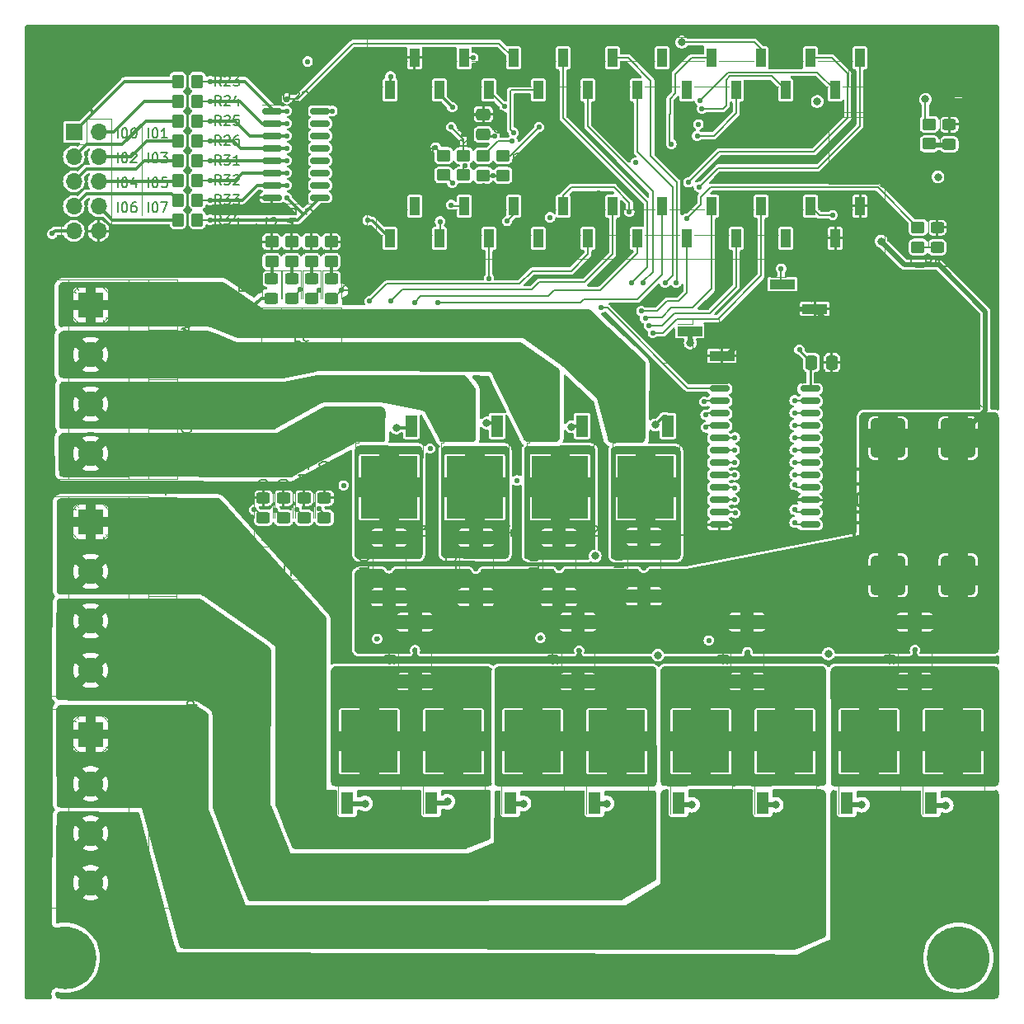
<source format=gtl>
G04 #@! TF.GenerationSoftware,KiCad,Pcbnew,7.0.5-4d25ed1034~172~ubuntu23.04.1*
G04 #@! TF.CreationDate,2023-05-30T20:19:01-03:00*
G04 #@! TF.ProjectId,OPDM,4f50444d-2e6b-4696-9361-645f70636258,rev?*
G04 #@! TF.SameCoordinates,Original*
G04 #@! TF.FileFunction,Copper,L1,Top*
G04 #@! TF.FilePolarity,Positive*
%FSLAX46Y46*%
G04 Gerber Fmt 4.6, Leading zero omitted, Abs format (unit mm)*
G04 Created by KiCad (PCBNEW 7.0.5-4d25ed1034~172~ubuntu23.04.1) date 2023-05-30 20:19:01*
%MOMM*%
%LPD*%
G01*
G04 APERTURE LIST*
G04 Aperture macros list*
%AMRoundRect*
0 Rectangle with rounded corners*
0 $1 Rounding radius*
0 $2 $3 $4 $5 $6 $7 $8 $9 X,Y pos of 4 corners*
0 Add a 4 corners polygon primitive as box body*
4,1,4,$2,$3,$4,$5,$6,$7,$8,$9,$2,$3,0*
0 Add four circle primitives for the rounded corners*
1,1,$1+$1,$2,$3*
1,1,$1+$1,$4,$5*
1,1,$1+$1,$6,$7*
1,1,$1+$1,$8,$9*
0 Add four rect primitives between the rounded corners*
20,1,$1+$1,$2,$3,$4,$5,0*
20,1,$1+$1,$4,$5,$6,$7,0*
20,1,$1+$1,$6,$7,$8,$9,0*
20,1,$1+$1,$8,$9,$2,$3,0*%
G04 Aperture macros list end*
G04 #@! TA.AperFunction,ComponentPad*
%ADD10C,6.400000*%
G04 #@! TD*
G04 #@! TA.AperFunction,SMDPad,CuDef*
%ADD11RoundRect,0.250000X-0.450000X0.325000X-0.450000X-0.325000X0.450000X-0.325000X0.450000X0.325000X0*%
G04 #@! TD*
G04 #@! TA.AperFunction,SMDPad,CuDef*
%ADD12RoundRect,0.250000X0.450000X-0.350000X0.450000X0.350000X-0.450000X0.350000X-0.450000X-0.350000X0*%
G04 #@! TD*
G04 #@! TA.AperFunction,SMDPad,CuDef*
%ADD13RoundRect,0.250000X-0.337500X-0.475000X0.337500X-0.475000X0.337500X0.475000X-0.337500X0.475000X0*%
G04 #@! TD*
G04 #@! TA.AperFunction,SMDPad,CuDef*
%ADD14RoundRect,0.250000X-0.450000X0.350000X-0.450000X-0.350000X0.450000X-0.350000X0.450000X0.350000X0*%
G04 #@! TD*
G04 #@! TA.AperFunction,SMDPad,CuDef*
%ADD15RoundRect,0.249999X1.425001X-0.450001X1.425001X0.450001X-1.425001X0.450001X-1.425001X-0.450001X0*%
G04 #@! TD*
G04 #@! TA.AperFunction,SMDPad,CuDef*
%ADD16RoundRect,0.249999X-1.425001X0.450001X-1.425001X-0.450001X1.425001X-0.450001X1.425001X0.450001X0*%
G04 #@! TD*
G04 #@! TA.AperFunction,SMDPad,CuDef*
%ADD17RoundRect,0.250000X-0.350000X-0.450000X0.350000X-0.450000X0.350000X0.450000X-0.350000X0.450000X0*%
G04 #@! TD*
G04 #@! TA.AperFunction,SMDPad,CuDef*
%ADD18RoundRect,0.150000X-0.875000X-0.150000X0.875000X-0.150000X0.875000X0.150000X-0.875000X0.150000X0*%
G04 #@! TD*
G04 #@! TA.AperFunction,SMDPad,CuDef*
%ADD19R,1.200000X2.200000*%
G04 #@! TD*
G04 #@! TA.AperFunction,SMDPad,CuDef*
%ADD20R,5.800000X6.400000*%
G04 #@! TD*
G04 #@! TA.AperFunction,SMDPad,CuDef*
%ADD21R,2.510000X1.000000*%
G04 #@! TD*
G04 #@! TA.AperFunction,SMDPad,CuDef*
%ADD22R,1.000000X1.900000*%
G04 #@! TD*
G04 #@! TA.AperFunction,SMDPad,CuDef*
%ADD23RoundRect,0.150000X-0.825000X-0.150000X0.825000X-0.150000X0.825000X0.150000X-0.825000X0.150000X0*%
G04 #@! TD*
G04 #@! TA.AperFunction,SMDPad,CuDef*
%ADD24RoundRect,0.350000X1.400000X1.650000X-1.400000X1.650000X-1.400000X-1.650000X1.400000X-1.650000X0*%
G04 #@! TD*
G04 #@! TA.AperFunction,ComponentPad*
%ADD25R,2.600000X2.600000*%
G04 #@! TD*
G04 #@! TA.AperFunction,ComponentPad*
%ADD26C,2.600000*%
G04 #@! TD*
G04 #@! TA.AperFunction,SMDPad,CuDef*
%ADD27RoundRect,0.250000X0.475000X-0.337500X0.475000X0.337500X-0.475000X0.337500X-0.475000X-0.337500X0*%
G04 #@! TD*
G04 #@! TA.AperFunction,ComponentPad*
%ADD28R,1.700000X1.700000*%
G04 #@! TD*
G04 #@! TA.AperFunction,ComponentPad*
%ADD29O,1.700000X1.700000*%
G04 #@! TD*
G04 #@! TA.AperFunction,ViaPad*
%ADD30C,0.550000*%
G04 #@! TD*
G04 #@! TA.AperFunction,ViaPad*
%ADD31C,0.800000*%
G04 #@! TD*
G04 #@! TA.AperFunction,ViaPad*
%ADD32C,1.300000*%
G04 #@! TD*
G04 #@! TA.AperFunction,Conductor*
%ADD33C,0.250000*%
G04 #@! TD*
G04 #@! TA.AperFunction,Conductor*
%ADD34C,0.500000*%
G04 #@! TD*
G04 #@! TA.AperFunction,Conductor*
%ADD35C,0.350000*%
G04 #@! TD*
G04 #@! TA.AperFunction,Conductor*
%ADD36C,0.203200*%
G04 #@! TD*
G04 #@! TA.AperFunction,Conductor*
%ADD37C,0.152400*%
G04 #@! TD*
%ADD38C,0.100000*%
%ADD39C,0.150000*%
%ADD40C,0.300000*%
%ADD41C,0.120000*%
%ADD42C,6.400000*%
%ADD43RoundRect,0.250000X-0.450000X0.325000X-0.450000X-0.325000X0.450000X-0.325000X0.450000X0.325000X0*%
%ADD44RoundRect,0.250000X0.450000X-0.350000X0.450000X0.350000X-0.450000X0.350000X-0.450000X-0.350000X0*%
%ADD45RoundRect,0.250000X-0.337500X-0.475000X0.337500X-0.475000X0.337500X0.475000X-0.337500X0.475000X0*%
%ADD46RoundRect,0.250000X-0.450000X0.350000X-0.450000X-0.350000X0.450000X-0.350000X0.450000X0.350000X0*%
%ADD47RoundRect,0.249999X1.425001X-0.450001X1.425001X0.450001X-1.425001X0.450001X-1.425001X-0.450001X0*%
%ADD48RoundRect,0.249999X-1.425001X0.450001X-1.425001X-0.450001X1.425001X-0.450001X1.425001X0.450001X0*%
%ADD49RoundRect,0.250000X-0.350000X-0.450000X0.350000X-0.450000X0.350000X0.450000X-0.350000X0.450000X0*%
%ADD50RoundRect,0.150000X-0.875000X-0.150000X0.875000X-0.150000X0.875000X0.150000X-0.875000X0.150000X0*%
%ADD51R,1.200000X2.200000*%
%ADD52R,5.800000X6.400000*%
%ADD53R,2.510000X1.000000*%
%ADD54R,1.000000X1.900000*%
%ADD55RoundRect,0.150000X-0.825000X-0.150000X0.825000X-0.150000X0.825000X0.150000X-0.825000X0.150000X0*%
%ADD56RoundRect,0.350000X1.400000X1.650000X-1.400000X1.650000X-1.400000X-1.650000X1.400000X-1.650000X0*%
%ADD57R,2.600000X2.600000*%
%ADD58C,2.600000*%
%ADD59RoundRect,0.250000X0.475000X-0.337500X0.475000X0.337500X-0.475000X0.337500X-0.475000X-0.337500X0*%
%ADD60R,1.700000X1.700000*%
%ADD61O,1.700000X1.700000*%
%ADD62R,2.750000X3.050000*%
G04 APERTURE END LIST*
D10*
X119024400Y-150723600D03*
D11*
X118084600Y-65133000D03*
X118084600Y-67183000D03*
X47650400Y-103479600D03*
X47650400Y-105529600D03*
D12*
X66167000Y-70326000D03*
X66167000Y-68326000D03*
D13*
X103950000Y-89600000D03*
X106025000Y-89600000D03*
D14*
X72263000Y-68358000D03*
X72263000Y-70358000D03*
D11*
X54660800Y-80975200D03*
X54660800Y-83025200D03*
D15*
X86739998Y-113587964D03*
X86739998Y-107487964D03*
D16*
X114554000Y-116255800D03*
X114554000Y-122355800D03*
D14*
X50546000Y-77188600D03*
X50546000Y-79188600D03*
X48514000Y-77188600D03*
X48514000Y-79188600D03*
D17*
X38883500Y-74930000D03*
X40883500Y-74930000D03*
D18*
X94500000Y-92280000D03*
X94500000Y-93550000D03*
X94500000Y-94820000D03*
X94500000Y-96090000D03*
X94500000Y-97360000D03*
X94500000Y-98630000D03*
X94500000Y-99900000D03*
X94500000Y-101170000D03*
X94500000Y-102440000D03*
X94500000Y-103710000D03*
X94500000Y-104980000D03*
X94500000Y-106250000D03*
X103800000Y-106250000D03*
X103800000Y-104980000D03*
X103800000Y-103710000D03*
X103800000Y-102440000D03*
X103800000Y-101170000D03*
X103800000Y-99900000D03*
X103800000Y-98630000D03*
X103800000Y-97360000D03*
X103800000Y-96090000D03*
X103800000Y-94820000D03*
X103800000Y-93550000D03*
X103800000Y-92280000D03*
D16*
X97332800Y-116255800D03*
X97332800Y-122355800D03*
D17*
X38883500Y-64770000D03*
X40883500Y-64770000D03*
D12*
X114884200Y-77724400D03*
X114884200Y-75724400D03*
D19*
X71655000Y-96100000D03*
D20*
X69375000Y-102400000D03*
D19*
X67095000Y-96100000D03*
D11*
X52603400Y-80975200D03*
X52603400Y-83025200D03*
D10*
X27279600Y-150723600D03*
D17*
X38883500Y-68834000D03*
X40883500Y-68834000D03*
D21*
X91440000Y-86360000D03*
X94750000Y-88900000D03*
D16*
X63220600Y-116255800D03*
X63220600Y-122355800D03*
D15*
X78019332Y-113670964D03*
X78019332Y-107570964D03*
D19*
X116211000Y-134800000D03*
D20*
X118491000Y-128500000D03*
D19*
X120771000Y-134800000D03*
D22*
X108901200Y-58287200D03*
X106361200Y-61587200D03*
X103821200Y-58287200D03*
X101281200Y-61587200D03*
X98741200Y-58287200D03*
X96201200Y-61587200D03*
X93661200Y-58287200D03*
X91121200Y-61587200D03*
X88581200Y-58287200D03*
X86041200Y-61587200D03*
X83501200Y-58287200D03*
X80961200Y-61587200D03*
X78421200Y-58287200D03*
X75881200Y-61587200D03*
X73341200Y-58287200D03*
X70801200Y-61587200D03*
X68261200Y-58287200D03*
X65721200Y-61587200D03*
X63181200Y-58287200D03*
X60641200Y-61587200D03*
X60671200Y-76827200D03*
X63211200Y-73527200D03*
X65751200Y-76827200D03*
X68291200Y-73527200D03*
X70831200Y-76827200D03*
X73371200Y-73527200D03*
X75911200Y-76827200D03*
X78451200Y-73527200D03*
X80991200Y-76827200D03*
X83531200Y-73527200D03*
X86071200Y-76827200D03*
X88611200Y-73527200D03*
X91151200Y-76827200D03*
X93691200Y-73527200D03*
X96231200Y-76827200D03*
X98771200Y-73527200D03*
X101311200Y-76827200D03*
X103851200Y-73527200D03*
X106391200Y-76827200D03*
X108931200Y-73527200D03*
D19*
X73029334Y-134800000D03*
D20*
X75309334Y-128500000D03*
D19*
X77589334Y-134800000D03*
D17*
X38883500Y-60706000D03*
X40883500Y-60706000D03*
D23*
X48517000Y-63754000D03*
X48517000Y-65024000D03*
X48517000Y-66294000D03*
X48517000Y-67564000D03*
X48517000Y-68834000D03*
X48517000Y-70104000D03*
X48517000Y-71374000D03*
X48517000Y-72644000D03*
X53467000Y-72644000D03*
X53467000Y-71374000D03*
X53467000Y-70104000D03*
X53467000Y-68834000D03*
X53467000Y-67564000D03*
X53467000Y-66294000D03*
X53467000Y-65024000D03*
X53467000Y-63754000D03*
D24*
X111800000Y-111450000D03*
X119000000Y-111450000D03*
X111800000Y-97350000D03*
X119000000Y-97350000D03*
D10*
X27279600Y-58953400D03*
D19*
X64902001Y-134800000D03*
D20*
X67182001Y-128500000D03*
D19*
X69462001Y-134800000D03*
D11*
X53924200Y-103479600D03*
X53924200Y-105529600D03*
D19*
X90301667Y-134800000D03*
D20*
X92581667Y-128500000D03*
D19*
X94861667Y-134800000D03*
D14*
X70231000Y-68358000D03*
X70231000Y-70358000D03*
D11*
X116865400Y-75708400D03*
X116865400Y-77758400D03*
X50546000Y-80973600D03*
X50546000Y-83023600D03*
X48488600Y-80982600D03*
X48488600Y-83032600D03*
D10*
X119049800Y-58953400D03*
D19*
X98938667Y-134800000D03*
D20*
X101218667Y-128500000D03*
D19*
X103498667Y-134800000D03*
D21*
X100965000Y-81534000D03*
X104275000Y-84074000D03*
D14*
X52578000Y-77188600D03*
X52578000Y-79188600D03*
D19*
X56265001Y-134800000D03*
D20*
X58545001Y-128500000D03*
D19*
X60825001Y-134800000D03*
D16*
X79959200Y-116255800D03*
X79959200Y-122355800D03*
D17*
X38883500Y-62738000D03*
X40883500Y-62738000D03*
D15*
X69489666Y-113670964D03*
X69489666Y-107570964D03*
D25*
X29926000Y-105968800D03*
D26*
X29926000Y-111048800D03*
X29926000Y-116128800D03*
X29926000Y-121208800D03*
D12*
X68199000Y-70342000D03*
X68199000Y-68342000D03*
D19*
X89205000Y-96100000D03*
D20*
X86925000Y-102400000D03*
D19*
X84645000Y-96100000D03*
D27*
X70231000Y-66167000D03*
X70231000Y-64092000D03*
D17*
X38883500Y-70866000D03*
X40883500Y-70866000D03*
D12*
X116027200Y-67132600D03*
X116027200Y-65132600D03*
D19*
X81666334Y-134800000D03*
D20*
X83946334Y-128500000D03*
D19*
X86226334Y-134800000D03*
D11*
X49733200Y-103479600D03*
X49733200Y-105529600D03*
D25*
X29926000Y-83693000D03*
D26*
X29926000Y-88773000D03*
X29926000Y-93853000D03*
X29926000Y-98933000D03*
D19*
X80405000Y-96100000D03*
D20*
X78125000Y-102400000D03*
D19*
X75845000Y-96100000D03*
D17*
X38883500Y-66802000D03*
X40883500Y-66802000D03*
D25*
X29926000Y-127762000D03*
D26*
X29926000Y-132842000D03*
X29926000Y-137922000D03*
X29926000Y-143002000D03*
D15*
X60578000Y-113670964D03*
X60578000Y-107570964D03*
D19*
X62858000Y-96100000D03*
D20*
X60578000Y-102400000D03*
D19*
X58298000Y-96100000D03*
D17*
X38883500Y-72898000D03*
X40883500Y-72898000D03*
D28*
X28194000Y-65913000D03*
D29*
X30734000Y-65913000D03*
X28194000Y-68453000D03*
X30734000Y-68453000D03*
X28194000Y-70993000D03*
X30734000Y-70993000D03*
X28194000Y-73533000D03*
X30734000Y-73533000D03*
X28194000Y-76073000D03*
X30734000Y-76073000D03*
D19*
X107574000Y-134800000D03*
D20*
X109854000Y-128500000D03*
D19*
X112134000Y-134800000D03*
D11*
X51841400Y-103479600D03*
X51841400Y-105529600D03*
D14*
X54610000Y-77188600D03*
X54610000Y-79188600D03*
D30*
X78019332Y-110710000D03*
X60553600Y-110718600D03*
D31*
X46900000Y-75760000D03*
D30*
X61569600Y-59359800D03*
X61569600Y-65684400D03*
D31*
X105875000Y-86100000D03*
D30*
X112125000Y-94150000D03*
X107240000Y-73060000D03*
X32890000Y-76580000D03*
X69469000Y-110744000D03*
X96747000Y-106172000D03*
D31*
X109300000Y-89800000D03*
D30*
X97256600Y-73101200D03*
X59340000Y-117960000D03*
X45800000Y-102500000D03*
X80086200Y-119176800D03*
X114560000Y-119120000D03*
D31*
X47066200Y-59182000D03*
X112800000Y-56550000D03*
D30*
X86714998Y-110685000D03*
X61569600Y-71577200D03*
X82042000Y-72186800D03*
D31*
X73400000Y-97300000D03*
D30*
X63220600Y-119126000D03*
X93400000Y-118120000D03*
D31*
X70600000Y-92700000D03*
X87884000Y-91440000D03*
D30*
X47010022Y-72796222D03*
D31*
X120075000Y-86225000D03*
D30*
X97371103Y-119329200D03*
X76100000Y-117860000D03*
D31*
X116250000Y-81750000D03*
X91250000Y-97500000D03*
X107365800Y-57454800D03*
X109450000Y-81750000D03*
X116459000Y-73837800D03*
D30*
X68326000Y-63881000D03*
X106570000Y-78500000D03*
X107900000Y-106350000D03*
D31*
X116650000Y-89725000D03*
X76180000Y-72020000D03*
D30*
X52197000Y-58674000D03*
D31*
X91490000Y-87590000D03*
X104540000Y-62790000D03*
D30*
X106120000Y-74450000D03*
X25963627Y-76361244D03*
X60706000Y-60198000D03*
X58356500Y-74993500D03*
X92338627Y-65123217D03*
X71247000Y-70358000D03*
D31*
X105680000Y-119490000D03*
D30*
X102700000Y-88260000D03*
X54737000Y-63754000D03*
D31*
X115646200Y-62560200D03*
X88180000Y-119650000D03*
X81730000Y-109460000D03*
D30*
X67056000Y-63373000D03*
D31*
X116930000Y-70530000D03*
D30*
X100825000Y-79950000D03*
X71374000Y-66294000D03*
X77089000Y-74676000D03*
X85875000Y-69075000D03*
D31*
X71050000Y-115550000D03*
X61150000Y-115100000D03*
X104300000Y-114525000D03*
X100275000Y-114900000D03*
D32*
X119000000Y-114650000D03*
D31*
X89375000Y-112300000D03*
D30*
X67529038Y-111970962D03*
X58400000Y-111850000D03*
D32*
X119000000Y-100825000D03*
D30*
X117221000Y-117475000D03*
D32*
X115300000Y-111550000D03*
D31*
X116300000Y-104550000D03*
X70900000Y-118225000D03*
D30*
X75890000Y-111840000D03*
X99842035Y-118092035D03*
D32*
X119025000Y-108175000D03*
X111800000Y-108225000D03*
D30*
X55900000Y-102200000D03*
X84600000Y-111850000D03*
D31*
X95650000Y-112300000D03*
D30*
X64770000Y-98425000D03*
D31*
X85675000Y-117775000D03*
X65200000Y-114750000D03*
X86750000Y-115050000D03*
D30*
X73700000Y-101700000D03*
D32*
X111800000Y-114475000D03*
D31*
X81425000Y-114575000D03*
D32*
X115375000Y-97300000D03*
D31*
X67475000Y-118100000D03*
X111099600Y-77139800D03*
D30*
X82350000Y-118300000D03*
D31*
X101300000Y-110150000D03*
D32*
X108575000Y-111450000D03*
D31*
X114525000Y-114775000D03*
D30*
X46700000Y-104700000D03*
X53400000Y-104600000D03*
X48900000Y-104800000D03*
X51100000Y-104700000D03*
X66954400Y-65405000D03*
X50038000Y-63754000D03*
X42185500Y-60706000D03*
X50038000Y-65024000D03*
X42164000Y-62738000D03*
X42164000Y-64770000D03*
X50038000Y-66294000D03*
X42164000Y-66802000D03*
X50038000Y-67564000D03*
X42185500Y-68834000D03*
X50038000Y-68834000D03*
X42185500Y-70866000D03*
X50038000Y-70104000D03*
X50038000Y-71374000D03*
X42185500Y-72898000D03*
X42185500Y-74930000D03*
X50038000Y-72644000D03*
X65351000Y-67491000D03*
D32*
X33050000Y-82350000D03*
D31*
X83250000Y-93600000D03*
X85950000Y-93600000D03*
D32*
X33050000Y-85050000D03*
D31*
X84600000Y-93600000D03*
X77000000Y-93500000D03*
X74300000Y-93500000D03*
D32*
X33000000Y-87500000D03*
D30*
X51412166Y-82124134D03*
D31*
X75650000Y-93500000D03*
D30*
X45800000Y-89250000D03*
D32*
X33000000Y-90200000D03*
D30*
X45800000Y-88150000D03*
X45800000Y-90350000D03*
X55700000Y-82200000D03*
D32*
X33000000Y-100500000D03*
X33000000Y-97800000D03*
D31*
X56300000Y-96100000D03*
X56300000Y-95000000D03*
D30*
X48800000Y-100550000D03*
D31*
X56300000Y-97300000D03*
D30*
X48800000Y-99100000D03*
X48750000Y-97650000D03*
D31*
X66600000Y-93300000D03*
X68300000Y-92400000D03*
D30*
X48750000Y-95200000D03*
X48750000Y-93750000D03*
X53404945Y-82155255D03*
D31*
X64900000Y-94200000D03*
D30*
X48750000Y-92300000D03*
D32*
X33000000Y-95350000D03*
X33000000Y-92650000D03*
D31*
X43865800Y-110769400D03*
D32*
X33000000Y-109900000D03*
X58700000Y-137000000D03*
X33000000Y-107350000D03*
X65075000Y-138450000D03*
X62950000Y-137000000D03*
X33000000Y-104800000D03*
X67200000Y-137000000D03*
X60825000Y-138450000D03*
X33000000Y-112450000D03*
X33000000Y-115150000D03*
X76850000Y-137550000D03*
X33000000Y-120250000D03*
D31*
X44221400Y-121056400D03*
D32*
X79900000Y-137550000D03*
X82950000Y-137550000D03*
X73800000Y-137550000D03*
X33000000Y-122800000D03*
D31*
X61225000Y-141000000D03*
X46500000Y-129725000D03*
D32*
X33000000Y-117700000D03*
D31*
X61225000Y-143550000D03*
X43950000Y-129725000D03*
D32*
X86000000Y-137550000D03*
X91000000Y-137500000D03*
X94050000Y-137500000D03*
X97100000Y-137500000D03*
X33000000Y-129000000D03*
X33000000Y-126450000D03*
X33000000Y-131550000D03*
D31*
X53000000Y-146375000D03*
X83100000Y-146325000D03*
X53000000Y-148925000D03*
D32*
X33000000Y-134100000D03*
X100150000Y-137500000D03*
X103200000Y-137500000D03*
D31*
X83100000Y-148875000D03*
D32*
X111083335Y-137450000D03*
D31*
X59425000Y-151250000D03*
X33045400Y-148894800D03*
D32*
X33000000Y-142100000D03*
X117183335Y-137450000D03*
D31*
X98750000Y-151250000D03*
D32*
X33000000Y-144650000D03*
X33000000Y-139550000D03*
X120233335Y-137450000D03*
D31*
X98750000Y-153800000D03*
D32*
X114133335Y-137450000D03*
X33000000Y-137000000D03*
X31250000Y-146650000D03*
D31*
X59425000Y-153800000D03*
D32*
X108033335Y-137450000D03*
D30*
X92387500Y-71562500D03*
X91300000Y-71080000D03*
X92700000Y-63500000D03*
X92500000Y-62700000D03*
D31*
X90627200Y-56692800D03*
D30*
X92200000Y-66300000D03*
X73228200Y-66852800D03*
X89550000Y-67150000D03*
X96050000Y-103700000D03*
X85471000Y-81407000D03*
X96100000Y-105050000D03*
X86690200Y-81407000D03*
X90043000Y-81407000D03*
X102195000Y-104695000D03*
X102195000Y-106005000D03*
X88900000Y-81407000D03*
X73355200Y-65989200D03*
X91125000Y-74800000D03*
X85240000Y-74120000D03*
X72440800Y-63322200D03*
X75971400Y-65405000D03*
X69215000Y-58293000D03*
X87256666Y-85803332D03*
X87649999Y-86550000D03*
X86470000Y-84310000D03*
X86863333Y-85056666D03*
X65600000Y-83412700D03*
X63200000Y-83400000D03*
X60700000Y-83300000D03*
X58579500Y-83279500D03*
X72680000Y-75070000D03*
X70826000Y-80956000D03*
X82330000Y-83970000D03*
X66929000Y-73406000D03*
X65800000Y-75100000D03*
X50066000Y-62484000D03*
D31*
X87900000Y-96000000D03*
X86588148Y-108889348D03*
X79300000Y-96200000D03*
D30*
X77778032Y-108791432D03*
D31*
X61300000Y-96300000D03*
D30*
X60579000Y-108839000D03*
D31*
X70600000Y-95800000D03*
X69342000Y-108966000D03*
X66548000Y-134689300D03*
X58089800Y-134874000D03*
X69700000Y-124600000D03*
X62750000Y-128000000D03*
D30*
X63322200Y-121132600D03*
D31*
X65050000Y-123950000D03*
X61400000Y-123925000D03*
X62750000Y-131950000D03*
X57800000Y-124600000D03*
X55550000Y-123000000D03*
X74371200Y-134874000D03*
X82905600Y-134874000D03*
X79750000Y-128000000D03*
X82400000Y-123450000D03*
X72650000Y-124500000D03*
X86500000Y-124500000D03*
X77550000Y-123450000D03*
X79750000Y-130700000D03*
D30*
X80111600Y-121158000D03*
D31*
X91668600Y-135001000D03*
X100279200Y-135001000D03*
X103700000Y-124500000D03*
X95525000Y-123950000D03*
X96850000Y-131300000D03*
X91375000Y-124500000D03*
X99200000Y-123925000D03*
D30*
X97409000Y-121183400D03*
D31*
X89025000Y-123600000D03*
X103750000Y-122200000D03*
X96850000Y-128300000D03*
X117729000Y-135051800D03*
X109118400Y-135001000D03*
X108575000Y-124500000D03*
X116425000Y-123825000D03*
X120025000Y-124525000D03*
D30*
X114630200Y-121031000D03*
D31*
X114300000Y-126900000D03*
X107550000Y-122150000D03*
X114300000Y-130700000D03*
X121200000Y-122150000D03*
X112675000Y-123825000D03*
D30*
X102195000Y-93472000D03*
X102195000Y-94742000D03*
X102195000Y-97282000D03*
X102195000Y-96012000D03*
X102195000Y-98552000D03*
X102195000Y-99822000D03*
X102195000Y-101092000D03*
X102195000Y-102162502D03*
X67056000Y-71120000D03*
X68351400Y-69416500D03*
X92950000Y-93600000D03*
X93055746Y-94955746D03*
X93103100Y-96250000D03*
X96067700Y-97282000D03*
X96067700Y-102450000D03*
X96067700Y-101150000D03*
X96050000Y-99822000D03*
X96052000Y-98552000D03*
D33*
X96669000Y-106250000D02*
X96747000Y-106172000D01*
X70231000Y-64092000D02*
X68537000Y-64092000D01*
D34*
X100066000Y-84074000D02*
X104275000Y-84074000D01*
X105875000Y-85674000D02*
X104275000Y-84074000D01*
D35*
X98552000Y-106172000D02*
X101014000Y-103710000D01*
D33*
X68537000Y-64092000D02*
X68326000Y-63881000D01*
X94500000Y-106250000D02*
X96669000Y-106250000D01*
D34*
X94750000Y-88900000D02*
X95240000Y-88900000D01*
X105875000Y-86100000D02*
X105875000Y-85674000D01*
D36*
X109300000Y-89800000D02*
X109100000Y-89600000D01*
D34*
X95240000Y-88900000D02*
X100066000Y-84074000D01*
D35*
X96747000Y-106172000D02*
X98552000Y-106172000D01*
X101014000Y-103710000D02*
X103800000Y-103710000D01*
D36*
X109100000Y-89600000D02*
X106025000Y-89600000D01*
D35*
X25963627Y-76361244D02*
X26251871Y-76073000D01*
D36*
X115646200Y-64751600D02*
X115646200Y-62560200D01*
D33*
X102700000Y-88350000D02*
X103950000Y-89600000D01*
X103800000Y-89750000D02*
X103800000Y-92280000D01*
X58825500Y-74993500D02*
X60666000Y-76834000D01*
X53467000Y-63754000D02*
X54737000Y-63754000D01*
X71247000Y-70358000D02*
X70231000Y-70358000D01*
D34*
X91490000Y-87590000D02*
X91440000Y-87540000D01*
D33*
X58356500Y-74993500D02*
X58825500Y-74993500D01*
X103950000Y-89600000D02*
X103800000Y-89750000D01*
X60706000Y-60198000D02*
X60706000Y-60325000D01*
D34*
X91440000Y-87540000D02*
X91440000Y-86360000D01*
D36*
X106120000Y-74450000D02*
X104762000Y-74450000D01*
D33*
X60636000Y-60395000D02*
X60706000Y-60198000D01*
D36*
X116027200Y-65132600D02*
X115646200Y-64751600D01*
X104762000Y-74450000D02*
X103846000Y-73534000D01*
D35*
X26251871Y-76073000D02*
X28194000Y-76073000D01*
D33*
X102700000Y-88260000D02*
X102700000Y-88350000D01*
X60636000Y-61594000D02*
X60636000Y-60395000D01*
X72263000Y-70358000D02*
X71247000Y-70358000D01*
D36*
X100825000Y-81394000D02*
X100965000Y-81534000D01*
D33*
X70358000Y-66294000D02*
X71374000Y-66294000D01*
X65716000Y-62033000D02*
X67056000Y-63373000D01*
X70231000Y-66167000D02*
X70358000Y-66294000D01*
X65716000Y-61594000D02*
X65716000Y-62033000D01*
D36*
X100825000Y-79950000D02*
X100825000Y-81394000D01*
D34*
X111099600Y-77165200D02*
X111099600Y-77139800D01*
X113487200Y-79552800D02*
X111099600Y-77165200D01*
X121800000Y-84335000D02*
X117017800Y-79552800D01*
X119000000Y-97350000D02*
X121800000Y-94550000D01*
X121800000Y-94550000D02*
X121800000Y-84335000D01*
X117017800Y-79552800D02*
X113487200Y-79552800D01*
D35*
X52578000Y-80973600D02*
X52578000Y-79188600D01*
D36*
X46820800Y-104700000D02*
X47650400Y-105529600D01*
X46700000Y-104700000D02*
X46820800Y-104700000D01*
X53400000Y-104600000D02*
X53924200Y-105124200D01*
X53924200Y-105124200D02*
X53924200Y-105529600D01*
X48900000Y-104800000D02*
X49003600Y-104800000D01*
X49003600Y-104800000D02*
X49733200Y-105529600D01*
X51841400Y-105441400D02*
X51841400Y-105529600D01*
X51100000Y-104700000D02*
X51841400Y-105441400D01*
X68199000Y-68342000D02*
X68199000Y-66649600D01*
X68199000Y-66649600D02*
X66954400Y-65405000D01*
D35*
X45720000Y-60706000D02*
X42185500Y-60706000D01*
X48517000Y-63754000D02*
X48517000Y-63503000D01*
X48517000Y-63754000D02*
X50038000Y-63754000D01*
D36*
X42185500Y-60706000D02*
X40883500Y-60706000D01*
D35*
X48517000Y-63503000D02*
X45720000Y-60706000D01*
X42164000Y-62738000D02*
X45212000Y-62738000D01*
D36*
X40883500Y-62738000D02*
X42164000Y-62738000D01*
D35*
X48517000Y-65024000D02*
X50038000Y-65024000D01*
X45212000Y-62738000D02*
X47498000Y-65024000D01*
X47498000Y-65024000D02*
X48517000Y-65024000D01*
X46228000Y-66294000D02*
X48517000Y-66294000D01*
X44704000Y-64770000D02*
X46228000Y-66294000D01*
D36*
X40883500Y-64770000D02*
X42164000Y-64770000D01*
D35*
X42164000Y-64770000D02*
X44704000Y-64770000D01*
X48517000Y-66294000D02*
X50038000Y-66294000D01*
X42164000Y-66802000D02*
X44577000Y-66802000D01*
X45339000Y-67564000D02*
X48517000Y-67564000D01*
X48517000Y-67564000D02*
X50038000Y-67564000D01*
X44577000Y-66802000D02*
X45339000Y-67564000D01*
D36*
X40883500Y-66802000D02*
X42164000Y-66802000D01*
X40883500Y-68834000D02*
X42185500Y-68834000D01*
D35*
X42185500Y-68834000D02*
X48517000Y-68834000D01*
X50038000Y-68834000D02*
X48517000Y-68834000D01*
X45466000Y-70104000D02*
X48517000Y-70104000D01*
X44704000Y-70866000D02*
X45466000Y-70104000D01*
X42185500Y-70866000D02*
X44704000Y-70866000D01*
X50038000Y-70104000D02*
X48517000Y-70104000D01*
D36*
X40883500Y-70866000D02*
X42185500Y-70866000D01*
D35*
X42185500Y-72898000D02*
X45466000Y-72898000D01*
D36*
X40883500Y-72898000D02*
X42185500Y-72898000D01*
D35*
X50038000Y-71374000D02*
X48517000Y-71374000D01*
X46990000Y-71374000D02*
X48517000Y-71374000D01*
X45466000Y-72898000D02*
X46990000Y-71374000D01*
X42185500Y-74930000D02*
X51181000Y-74930000D01*
X51181000Y-74930000D02*
X51828700Y-74282300D01*
X51828700Y-74282300D02*
X53467000Y-72644000D01*
X50038000Y-72644000D02*
X51676300Y-74282300D01*
X51676300Y-74282300D02*
X51828700Y-74282300D01*
D36*
X40883500Y-74930000D02*
X42185500Y-74930000D01*
X66167000Y-68307000D02*
X65351000Y-67491000D01*
X66167000Y-68326000D02*
X66167000Y-68307000D01*
D35*
X48514000Y-80982600D02*
X48514000Y-79188600D01*
X47407400Y-83032600D02*
X45700000Y-84740000D01*
X48514000Y-83032600D02*
X47407400Y-83032600D01*
X50546000Y-80973600D02*
X50546000Y-79188600D01*
D36*
X51412166Y-82157434D02*
X50546000Y-83023600D01*
X51412166Y-82124134D02*
X51412166Y-82157434D01*
D35*
X54610000Y-80991600D02*
X54610000Y-79188600D01*
D36*
X54858400Y-83041600D02*
X54610000Y-83041600D01*
X55700000Y-82200000D02*
X54858400Y-83041600D01*
X52578000Y-83061385D02*
X53404945Y-82234440D01*
D35*
X52578000Y-83023600D02*
X52578000Y-83061385D01*
D36*
X53404945Y-82234440D02*
X53404945Y-82155255D01*
D34*
X117932200Y-67275600D02*
X115960400Y-67275600D01*
D36*
X114884200Y-77724400D02*
X116831400Y-77724400D01*
X116831400Y-77724400D02*
X116865400Y-77758400D01*
D35*
X33401000Y-60706000D02*
X28194000Y-65913000D01*
X38883500Y-60706000D02*
X33401000Y-60706000D01*
X32258000Y-65913000D02*
X30734000Y-65913000D01*
X38883500Y-62738000D02*
X35433000Y-62738000D01*
X35433000Y-62738000D02*
X32258000Y-65913000D01*
X28194000Y-68453000D02*
X29464000Y-67183000D01*
X33147000Y-67183000D02*
X35560000Y-64770000D01*
X35560000Y-64770000D02*
X38883500Y-64770000D01*
X29464000Y-67183000D02*
X33147000Y-67183000D01*
X34036000Y-68453000D02*
X35687000Y-66802000D01*
X35687000Y-66802000D02*
X38883500Y-66802000D01*
X30734000Y-68453000D02*
X34036000Y-68453000D01*
X29464000Y-69723000D02*
X34544000Y-69723000D01*
X34544000Y-69723000D02*
X35433000Y-68834000D01*
X35433000Y-68834000D02*
X38883500Y-68834000D01*
X28194000Y-70993000D02*
X29464000Y-69723000D01*
X30734000Y-70993000D02*
X38756500Y-70993000D01*
X38756500Y-70993000D02*
X38883500Y-70866000D01*
X38248500Y-72263000D02*
X38883500Y-72898000D01*
X29464000Y-72263000D02*
X38248500Y-72263000D01*
X28194000Y-73533000D02*
X29464000Y-72263000D01*
X30734000Y-73533000D02*
X32131000Y-74930000D01*
X32131000Y-74930000D02*
X38883500Y-74930000D01*
D36*
X94354000Y-69596000D02*
X104622600Y-69596000D01*
X108896000Y-65322600D02*
X108896000Y-58294000D01*
X92387500Y-71562500D02*
X94354000Y-69596000D01*
X104622600Y-69596000D02*
X108896000Y-65322600D01*
X94435000Y-67945000D02*
X104190800Y-67945000D01*
X106046000Y-58294000D02*
X103816000Y-58294000D01*
X107670600Y-64465200D02*
X107670600Y-59918600D01*
X91300000Y-71080000D02*
X94435000Y-67945000D01*
X107670600Y-59918600D02*
X106046000Y-58294000D01*
X104190800Y-67945000D02*
X107670600Y-64465200D01*
X94900000Y-63500000D02*
X95200000Y-63200000D01*
X95200000Y-63200000D02*
X95200000Y-60536800D01*
X92700000Y-63500000D02*
X94900000Y-63500000D01*
X95542000Y-60194800D02*
X99876800Y-60194800D01*
X95200000Y-60536800D02*
X95542000Y-60194800D01*
X99876800Y-60194800D02*
X101276000Y-61594000D01*
X92500000Y-62700000D02*
X94796800Y-60403200D01*
X95374990Y-59791600D02*
X104553600Y-59791600D01*
X94796800Y-60403200D02*
X94796800Y-60369790D01*
X104553600Y-59791600D02*
X106356000Y-61594000D01*
X94796800Y-60369790D02*
X95374990Y-59791600D01*
X98044000Y-56692800D02*
X90627200Y-56692800D01*
X98736000Y-57384800D02*
X98044000Y-56692800D01*
X98736000Y-58294000D02*
X98736000Y-57384800D01*
X96196000Y-64004000D02*
X96196000Y-61594000D01*
X71736200Y-66852800D02*
X70231000Y-68358000D01*
X92200000Y-66300000D02*
X93900000Y-66300000D01*
X73228200Y-66852800D02*
X71736200Y-66852800D01*
X93900000Y-66300000D02*
X96196000Y-64004000D01*
X89941400Y-59969400D02*
X91616800Y-58294000D01*
X89400000Y-64041400D02*
X89408000Y-64033400D01*
X89408000Y-62484000D02*
X89941400Y-61950600D01*
X91616800Y-58294000D02*
X93656000Y-58294000D01*
X89408000Y-64033400D02*
X89408000Y-62484000D01*
X89941400Y-61950600D02*
X89941400Y-59969400D01*
X89550000Y-67150000D02*
X89400000Y-67000000D01*
X89400000Y-67000000D02*
X89400000Y-64041400D01*
D37*
X96040000Y-103710000D02*
X96050000Y-103700000D01*
D36*
X87071200Y-73126600D02*
X78416000Y-64471400D01*
D37*
X94500000Y-103710000D02*
X96040000Y-103710000D01*
D36*
X87071200Y-79806800D02*
X87071200Y-73126600D01*
X78416000Y-64471400D02*
X78416000Y-58294000D01*
X85471000Y-81407000D02*
X87071200Y-79806800D01*
X80956000Y-65356000D02*
X80956000Y-61594000D01*
X87630000Y-80264000D02*
X87630000Y-72030000D01*
X86690200Y-81203800D02*
X87630000Y-80264000D01*
X87630000Y-72030000D02*
X80956000Y-65356000D01*
D37*
X96030000Y-104980000D02*
X96100000Y-105050000D01*
X86690200Y-81407000D02*
X86690200Y-81203800D01*
X94500000Y-104980000D02*
X96030000Y-104980000D01*
D36*
X85091000Y-58294000D02*
X83496000Y-58294000D01*
X90144600Y-71043800D02*
X87452200Y-68351400D01*
X87452200Y-60655200D02*
X85091000Y-58294000D01*
D37*
X103800000Y-104980000D02*
X102440000Y-104980000D01*
X102440000Y-104980000D02*
X102155000Y-104695000D01*
D36*
X90144600Y-81305400D02*
X90144600Y-71043800D01*
D37*
X90043000Y-81407000D02*
X90144600Y-81305400D01*
D36*
X87452200Y-68351400D02*
X87452200Y-60655200D01*
X86036000Y-67951200D02*
X86036000Y-61594000D01*
D37*
X102440000Y-106250000D02*
X103800000Y-106250000D01*
D36*
X89687400Y-80619600D02*
X89687400Y-71602600D01*
X88900000Y-81407000D02*
X89687400Y-80619600D01*
D37*
X102195000Y-106005000D02*
X102440000Y-106250000D01*
D36*
X89687400Y-71602600D02*
X86036000Y-67951200D01*
X72999600Y-61722000D02*
X73127600Y-61594000D01*
X73127600Y-61594000D02*
X75876000Y-61594000D01*
X73355200Y-65989200D02*
X72999600Y-65633600D01*
X72999600Y-65633600D02*
X72999600Y-61722000D01*
X85240000Y-73194800D02*
X83655400Y-71610200D01*
X83655400Y-71610200D02*
X79265800Y-71610200D01*
X93564200Y-71602600D02*
X110762400Y-71602600D01*
X78446000Y-72430000D02*
X78446000Y-73534000D01*
X92600000Y-72566800D02*
X93564200Y-71602600D01*
X91125000Y-74800000D02*
X92600000Y-73325000D01*
X110762400Y-71602600D02*
X114884200Y-75724400D01*
X92600000Y-73325000D02*
X92600000Y-72566800D01*
X85240000Y-74120000D02*
X85240000Y-73194800D01*
X79265800Y-71610200D02*
X78446000Y-72430000D01*
X72440800Y-63322200D02*
X70796000Y-61677400D01*
X73025000Y-68351400D02*
X72269600Y-68351400D01*
X70796000Y-61677400D02*
X70796000Y-61594000D01*
X72269600Y-68351400D02*
X72263000Y-68358000D01*
X75971400Y-65405000D02*
X73025000Y-68351400D01*
X69214000Y-58294000D02*
X69215000Y-58293000D01*
X68256000Y-58294000D02*
X69214000Y-58294000D01*
X93500000Y-84520000D02*
X96226000Y-81794000D01*
X96226000Y-81794000D02*
X96226000Y-76834000D01*
X88586668Y-85803332D02*
X89870000Y-84520000D01*
X89870000Y-84520000D02*
X93500000Y-84520000D01*
X87256666Y-85803332D02*
X88586668Y-85803332D01*
X87650000Y-86550000D02*
X88690000Y-86550000D01*
X94351000Y-85100000D02*
X98766000Y-80685000D01*
X88690000Y-86550000D02*
X90140000Y-85100000D01*
X98766000Y-80685000D02*
X98766000Y-73534000D01*
X90140000Y-85100000D02*
X94351000Y-85100000D01*
X86470000Y-84310000D02*
X88060000Y-84310000D01*
X89110000Y-83260000D02*
X90330000Y-83260000D01*
X88060000Y-84310000D02*
X89110000Y-83260000D01*
X91146000Y-82444000D02*
X91146000Y-76834000D01*
X90330000Y-83260000D02*
X91146000Y-82444000D01*
X88620000Y-84920000D02*
X89570000Y-83970000D01*
X86940000Y-84920000D02*
X88620000Y-84920000D01*
X91750000Y-83970000D02*
X93686000Y-82034000D01*
X93686000Y-82034000D02*
X93686000Y-73534000D01*
X89570000Y-83970000D02*
X91750000Y-83970000D01*
X88606000Y-80558000D02*
X88606000Y-73534000D01*
X86084000Y-83080000D02*
X88606000Y-80558000D01*
X80250000Y-83400000D02*
X80570000Y-83080000D01*
X80570000Y-83080000D02*
X86084000Y-83080000D01*
X65600000Y-83412700D02*
X65612700Y-83400000D01*
X65612700Y-83400000D02*
X80250000Y-83400000D01*
X77522296Y-82143600D02*
X82256400Y-82143600D01*
X86066000Y-78334000D02*
X86066000Y-76834000D01*
X63830000Y-82770000D02*
X76895896Y-82770000D01*
X82256400Y-82143600D02*
X86066000Y-78334000D01*
X76895896Y-82770000D02*
X77522296Y-82143600D01*
X63200000Y-83400000D02*
X63830000Y-82770000D01*
X80670000Y-81320000D02*
X83526000Y-78464000D01*
X75990000Y-81320000D02*
X80670000Y-81320000D01*
X75200000Y-82110000D02*
X75990000Y-81320000D01*
X83526000Y-78464000D02*
X83526000Y-73534000D01*
X61890000Y-82110000D02*
X75200000Y-82110000D01*
X60700000Y-83300000D02*
X61890000Y-82110000D01*
X58579500Y-83279500D02*
X60359000Y-81500000D01*
X75290000Y-80180000D02*
X79270000Y-80180000D01*
X80986000Y-78464000D02*
X80986000Y-76834000D01*
X73970000Y-81500000D02*
X75290000Y-80180000D01*
X79270000Y-80180000D02*
X80986000Y-78464000D01*
X60359000Y-81500000D02*
X73970000Y-81500000D01*
X73366000Y-74384000D02*
X73366000Y-73534000D01*
X72680000Y-75070000D02*
X73366000Y-74384000D01*
X91212000Y-92202000D02*
X94422000Y-92202000D01*
D37*
X94422000Y-92202000D02*
X94500000Y-92280000D01*
D36*
X82330000Y-83970000D02*
X82980000Y-83970000D01*
X70826000Y-80956000D02*
X70826000Y-76834000D01*
X82980000Y-83970000D02*
X91212000Y-92202000D01*
X68286000Y-73534000D02*
X67057000Y-73534000D01*
X67057000Y-73534000D02*
X66929000Y-73406000D01*
X65800000Y-75100000D02*
X65800000Y-76780000D01*
X65800000Y-76780000D02*
X65746000Y-76834000D01*
X50066000Y-62484000D02*
X51196000Y-62484000D01*
X51196000Y-62484000D02*
X56870000Y-56810000D01*
X56870000Y-56810000D02*
X71864000Y-56810000D01*
X71864000Y-56810000D02*
X73341200Y-58287200D01*
D35*
X87900000Y-96000000D02*
X88786000Y-95114000D01*
X88786000Y-95114000D02*
X89020998Y-95114000D01*
D34*
X86588148Y-108889348D02*
X86739998Y-108737498D01*
X86739998Y-108737498D02*
X86739998Y-107487964D01*
D35*
X79300000Y-96200000D02*
X79400000Y-96100000D01*
X79400000Y-96100000D02*
X80405000Y-96100000D01*
X77778032Y-108791432D02*
X78019332Y-108550132D01*
X78019332Y-108550132D02*
X78019332Y-107570964D01*
X62658000Y-96300000D02*
X62858000Y-96100000D01*
X61300000Y-96300000D02*
X62658000Y-96300000D01*
D36*
X60578000Y-107570964D02*
X60578000Y-108838000D01*
X60578000Y-108838000D02*
X60579000Y-108839000D01*
D34*
X60579000Y-107571964D02*
X60578000Y-107570964D01*
D35*
X71355000Y-95800000D02*
X71655000Y-96100000D01*
X70600000Y-95800000D02*
X71355000Y-95800000D01*
D34*
X69342000Y-108966000D02*
X69342000Y-107718630D01*
X69342000Y-107718630D02*
X69489666Y-107570964D01*
X56339001Y-134874000D02*
X56265001Y-134800000D01*
X66548000Y-134689300D02*
X66437300Y-134800000D01*
X58089800Y-134874000D02*
X56339001Y-134874000D01*
X66437300Y-134800000D02*
X64902001Y-134800000D01*
D36*
X63245001Y-121209799D02*
X63322200Y-121132600D01*
X63245001Y-122343034D02*
X63245001Y-121209799D01*
D34*
X82905600Y-134874000D02*
X81740334Y-134874000D01*
X74371200Y-134874000D02*
X73103334Y-134874000D01*
X81740334Y-134874000D02*
X81666334Y-134800000D01*
X73103334Y-134874000D02*
X73029334Y-134800000D01*
D33*
X80009334Y-121260266D02*
X80111600Y-121158000D01*
X80009334Y-122343034D02*
X80009334Y-121260266D01*
D34*
X100279200Y-135001000D02*
X99139667Y-135001000D01*
X90502667Y-135001000D02*
X90301667Y-134800000D01*
X99139667Y-135001000D02*
X98938667Y-134800000D01*
X91668600Y-135001000D02*
X90502667Y-135001000D01*
D36*
X97281667Y-122343034D02*
X97281667Y-121310733D01*
X97281667Y-121310733D02*
X97409000Y-121183400D01*
D34*
X109118400Y-135001000D02*
X107775000Y-135001000D01*
X107775000Y-135001000D02*
X107574000Y-134800000D01*
X116462800Y-135051800D02*
X116211000Y-134800000D01*
X117729000Y-135051800D02*
X116462800Y-135051800D01*
D36*
X114554000Y-122343034D02*
X114554000Y-121107200D01*
X114554000Y-121107200D02*
X114630200Y-121031000D01*
D37*
X102273000Y-93550000D02*
X102195000Y-93472000D01*
X103800000Y-93550000D02*
X102273000Y-93550000D01*
X103800000Y-94820000D02*
X102439996Y-94820000D01*
X102439996Y-94820000D02*
X102361996Y-94742000D01*
X102439996Y-97360000D02*
X102361996Y-97282000D01*
X103800000Y-97360000D02*
X102439996Y-97360000D01*
X103800000Y-96090000D02*
X102439996Y-96090000D01*
X102439996Y-96090000D02*
X102361996Y-96012000D01*
X103800000Y-98630000D02*
X102439996Y-98630000D01*
X102439996Y-98630000D02*
X102361996Y-98552000D01*
X103800000Y-99900000D02*
X102439996Y-99900000D01*
X102439996Y-99900000D02*
X102361996Y-99822000D01*
X103800000Y-101170000D02*
X102439996Y-101170000D01*
X102439996Y-101170000D02*
X102361996Y-101092000D01*
X102162498Y-102162502D02*
X102439996Y-102440000D01*
X102439996Y-102440000D02*
X103800000Y-102440000D01*
D36*
X66262000Y-70326000D02*
X67056000Y-71120000D01*
X66167000Y-70326000D02*
X66262000Y-70326000D01*
X68351400Y-69416500D02*
X68199000Y-69568900D01*
X68199000Y-69568900D02*
X68199000Y-70342000D01*
D37*
X94422000Y-93472000D02*
X94500000Y-93550000D01*
X92950000Y-93600000D02*
X93078000Y-93472000D01*
X93078000Y-93472000D02*
X94422000Y-93472000D01*
X94422000Y-94742000D02*
X94500000Y-94820000D01*
X93055746Y-94955746D02*
X93269492Y-94742000D01*
X93269492Y-94742000D02*
X94422000Y-94742000D01*
X94422000Y-96012000D02*
X94500000Y-96090000D01*
X93103100Y-96250000D02*
X93341100Y-96012000D01*
X93341100Y-96012000D02*
X94422000Y-96012000D01*
X95989700Y-97360000D02*
X94500000Y-97360000D01*
X96067700Y-97282000D02*
X95989700Y-97360000D01*
X96057700Y-102440000D02*
X96067700Y-102450000D01*
X94500000Y-102440000D02*
X96057700Y-102440000D01*
X94500000Y-101170000D02*
X96047700Y-101170000D01*
X96047700Y-101170000D02*
X96067700Y-101150000D01*
X94578000Y-99822000D02*
X94500000Y-99900000D01*
X96050000Y-99822000D02*
X94578000Y-99822000D01*
X96052000Y-98552000D02*
X94578000Y-98552000D01*
X94578000Y-98552000D02*
X94500000Y-98630000D01*
G04 #@! TA.AperFunction,Conductor*
G36*
X122693903Y-94679548D02*
G01*
X122764136Y-94688768D01*
X122802801Y-94693845D01*
X122834583Y-94702350D01*
X122924553Y-94739586D01*
X122953050Y-94756029D01*
X123030319Y-94815291D01*
X123053586Y-94838549D01*
X123110716Y-94912977D01*
X123112877Y-94915792D01*
X123129331Y-94944283D01*
X123166603Y-95034241D01*
X123175119Y-95066015D01*
X123181116Y-95111545D01*
X123188959Y-95171110D01*
X123189499Y-95179344D01*
X123189500Y-118989229D01*
X123188961Y-118997458D01*
X123175138Y-119102487D01*
X123166631Y-119134247D01*
X123129403Y-119224160D01*
X123112968Y-119252638D01*
X123053745Y-119329858D01*
X123030501Y-119353116D01*
X122953315Y-119412383D01*
X122924845Y-119428834D01*
X122834958Y-119466111D01*
X122803202Y-119474637D01*
X122694376Y-119489021D01*
X122686148Y-119489565D01*
X115166923Y-119493830D01*
X115098791Y-119473867D01*
X115052268Y-119420237D01*
X115042124Y-119349969D01*
X115050441Y-119319619D01*
X115075871Y-119258227D01*
X115094069Y-119120000D01*
X115092410Y-119107402D01*
X115077678Y-118995500D01*
X115075871Y-118981773D01*
X115022517Y-118852966D01*
X114937644Y-118742356D01*
X114827035Y-118657483D01*
X114698227Y-118604129D01*
X114560000Y-118585931D01*
X114421774Y-118604128D01*
X114357369Y-118630806D01*
X114292966Y-118657483D01*
X114292964Y-118657484D01*
X114292965Y-118657484D01*
X114292959Y-118657487D01*
X114182355Y-118742355D01*
X114097487Y-118852959D01*
X114097484Y-118852964D01*
X114097483Y-118852966D01*
X114070806Y-118917369D01*
X114044128Y-118981774D01*
X114025930Y-119119999D01*
X114025930Y-119120000D01*
X114035275Y-119190974D01*
X114044129Y-119258227D01*
X114069841Y-119320301D01*
X114077430Y-119390890D01*
X114045651Y-119454377D01*
X113984593Y-119490604D01*
X113953503Y-119494518D01*
X106452069Y-119498773D01*
X106383937Y-119478810D01*
X106337414Y-119425180D01*
X106326917Y-119387964D01*
X106320149Y-119332218D01*
X106263787Y-119183605D01*
X106173498Y-119052799D01*
X106054529Y-118947401D01*
X106054528Y-118947400D01*
X106054525Y-118947398D01*
X105913797Y-118873539D01*
X105913795Y-118873538D01*
X105913793Y-118873537D01*
X105913791Y-118873536D01*
X105913790Y-118873536D01*
X105759472Y-118835500D01*
X105759471Y-118835500D01*
X105600529Y-118835500D01*
X105600527Y-118835500D01*
X105446209Y-118873536D01*
X105446202Y-118873539D01*
X105305474Y-118947398D01*
X105305469Y-118947402D01*
X105186501Y-119052800D01*
X105096215Y-119183601D01*
X105096212Y-119183607D01*
X105039850Y-119332220D01*
X105032975Y-119388838D01*
X105004907Y-119454050D01*
X104946039Y-119493736D01*
X104907965Y-119499649D01*
X98025964Y-119503553D01*
X97957832Y-119483590D01*
X97911309Y-119429960D01*
X97900971Y-119361107D01*
X97905172Y-119329200D01*
X97886974Y-119190973D01*
X97833620Y-119062166D01*
X97748747Y-118951556D01*
X97638138Y-118866683D01*
X97509330Y-118813329D01*
X97371103Y-118795131D01*
X97232877Y-118813328D01*
X97179351Y-118835500D01*
X97104069Y-118866683D01*
X97104067Y-118866684D01*
X97104068Y-118866684D01*
X97104062Y-118866687D01*
X96993458Y-118951555D01*
X96908590Y-119062159D01*
X96908587Y-119062164D01*
X96908586Y-119062166D01*
X96884631Y-119119999D01*
X96855231Y-119190974D01*
X96837034Y-119329199D01*
X96837034Y-119329202D01*
X96841332Y-119361851D01*
X96830392Y-119431999D01*
X96783264Y-119485098D01*
X96716481Y-119504296D01*
X88913450Y-119508722D01*
X88845318Y-119488759D01*
X88798795Y-119435129D01*
X88795567Y-119427402D01*
X88763787Y-119343605D01*
X88673498Y-119212799D01*
X88554529Y-119107401D01*
X88554528Y-119107400D01*
X88554525Y-119107398D01*
X88413797Y-119033539D01*
X88413795Y-119033538D01*
X88413793Y-119033537D01*
X88413791Y-119033536D01*
X88413790Y-119033536D01*
X88259472Y-118995500D01*
X88259471Y-118995500D01*
X88100529Y-118995500D01*
X88100527Y-118995500D01*
X87946209Y-119033536D01*
X87946202Y-119033539D01*
X87805474Y-119107398D01*
X87805469Y-119107402D01*
X87686501Y-119212800D01*
X87596215Y-119343601D01*
X87596209Y-119343612D01*
X87564115Y-119428236D01*
X87521256Y-119484836D01*
X87454600Y-119509281D01*
X87446375Y-119509554D01*
X80708554Y-119513377D01*
X80640422Y-119493414D01*
X80593899Y-119439784D01*
X80583755Y-119369516D01*
X80592072Y-119339164D01*
X80602071Y-119315027D01*
X80620269Y-119176800D01*
X80602071Y-119038573D01*
X80548717Y-118909766D01*
X80463844Y-118799156D01*
X80353235Y-118714283D01*
X80224427Y-118660929D01*
X80086200Y-118642731D01*
X79947974Y-118660928D01*
X79883569Y-118687605D01*
X79819166Y-118714283D01*
X79819164Y-118714284D01*
X79819165Y-118714284D01*
X79819159Y-118714287D01*
X79708555Y-118799155D01*
X79623687Y-118909759D01*
X79623684Y-118909764D01*
X79623683Y-118909766D01*
X79606373Y-118951556D01*
X79570328Y-119038574D01*
X79552131Y-119176799D01*
X79552131Y-119176800D01*
X79570329Y-119315027D01*
X79580617Y-119339865D01*
X79588206Y-119410455D01*
X79556426Y-119473941D01*
X79495368Y-119510168D01*
X79464279Y-119514082D01*
X63817944Y-119522957D01*
X63749812Y-119502994D01*
X63703289Y-119449364D01*
X63693145Y-119379096D01*
X63701461Y-119348748D01*
X63736471Y-119264227D01*
X63754669Y-119126000D01*
X63751573Y-119102487D01*
X63736471Y-118987774D01*
X63733986Y-118981774D01*
X63683117Y-118858966D01*
X63598244Y-118748356D01*
X63487635Y-118663483D01*
X63473159Y-118657487D01*
X63437535Y-118642731D01*
X63358827Y-118610129D01*
X63220600Y-118591931D01*
X63082374Y-118610128D01*
X63020229Y-118635870D01*
X62953566Y-118663483D01*
X62953564Y-118663484D01*
X62953565Y-118663484D01*
X62953559Y-118663487D01*
X62842955Y-118748355D01*
X62758087Y-118858959D01*
X62758084Y-118858964D01*
X62758083Y-118858966D01*
X62752047Y-118873539D01*
X62704728Y-118987774D01*
X62686531Y-119125999D01*
X62686531Y-119126000D01*
X62704729Y-119264227D01*
X62740016Y-119349419D01*
X62747605Y-119420009D01*
X62715825Y-119483495D01*
X62654767Y-119519722D01*
X62623678Y-119523636D01*
X57528159Y-119526526D01*
X57519924Y-119525991D01*
X57423369Y-119513332D01*
X57411019Y-119511712D01*
X57379234Y-119503212D01*
X57289251Y-119465987D01*
X57260754Y-119449551D01*
X57183472Y-119390298D01*
X57160206Y-119367048D01*
X57100896Y-119289802D01*
X57084444Y-119261323D01*
X57047155Y-119171361D01*
X57038634Y-119139585D01*
X57024277Y-119030669D01*
X57023739Y-119022461D01*
X57023730Y-118951554D01*
X57023602Y-117960000D01*
X58805931Y-117960000D01*
X58824129Y-118098227D01*
X58877483Y-118227035D01*
X58962356Y-118337644D01*
X59072965Y-118422517D01*
X59201773Y-118475871D01*
X59325594Y-118492172D01*
X59339999Y-118494069D01*
X59339999Y-118494068D01*
X59340000Y-118494069D01*
X59478227Y-118475871D01*
X59607035Y-118422517D01*
X59717644Y-118337644D01*
X59802517Y-118227035D01*
X59855871Y-118098227D01*
X59874069Y-117960000D01*
X59860904Y-117860000D01*
X75565931Y-117860000D01*
X75584129Y-117998227D01*
X75625550Y-118098225D01*
X75634568Y-118119999D01*
X75637483Y-118127035D01*
X75722356Y-118237644D01*
X75832965Y-118322517D01*
X75961773Y-118375871D01*
X76085594Y-118392172D01*
X76099999Y-118394069D01*
X76099999Y-118394068D01*
X76100000Y-118394069D01*
X76238227Y-118375871D01*
X76367035Y-118322517D01*
X76477644Y-118237644D01*
X76562517Y-118127035D01*
X76565431Y-118120000D01*
X92865931Y-118120000D01*
X92884129Y-118258227D01*
X92937483Y-118387035D01*
X93022356Y-118497644D01*
X93132965Y-118582517D01*
X93261773Y-118635871D01*
X93400000Y-118654069D01*
X93538227Y-118635871D01*
X93667035Y-118582517D01*
X93777644Y-118497644D01*
X93862517Y-118387035D01*
X93915871Y-118258227D01*
X93934069Y-118120000D01*
X93915871Y-117981773D01*
X93862517Y-117852966D01*
X93777644Y-117742356D01*
X93667035Y-117657483D01*
X93538227Y-117604129D01*
X93400000Y-117585931D01*
X93261774Y-117604128D01*
X93197369Y-117630806D01*
X93132966Y-117657483D01*
X93132964Y-117657484D01*
X93132965Y-117657484D01*
X93132959Y-117657487D01*
X93022355Y-117742355D01*
X92937487Y-117852959D01*
X92937484Y-117852964D01*
X92937483Y-117852966D01*
X92910806Y-117917369D01*
X92884128Y-117981774D01*
X92868797Y-118098227D01*
X92865931Y-118120000D01*
X76565431Y-118120000D01*
X76615871Y-117998227D01*
X76634069Y-117860000D01*
X76615871Y-117721773D01*
X76562517Y-117592966D01*
X76477644Y-117482356D01*
X76367035Y-117397483D01*
X76238227Y-117344129D01*
X76100000Y-117325931D01*
X75961774Y-117344128D01*
X75897369Y-117370806D01*
X75832966Y-117397483D01*
X75832964Y-117397484D01*
X75832965Y-117397484D01*
X75832959Y-117397487D01*
X75722355Y-117482355D01*
X75637487Y-117592959D01*
X75637484Y-117592964D01*
X75637483Y-117592966D01*
X75610806Y-117657369D01*
X75584128Y-117721774D01*
X75566858Y-117852959D01*
X75565931Y-117860000D01*
X59860904Y-117860000D01*
X59855871Y-117821773D01*
X59802517Y-117692966D01*
X59717644Y-117582356D01*
X59607035Y-117497483D01*
X59478227Y-117444129D01*
X59340000Y-117425931D01*
X59201774Y-117444128D01*
X59137369Y-117470806D01*
X59072966Y-117497483D01*
X59072964Y-117497484D01*
X59072965Y-117497484D01*
X59072959Y-117497487D01*
X58962355Y-117582355D01*
X58877487Y-117692959D01*
X58877484Y-117692964D01*
X58877483Y-117692966D01*
X58857026Y-117742354D01*
X58824128Y-117821774D01*
X58820022Y-117852965D01*
X58805931Y-117960000D01*
X57023602Y-117960000D01*
X57023473Y-116955800D01*
X61353173Y-116955800D01*
X61435552Y-117065847D01*
X61551570Y-117152697D01*
X61551575Y-117152699D01*
X61687365Y-117203347D01*
X61747385Y-117209799D01*
X62520599Y-117209799D01*
X63920599Y-117209799D01*
X64693803Y-117209799D01*
X64693826Y-117209797D01*
X64753832Y-117203347D01*
X64753834Y-117203347D01*
X64889625Y-117152699D01*
X64889629Y-117152697D01*
X65005647Y-117065847D01*
X65088027Y-116955800D01*
X78091773Y-116955800D01*
X78174152Y-117065847D01*
X78290170Y-117152697D01*
X78290175Y-117152699D01*
X78425965Y-117203347D01*
X78485985Y-117209799D01*
X79259200Y-117209799D01*
X79259200Y-116955800D01*
X80659200Y-116955800D01*
X80659200Y-117209799D01*
X81432403Y-117209799D01*
X81432426Y-117209797D01*
X81492432Y-117203347D01*
X81492434Y-117203347D01*
X81628225Y-117152699D01*
X81628229Y-117152697D01*
X81744247Y-117065847D01*
X81826627Y-116955800D01*
X95465373Y-116955800D01*
X95547752Y-117065847D01*
X95663770Y-117152697D01*
X95663775Y-117152699D01*
X95799565Y-117203347D01*
X95859585Y-117209799D01*
X96632800Y-117209799D01*
X96632800Y-116955800D01*
X98032800Y-116955800D01*
X98032800Y-117209799D01*
X98806003Y-117209799D01*
X98806026Y-117209797D01*
X98866032Y-117203347D01*
X98866034Y-117203347D01*
X99001825Y-117152699D01*
X99001829Y-117152697D01*
X99117847Y-117065847D01*
X99200227Y-116955800D01*
X112686573Y-116955800D01*
X112768952Y-117065847D01*
X112884970Y-117152697D01*
X112884975Y-117152699D01*
X113020765Y-117203347D01*
X113080785Y-117209799D01*
X113854000Y-117209799D01*
X113854000Y-116955800D01*
X115254000Y-116955800D01*
X115254000Y-117209799D01*
X116027203Y-117209799D01*
X116027226Y-117209797D01*
X116087232Y-117203347D01*
X116087234Y-117203347D01*
X116223025Y-117152699D01*
X116223029Y-117152697D01*
X116339047Y-117065847D01*
X116421427Y-116955800D01*
X115254000Y-116955800D01*
X113854000Y-116955800D01*
X112686573Y-116955800D01*
X99200227Y-116955800D01*
X98032800Y-116955800D01*
X96632800Y-116955800D01*
X95465373Y-116955800D01*
X81826627Y-116955800D01*
X80659200Y-116955800D01*
X79259200Y-116955800D01*
X78091773Y-116955800D01*
X65088027Y-116955800D01*
X63920600Y-116955800D01*
X63920599Y-117209799D01*
X62520599Y-117209799D01*
X62520600Y-116955800D01*
X61353173Y-116955800D01*
X57023473Y-116955800D01*
X57023292Y-115555800D01*
X61353173Y-115555800D01*
X62520600Y-115555800D01*
X62520600Y-115301800D01*
X63920599Y-115301800D01*
X63920600Y-115555800D01*
X65088027Y-115555800D01*
X78091773Y-115555800D01*
X79259200Y-115555800D01*
X79259200Y-115301800D01*
X80659200Y-115301800D01*
X80659200Y-115555800D01*
X81826627Y-115555800D01*
X95465373Y-115555800D01*
X96632800Y-115555800D01*
X96632800Y-115301800D01*
X98032800Y-115301800D01*
X98032800Y-115555800D01*
X99200227Y-115555800D01*
X112686573Y-115555800D01*
X113854000Y-115555800D01*
X113854000Y-115301800D01*
X115254000Y-115301800D01*
X115254000Y-115555800D01*
X116421427Y-115555800D01*
X116339047Y-115445752D01*
X116223029Y-115358902D01*
X116223024Y-115358900D01*
X116087234Y-115308252D01*
X116027222Y-115301800D01*
X115254000Y-115301800D01*
X113854000Y-115301800D01*
X113080797Y-115301800D01*
X113080773Y-115301802D01*
X113020767Y-115308252D01*
X113020765Y-115308252D01*
X112884974Y-115358900D01*
X112884970Y-115358902D01*
X112768952Y-115445752D01*
X112686573Y-115555800D01*
X99200227Y-115555800D01*
X99117847Y-115445752D01*
X99001829Y-115358902D01*
X99001824Y-115358900D01*
X98866034Y-115308252D01*
X98806022Y-115301800D01*
X98032800Y-115301800D01*
X96632800Y-115301800D01*
X95859597Y-115301800D01*
X95859573Y-115301802D01*
X95799567Y-115308252D01*
X95799565Y-115308252D01*
X95663774Y-115358900D01*
X95663770Y-115358902D01*
X95547752Y-115445752D01*
X95465373Y-115555800D01*
X81826627Y-115555800D01*
X81744247Y-115445752D01*
X81628229Y-115358902D01*
X81628224Y-115358900D01*
X81492434Y-115308252D01*
X81432422Y-115301800D01*
X80659200Y-115301800D01*
X79259200Y-115301800D01*
X78485997Y-115301800D01*
X78485973Y-115301802D01*
X78425967Y-115308252D01*
X78425965Y-115308252D01*
X78290174Y-115358900D01*
X78290170Y-115358902D01*
X78174152Y-115445752D01*
X78091773Y-115555800D01*
X65088027Y-115555800D01*
X65005647Y-115445752D01*
X64889629Y-115358902D01*
X64889624Y-115358900D01*
X64753834Y-115308252D01*
X64693822Y-115301800D01*
X63920599Y-115301800D01*
X62520600Y-115301800D01*
X61747397Y-115301800D01*
X61747373Y-115301802D01*
X61687367Y-115308252D01*
X61687365Y-115308252D01*
X61551574Y-115358900D01*
X61551570Y-115358902D01*
X61435552Y-115445752D01*
X61353173Y-115555800D01*
X57023292Y-115555800D01*
X57023139Y-114370964D01*
X58710573Y-114370964D01*
X58792952Y-114481011D01*
X58908970Y-114567861D01*
X58908975Y-114567863D01*
X59044765Y-114618511D01*
X59104785Y-114624963D01*
X59878000Y-114624963D01*
X59878000Y-114370964D01*
X61278000Y-114370964D01*
X61278000Y-114624963D01*
X62051203Y-114624963D01*
X62051226Y-114624961D01*
X62111232Y-114618511D01*
X62111234Y-114618511D01*
X62247025Y-114567863D01*
X62247029Y-114567861D01*
X62363047Y-114481011D01*
X62445427Y-114370964D01*
X67622239Y-114370964D01*
X67704618Y-114481011D01*
X67820636Y-114567861D01*
X67820641Y-114567863D01*
X67956431Y-114618511D01*
X68016451Y-114624963D01*
X68789666Y-114624963D01*
X68789666Y-114370964D01*
X70189666Y-114370964D01*
X70189666Y-114624963D01*
X70962869Y-114624963D01*
X70962892Y-114624961D01*
X71022898Y-114618511D01*
X71022900Y-114618511D01*
X71158691Y-114567863D01*
X71158695Y-114567861D01*
X71274713Y-114481011D01*
X71357093Y-114370964D01*
X76151905Y-114370964D01*
X76234284Y-114481011D01*
X76350302Y-114567861D01*
X76350307Y-114567863D01*
X76486097Y-114618511D01*
X76546117Y-114624963D01*
X77319332Y-114624963D01*
X77319332Y-114370964D01*
X78719332Y-114370964D01*
X78719332Y-114624963D01*
X79492535Y-114624963D01*
X79492558Y-114624961D01*
X79552564Y-114618511D01*
X79552566Y-114618511D01*
X79688357Y-114567863D01*
X79688361Y-114567861D01*
X79804379Y-114481011D01*
X79886759Y-114370964D01*
X78719332Y-114370964D01*
X77319332Y-114370964D01*
X76151905Y-114370964D01*
X71357093Y-114370964D01*
X70189666Y-114370964D01*
X68789666Y-114370964D01*
X67622239Y-114370964D01*
X62445427Y-114370964D01*
X61278000Y-114370964D01*
X59878000Y-114370964D01*
X58710573Y-114370964D01*
X57023139Y-114370964D01*
X57023128Y-114287964D01*
X84872571Y-114287964D01*
X84954950Y-114398011D01*
X85070968Y-114484861D01*
X85070973Y-114484863D01*
X85206763Y-114535511D01*
X85266783Y-114541963D01*
X86039998Y-114541963D01*
X86039998Y-114287964D01*
X87439998Y-114287964D01*
X87439998Y-114541963D01*
X88213201Y-114541963D01*
X88213224Y-114541961D01*
X88273230Y-114535511D01*
X88273232Y-114535511D01*
X88409023Y-114484863D01*
X88409027Y-114484861D01*
X88525045Y-114398011D01*
X88607425Y-114287964D01*
X87439998Y-114287964D01*
X86039998Y-114287964D01*
X84872571Y-114287964D01*
X57023128Y-114287964D01*
X57022959Y-112970964D01*
X58710573Y-112970964D01*
X59878000Y-112970964D01*
X59878000Y-112716964D01*
X61278000Y-112716964D01*
X61278000Y-112970964D01*
X62445427Y-112970964D01*
X67622239Y-112970964D01*
X68789666Y-112970964D01*
X68789666Y-112716964D01*
X70189666Y-112716964D01*
X70189666Y-112970964D01*
X71357093Y-112970964D01*
X76151905Y-112970964D01*
X77319332Y-112970964D01*
X77319332Y-112716964D01*
X78719332Y-112716964D01*
X78719332Y-112970964D01*
X79886759Y-112970964D01*
X79824627Y-112887964D01*
X84872571Y-112887964D01*
X86039998Y-112887964D01*
X86039998Y-112633964D01*
X87439998Y-112633964D01*
X87439998Y-112887964D01*
X88607425Y-112887964D01*
X88525045Y-112777916D01*
X88409027Y-112691066D01*
X88409022Y-112691064D01*
X88273232Y-112640416D01*
X88213220Y-112633964D01*
X87439998Y-112633964D01*
X86039998Y-112633964D01*
X85266795Y-112633964D01*
X85266771Y-112633966D01*
X85206765Y-112640416D01*
X85206763Y-112640416D01*
X85070972Y-112691064D01*
X85070968Y-112691066D01*
X84954950Y-112777916D01*
X84872571Y-112887964D01*
X79824627Y-112887964D01*
X79804379Y-112860916D01*
X79688361Y-112774066D01*
X79688356Y-112774064D01*
X79552566Y-112723416D01*
X79492554Y-112716964D01*
X78719332Y-112716964D01*
X77319332Y-112716964D01*
X76546129Y-112716964D01*
X76546105Y-112716966D01*
X76486099Y-112723416D01*
X76486097Y-112723416D01*
X76350306Y-112774064D01*
X76350302Y-112774066D01*
X76234284Y-112860916D01*
X76151905Y-112970964D01*
X71357093Y-112970964D01*
X71274713Y-112860916D01*
X71158695Y-112774066D01*
X71158690Y-112774064D01*
X71022900Y-112723416D01*
X70962888Y-112716964D01*
X70189666Y-112716964D01*
X68789666Y-112716964D01*
X68016463Y-112716964D01*
X68016439Y-112716966D01*
X67956433Y-112723416D01*
X67956431Y-112723416D01*
X67820640Y-112774064D01*
X67820636Y-112774066D01*
X67704618Y-112860916D01*
X67622239Y-112970964D01*
X62445427Y-112970964D01*
X62363047Y-112860916D01*
X62247029Y-112774066D01*
X62247024Y-112774064D01*
X62111234Y-112723416D01*
X62051222Y-112716964D01*
X61278000Y-112716964D01*
X59878000Y-112716964D01*
X59104797Y-112716964D01*
X59104773Y-112716966D01*
X59044767Y-112723416D01*
X59044765Y-112723416D01*
X58908974Y-112774064D01*
X58908970Y-112774066D01*
X58792952Y-112860916D01*
X58710573Y-112970964D01*
X57022959Y-112970964D01*
X57022892Y-112450000D01*
X109796000Y-112450000D01*
X109796000Y-113139592D01*
X109811545Y-113257674D01*
X109872408Y-113404606D01*
X109872408Y-113404607D01*
X109969222Y-113530777D01*
X110095392Y-113627591D01*
X110242325Y-113688454D01*
X110360407Y-113703999D01*
X110360417Y-113704000D01*
X110800000Y-113704000D01*
X110800000Y-112450000D01*
X112800000Y-112450000D01*
X112800000Y-113704000D01*
X113239583Y-113704000D01*
X113239592Y-113703999D01*
X113357674Y-113688454D01*
X113504606Y-113627591D01*
X113504607Y-113627591D01*
X113630777Y-113530777D01*
X113727591Y-113404607D01*
X113727591Y-113404606D01*
X113788454Y-113257674D01*
X113803999Y-113139592D01*
X113804000Y-113139582D01*
X113804000Y-112450000D01*
X116996000Y-112450000D01*
X116996000Y-113139592D01*
X117011545Y-113257674D01*
X117072408Y-113404606D01*
X117072408Y-113404607D01*
X117169222Y-113530777D01*
X117295392Y-113627591D01*
X117442325Y-113688454D01*
X117560407Y-113703999D01*
X117560417Y-113704000D01*
X118000000Y-113704000D01*
X118000000Y-112450000D01*
X120000000Y-112450000D01*
X120000000Y-113704000D01*
X120439583Y-113704000D01*
X120439592Y-113703999D01*
X120557674Y-113688454D01*
X120704606Y-113627591D01*
X120704607Y-113627591D01*
X120830777Y-113530777D01*
X120927591Y-113404607D01*
X120927591Y-113404606D01*
X120988454Y-113257674D01*
X121003999Y-113139592D01*
X121004000Y-113139582D01*
X121004000Y-112450000D01*
X120000000Y-112450000D01*
X118000000Y-112450000D01*
X116996000Y-112450000D01*
X113804000Y-112450000D01*
X112800000Y-112450000D01*
X110800000Y-112450000D01*
X109796000Y-112450000D01*
X57022892Y-112450000D01*
X57022746Y-111319914D01*
X57023285Y-111311693D01*
X57037113Y-111206517D01*
X57037594Y-111202855D01*
X57046097Y-111171097D01*
X57083321Y-111081167D01*
X57099752Y-111052691D01*
X57158974Y-110975459D01*
X57182204Y-110952210D01*
X57259411Y-110892916D01*
X57287865Y-110876473D01*
X57377762Y-110839184D01*
X57409515Y-110830657D01*
X57518354Y-110816266D01*
X57526568Y-110815723D01*
X59935831Y-110814256D01*
X60003960Y-110834216D01*
X60050486Y-110887843D01*
X60052312Y-110892036D01*
X60091080Y-110985629D01*
X60091081Y-110985632D01*
X60091083Y-110985635D01*
X60175956Y-111096244D01*
X60286565Y-111181117D01*
X60415373Y-111234471D01*
X60553600Y-111252669D01*
X60691827Y-111234471D01*
X60820635Y-111181117D01*
X60931244Y-111096244D01*
X61016117Y-110985635D01*
X61055199Y-110891282D01*
X61099745Y-110836004D01*
X61167108Y-110813583D01*
X61171483Y-110813503D01*
X68838467Y-110808834D01*
X68906594Y-110828794D01*
X68953120Y-110882421D01*
X68954938Y-110886594D01*
X69006483Y-111011035D01*
X69091356Y-111121644D01*
X69201965Y-111206517D01*
X69330773Y-111259871D01*
X69469000Y-111278069D01*
X69607227Y-111259871D01*
X69736035Y-111206517D01*
X69846644Y-111121644D01*
X69931517Y-111011035D01*
X69983372Y-110885845D01*
X70027918Y-110830567D01*
X70095281Y-110808146D01*
X70099659Y-110808066D01*
X77400721Y-110803620D01*
X77468849Y-110823580D01*
X77515375Y-110877207D01*
X77517195Y-110881386D01*
X77556815Y-110977035D01*
X77641688Y-111087644D01*
X77752297Y-111172517D01*
X77881105Y-111225871D01*
X78004926Y-111242172D01*
X78019331Y-111244069D01*
X78019331Y-111244068D01*
X78019332Y-111244069D01*
X78157559Y-111225871D01*
X78286367Y-111172517D01*
X78396976Y-111087644D01*
X78481849Y-110977035D01*
X78521774Y-110880645D01*
X78566319Y-110825368D01*
X78633682Y-110802946D01*
X78638043Y-110802867D01*
X86104545Y-110798320D01*
X86172675Y-110818280D01*
X86219201Y-110871907D01*
X86221027Y-110876100D01*
X86252478Y-110952029D01*
X86252479Y-110952032D01*
X86252481Y-110952035D01*
X86337354Y-111062644D01*
X86447963Y-111147517D01*
X86576771Y-111200871D01*
X86714998Y-111219069D01*
X86853225Y-111200871D01*
X86982033Y-111147517D01*
X87092642Y-111062644D01*
X87177515Y-110952035D01*
X87209276Y-110875356D01*
X87253823Y-110820077D01*
X87321187Y-110797656D01*
X87325574Y-110797576D01*
X91009763Y-110795333D01*
X91009772Y-110795332D01*
X91009780Y-110795332D01*
X91009780Y-110795331D01*
X91058258Y-110795303D01*
X92815914Y-110450000D01*
X109796000Y-110450000D01*
X110800000Y-110450000D01*
X110800000Y-109196000D01*
X112800000Y-109196000D01*
X112800000Y-110450000D01*
X113804000Y-110450000D01*
X116996000Y-110450000D01*
X118000000Y-110450000D01*
X118000000Y-109196000D01*
X120000000Y-109196000D01*
X120000000Y-110450000D01*
X121004000Y-110450000D01*
X121004000Y-109760417D01*
X121003999Y-109760407D01*
X120988454Y-109642325D01*
X120927591Y-109495393D01*
X120927591Y-109495392D01*
X120830777Y-109369222D01*
X120704607Y-109272408D01*
X120557674Y-109211545D01*
X120439592Y-109196000D01*
X120000000Y-109196000D01*
X118000000Y-109196000D01*
X117560407Y-109196000D01*
X117442325Y-109211545D01*
X117295393Y-109272408D01*
X117295392Y-109272408D01*
X117169222Y-109369222D01*
X117072408Y-109495392D01*
X117072408Y-109495393D01*
X117011545Y-109642325D01*
X116996000Y-109760407D01*
X116996000Y-110450000D01*
X113804000Y-110450000D01*
X113804000Y-109760417D01*
X113803999Y-109760407D01*
X113788454Y-109642325D01*
X113727591Y-109495393D01*
X113727591Y-109495392D01*
X113630777Y-109369222D01*
X113504607Y-109272408D01*
X113357674Y-109211545D01*
X113239592Y-109196000D01*
X112800000Y-109196000D01*
X110800000Y-109196000D01*
X110360407Y-109196000D01*
X110242325Y-109211545D01*
X110095393Y-109272408D01*
X110095392Y-109272408D01*
X109969222Y-109369222D01*
X109872408Y-109495392D01*
X109872408Y-109495393D01*
X109811545Y-109642325D01*
X109796000Y-109760407D01*
X109796000Y-110450000D01*
X92815914Y-110450000D01*
X108850000Y-107300000D01*
X108851389Y-98350000D01*
X109796000Y-98350000D01*
X109796000Y-99039592D01*
X109811545Y-99157674D01*
X109872408Y-99304606D01*
X109872408Y-99304607D01*
X109969222Y-99430777D01*
X110095392Y-99527591D01*
X110242325Y-99588454D01*
X110360407Y-99603999D01*
X110360417Y-99604000D01*
X110800000Y-99604000D01*
X110800000Y-98350000D01*
X112800000Y-98350000D01*
X112800000Y-99604000D01*
X113239583Y-99604000D01*
X113239592Y-99603999D01*
X113357674Y-99588454D01*
X113504606Y-99527591D01*
X113504607Y-99527591D01*
X113630777Y-99430777D01*
X113727591Y-99304607D01*
X113727591Y-99304606D01*
X113788454Y-99157674D01*
X113803999Y-99039592D01*
X113804000Y-99039582D01*
X113804000Y-98350000D01*
X116996000Y-98350000D01*
X116996000Y-99039592D01*
X117011545Y-99157674D01*
X117072408Y-99304606D01*
X117072408Y-99304607D01*
X117169222Y-99430777D01*
X117295392Y-99527591D01*
X117442325Y-99588454D01*
X117560407Y-99603999D01*
X117560417Y-99604000D01*
X118000000Y-99604000D01*
X118000000Y-98350000D01*
X120000000Y-98350000D01*
X120000000Y-99604000D01*
X120439583Y-99604000D01*
X120439592Y-99603999D01*
X120557674Y-99588454D01*
X120704606Y-99527591D01*
X120704607Y-99527591D01*
X120830777Y-99430777D01*
X120927591Y-99304607D01*
X120927591Y-99304606D01*
X120988454Y-99157674D01*
X121003999Y-99039592D01*
X121004000Y-99039582D01*
X121004000Y-98350000D01*
X120000000Y-98350000D01*
X118000000Y-98350000D01*
X116996000Y-98350000D01*
X113804000Y-98350000D01*
X112800000Y-98350000D01*
X110800000Y-98350000D01*
X109796000Y-98350000D01*
X108851389Y-98350000D01*
X108851700Y-96350000D01*
X109796000Y-96350000D01*
X110800000Y-96350000D01*
X110800000Y-95096000D01*
X112800000Y-95096000D01*
X112800000Y-96350000D01*
X113804000Y-96350000D01*
X116996000Y-96350000D01*
X118000000Y-96350000D01*
X118000000Y-95096000D01*
X120000000Y-95096000D01*
X120000000Y-96350000D01*
X121004000Y-96350000D01*
X121004000Y-95660417D01*
X121003999Y-95660407D01*
X120988454Y-95542325D01*
X120927591Y-95395393D01*
X120927591Y-95395392D01*
X120830777Y-95269222D01*
X120704607Y-95172408D01*
X120557674Y-95111545D01*
X120439592Y-95096000D01*
X120000000Y-95096000D01*
X118000000Y-95096000D01*
X117560407Y-95096000D01*
X117442325Y-95111545D01*
X117295393Y-95172408D01*
X117295392Y-95172408D01*
X117169222Y-95269222D01*
X117072408Y-95395392D01*
X117072408Y-95395393D01*
X117011545Y-95542325D01*
X116996000Y-95660407D01*
X116996000Y-96350000D01*
X113804000Y-96350000D01*
X113804000Y-95660417D01*
X113803999Y-95660407D01*
X113788454Y-95542325D01*
X113727591Y-95395393D01*
X113727591Y-95395392D01*
X113630777Y-95269222D01*
X113504607Y-95172408D01*
X113357674Y-95111545D01*
X113239592Y-95096000D01*
X112800000Y-95096000D01*
X110800000Y-95096000D01*
X110360407Y-95096000D01*
X110242325Y-95111545D01*
X110095393Y-95172408D01*
X110095392Y-95172408D01*
X109969222Y-95269222D01*
X109872408Y-95395392D01*
X109872408Y-95395393D01*
X109811545Y-95542325D01*
X109796000Y-95660407D01*
X109796000Y-96350000D01*
X108851700Y-96350000D01*
X108851880Y-95188262D01*
X108852420Y-95180039D01*
X108853597Y-95171110D01*
X108866761Y-95071207D01*
X108875270Y-95039461D01*
X108912518Y-94949540D01*
X108928951Y-94921075D01*
X108988194Y-94843856D01*
X109011439Y-94820606D01*
X109088639Y-94761349D01*
X109117101Y-94744907D01*
X109207018Y-94707636D01*
X109238760Y-94699121D01*
X109347604Y-94684753D01*
X109355815Y-94684213D01*
X110583494Y-94683733D01*
X112113769Y-94683136D01*
X112122006Y-94683674D01*
X112125000Y-94684069D01*
X112128058Y-94683666D01*
X112136244Y-94683127D01*
X122685678Y-94679011D01*
X122693903Y-94679548D01*
G37*
G04 #@! TD.AperFunction*
G04 #@! TA.AperFunction,Conductor*
G36*
X40480295Y-124739990D02*
G01*
X40592598Y-124755245D01*
X40625318Y-124764306D01*
X40638401Y-124769919D01*
X40729471Y-124808992D01*
X40737038Y-124812863D01*
X41765372Y-125429863D01*
X41772034Y-125434469D01*
X41856787Y-125501508D01*
X41879383Y-125524681D01*
X41936900Y-125601293D01*
X41952847Y-125629459D01*
X41988953Y-125718205D01*
X41997199Y-125749504D01*
X42011078Y-125856670D01*
X42011600Y-125864758D01*
X42011600Y-135407400D01*
X42044665Y-135493745D01*
X42044666Y-135493748D01*
X42044668Y-135493752D01*
X42347924Y-136285646D01*
X45799974Y-145300000D01*
X68841074Y-145293860D01*
X84691740Y-145289638D01*
X84697191Y-145289637D01*
X84697191Y-145289636D01*
X84697195Y-145289636D01*
X84697195Y-145289635D01*
X84835974Y-145289600D01*
X88468200Y-143103600D01*
X88467713Y-142820384D01*
X88452408Y-133923846D01*
X88452935Y-133915602D01*
X88467119Y-133806571D01*
X88475600Y-133774745D01*
X88512799Y-133684636D01*
X88529238Y-133656098D01*
X88552918Y-133625185D01*
X88588519Y-133578709D01*
X88611786Y-133555411D01*
X88689107Y-133496023D01*
X88717619Y-133479551D01*
X88807687Y-133442233D01*
X88839489Y-133433714D01*
X88948516Y-133419388D01*
X88956742Y-133418851D01*
X89193257Y-133418953D01*
X89261367Y-133438984D01*
X89307837Y-133492660D01*
X89317911Y-133562938D01*
X89317459Y-133564883D01*
X89317573Y-133564902D01*
X89316022Y-133574693D01*
X89316021Y-133574696D01*
X89302091Y-133662649D01*
X89301167Y-133668484D01*
X89301167Y-135931516D01*
X89316020Y-136025302D01*
X89373616Y-136138342D01*
X89463324Y-136228050D01*
X89501966Y-136247738D01*
X89576363Y-136285646D01*
X89670148Y-136300500D01*
X90933185Y-136300499D01*
X91026971Y-136285646D01*
X91140009Y-136228050D01*
X91229717Y-136138342D01*
X91287313Y-136025304D01*
X91302167Y-135931519D01*
X91302166Y-135898451D01*
X91322166Y-135830333D01*
X91375821Y-135783839D01*
X91446094Y-135773733D01*
X91469776Y-135779520D01*
X91489345Y-135786368D01*
X91668600Y-135806565D01*
X91847855Y-135786368D01*
X92018122Y-135726789D01*
X92170862Y-135630816D01*
X92298416Y-135503262D01*
X92394389Y-135350522D01*
X92453968Y-135180255D01*
X92474165Y-135001000D01*
X92453968Y-134821745D01*
X92394389Y-134651478D01*
X92394387Y-134651475D01*
X92394387Y-134651474D01*
X92298417Y-134498739D01*
X92298416Y-134498737D01*
X92170862Y-134371183D01*
X92170860Y-134371182D01*
X92018125Y-134275212D01*
X92018122Y-134275211D01*
X92008631Y-134271890D01*
X91847855Y-134215632D01*
X91668600Y-134195435D01*
X91668599Y-134195435D01*
X91638088Y-134198872D01*
X91489345Y-134215632D01*
X91489342Y-134215632D01*
X91489341Y-134215633D01*
X91469775Y-134222479D01*
X91398871Y-134226095D01*
X91337267Y-134190804D01*
X91304523Y-134127809D01*
X91302166Y-134103558D01*
X91302166Y-133668482D01*
X91287313Y-133574696D01*
X91287312Y-133574695D01*
X91285875Y-133565617D01*
X91294975Y-133495206D01*
X91340698Y-133440893D01*
X91408527Y-133419921D01*
X91410137Y-133419909D01*
X97829627Y-133422677D01*
X97897737Y-133442708D01*
X97944207Y-133496384D01*
X97954281Y-133566662D01*
X97954020Y-133568387D01*
X97938167Y-133668482D01*
X97938167Y-135931516D01*
X97953020Y-136025302D01*
X98010616Y-136138342D01*
X98100324Y-136228050D01*
X98138966Y-136247738D01*
X98213363Y-136285646D01*
X98307148Y-136300500D01*
X99570185Y-136300499D01*
X99663971Y-136285646D01*
X99777009Y-136228050D01*
X99866717Y-136138342D01*
X99924313Y-136025304D01*
X99939167Y-135931519D01*
X99939166Y-135907670D01*
X99959166Y-135839553D01*
X100012820Y-135793058D01*
X100083093Y-135782952D01*
X100093202Y-135784829D01*
X100099938Y-135786366D01*
X100099939Y-135786366D01*
X100099945Y-135786368D01*
X100279200Y-135806565D01*
X100458455Y-135786368D01*
X100628722Y-135726789D01*
X100781462Y-135630816D01*
X100909016Y-135503262D01*
X101004989Y-135350522D01*
X101064568Y-135180255D01*
X101084765Y-135001000D01*
X101064568Y-134821745D01*
X101004989Y-134651478D01*
X101004987Y-134651475D01*
X101004987Y-134651474D01*
X100909017Y-134498739D01*
X100909016Y-134498737D01*
X100781462Y-134371183D01*
X100781460Y-134371182D01*
X100628725Y-134275212D01*
X100628722Y-134275211D01*
X100619231Y-134271890D01*
X100458455Y-134215632D01*
X100279200Y-134195435D01*
X100279199Y-134195435D01*
X100099939Y-134215632D01*
X100093202Y-134217170D01*
X100022338Y-134212827D01*
X99965072Y-134170861D01*
X99939585Y-134104597D01*
X99939166Y-134094329D01*
X99939166Y-133668483D01*
X99932307Y-133625176D01*
X99924313Y-133574696D01*
X99924312Y-133574695D01*
X99923465Y-133569342D01*
X99932565Y-133498931D01*
X99978288Y-133444618D01*
X100046117Y-133423646D01*
X100047788Y-133423634D01*
X104931723Y-133425740D01*
X104939947Y-133426282D01*
X105048785Y-133440656D01*
X105080531Y-133449175D01*
X105170441Y-133486451D01*
X105198911Y-133502900D01*
X105276111Y-133562169D01*
X105299356Y-133585424D01*
X105329847Y-133625176D01*
X105358590Y-133662649D01*
X105375028Y-133691130D01*
X105412262Y-133781052D01*
X105420770Y-133812816D01*
X105435093Y-133921654D01*
X105435632Y-133929883D01*
X105435405Y-148246310D01*
X105434039Y-148264811D01*
X105416589Y-148382351D01*
X105405840Y-148417758D01*
X105359022Y-148516661D01*
X105338452Y-148547417D01*
X105264923Y-148628457D01*
X105236305Y-148651913D01*
X105134338Y-148712927D01*
X105117761Y-148721255D01*
X102456866Y-149820798D01*
X102451034Y-149822879D01*
X102371983Y-149846778D01*
X102347731Y-149851576D01*
X102265537Y-149859579D01*
X102259352Y-149859876D01*
X39476905Y-149784264D01*
X39468698Y-149783718D01*
X39360156Y-149769336D01*
X39328478Y-149760833D01*
X39238794Y-149723676D01*
X39210384Y-149707284D01*
X39133328Y-149648237D01*
X39110111Y-149625068D01*
X39050907Y-149548135D01*
X39034457Y-149519760D01*
X38992334Y-149418682D01*
X38989680Y-149410922D01*
X35179000Y-135331200D01*
X34797487Y-135330094D01*
X34797480Y-135330093D01*
X30540130Y-135317753D01*
X26917493Y-135307252D01*
X26909307Y-135306694D01*
X26895306Y-135304815D01*
X26800836Y-135292142D01*
X26769186Y-135283593D01*
X26679600Y-135246318D01*
X26651227Y-135229893D01*
X26574291Y-135170770D01*
X26551117Y-135147583D01*
X26492037Y-135070614D01*
X26475628Y-135042231D01*
X26438406Y-134952629D01*
X26429875Y-134920977D01*
X26420911Y-134853884D01*
X26415381Y-134812489D01*
X26414827Y-134804292D01*
X26413929Y-134420302D01*
X29054803Y-134420302D01*
X29266537Y-134522269D01*
X29266550Y-134522274D01*
X29524328Y-134601788D01*
X29524340Y-134601790D01*
X29791113Y-134642000D01*
X30060887Y-134642000D01*
X30327659Y-134601790D01*
X30327667Y-134601789D01*
X30585463Y-134522268D01*
X30797195Y-134420302D01*
X30797195Y-134420301D01*
X29926001Y-133549107D01*
X29926000Y-133549107D01*
X29054803Y-134420302D01*
X26413929Y-134420302D01*
X26412783Y-133929883D01*
X26410240Y-132842000D01*
X28120953Y-132842000D01*
X28141115Y-133111032D01*
X28201145Y-133374045D01*
X28201147Y-133374050D01*
X28299707Y-133625177D01*
X28299710Y-133625185D01*
X28349489Y-133711403D01*
X29218892Y-132842001D01*
X29218892Y-132841999D01*
X29177755Y-132800862D01*
X29272127Y-132800862D01*
X29282439Y-132964766D01*
X29333188Y-133120956D01*
X29421186Y-133259619D01*
X29540903Y-133372040D01*
X29684817Y-133451158D01*
X29843886Y-133492000D01*
X29966894Y-133492000D01*
X30088933Y-133476583D01*
X30241629Y-133416126D01*
X30374492Y-133319595D01*
X30479175Y-133193055D01*
X30549100Y-133044457D01*
X30579873Y-132883138D01*
X30577285Y-132841999D01*
X30633106Y-132841999D01*
X31502509Y-133711402D01*
X31552293Y-133625176D01*
X31650852Y-133374050D01*
X31650854Y-133374045D01*
X31710884Y-133111032D01*
X31731046Y-132842000D01*
X31710884Y-132572967D01*
X31650854Y-132309954D01*
X31650852Y-132309949D01*
X31552294Y-132058825D01*
X31552292Y-132058821D01*
X31502510Y-131972596D01*
X30633106Y-132841999D01*
X30577285Y-132841999D01*
X30569561Y-132719234D01*
X30518812Y-132563044D01*
X30430814Y-132424381D01*
X30311097Y-132311960D01*
X30167183Y-132232842D01*
X30008114Y-132192000D01*
X29885106Y-132192000D01*
X29763067Y-132207417D01*
X29610371Y-132267874D01*
X29477508Y-132364405D01*
X29372825Y-132490945D01*
X29302900Y-132639543D01*
X29272127Y-132800862D01*
X29177755Y-132800862D01*
X28349489Y-131972596D01*
X28299708Y-132058819D01*
X28299707Y-132058823D01*
X28201147Y-132309949D01*
X28201145Y-132309954D01*
X28141115Y-132572967D01*
X28120953Y-132842000D01*
X26410240Y-132842000D01*
X26406551Y-131263697D01*
X29054803Y-131263697D01*
X29925999Y-132134893D01*
X29926000Y-132134893D01*
X30797195Y-131263696D01*
X30797195Y-131263695D01*
X30585459Y-131161729D01*
X30585452Y-131161726D01*
X30327671Y-131082211D01*
X30327659Y-131082209D01*
X30060887Y-131042000D01*
X29791113Y-131042000D01*
X29524340Y-131082209D01*
X29524328Y-131082211D01*
X29266547Y-131161726D01*
X29266540Y-131161729D01*
X29054803Y-131263695D01*
X29054803Y-131263697D01*
X26406551Y-131263697D01*
X26399535Y-128262000D01*
X28126000Y-128262000D01*
X28126000Y-129109840D01*
X28132400Y-129169371D01*
X28182647Y-129304089D01*
X28268810Y-129419189D01*
X28383910Y-129505352D01*
X28518628Y-129555599D01*
X28578159Y-129561999D01*
X28578176Y-129562000D01*
X29426000Y-129562000D01*
X29426000Y-128262000D01*
X28126000Y-128262000D01*
X26399535Y-128262000D01*
X26398270Y-127720862D01*
X29272127Y-127720862D01*
X29282439Y-127884766D01*
X29333188Y-128040956D01*
X29421186Y-128179619D01*
X29540903Y-128292040D01*
X29684817Y-128371158D01*
X29843886Y-128412000D01*
X29966894Y-128412000D01*
X30088933Y-128396583D01*
X30241629Y-128336126D01*
X30343654Y-128262000D01*
X30426000Y-128262000D01*
X30426000Y-129562000D01*
X31273824Y-129562000D01*
X31273840Y-129561999D01*
X31333371Y-129555599D01*
X31468089Y-129505352D01*
X31583189Y-129419189D01*
X31669352Y-129304089D01*
X31719599Y-129169371D01*
X31725999Y-129109840D01*
X31726000Y-129109823D01*
X31726000Y-128262000D01*
X30426000Y-128262000D01*
X30343654Y-128262000D01*
X30374492Y-128239595D01*
X30479175Y-128113055D01*
X30549100Y-127964457D01*
X30579873Y-127803138D01*
X30569561Y-127639234D01*
X30518812Y-127483044D01*
X30430814Y-127344381D01*
X30311097Y-127231960D01*
X30167183Y-127152842D01*
X30008114Y-127112000D01*
X29885106Y-127112000D01*
X29763067Y-127127417D01*
X29610371Y-127187874D01*
X29477508Y-127284405D01*
X29372825Y-127410945D01*
X29302900Y-127559543D01*
X29272127Y-127720862D01*
X26398270Y-127720862D01*
X26397198Y-127262000D01*
X28126000Y-127262000D01*
X29426000Y-127262000D01*
X29426000Y-125962000D01*
X30426000Y-125962000D01*
X30426000Y-127262000D01*
X31726000Y-127262000D01*
X31726000Y-126414176D01*
X31725999Y-126414159D01*
X31719599Y-126354628D01*
X31669352Y-126219910D01*
X31583189Y-126104810D01*
X31468089Y-126018647D01*
X31333371Y-125968400D01*
X31273840Y-125962000D01*
X30426000Y-125962000D01*
X29426000Y-125962000D01*
X28578159Y-125962000D01*
X28518628Y-125968400D01*
X28383910Y-126018647D01*
X28268810Y-126104810D01*
X28182647Y-126219910D01*
X28132400Y-126354628D01*
X28126000Y-126414159D01*
X28126000Y-127262000D01*
X26397198Y-127262000D01*
X26392487Y-125246388D01*
X26393007Y-125238152D01*
X26407126Y-125129095D01*
X26415585Y-125097275D01*
X26452737Y-125007128D01*
X26469152Y-124978590D01*
X26528398Y-124901153D01*
X26551657Y-124877839D01*
X26628935Y-124818413D01*
X26657442Y-124801920D01*
X26747490Y-124764550D01*
X26779291Y-124756012D01*
X26888312Y-124741624D01*
X26896547Y-124741083D01*
X40471816Y-124739417D01*
X40480295Y-124739990D01*
G37*
G04 #@! TD.AperFunction*
G04 #@! TA.AperFunction,Conductor*
G36*
X87542169Y-120752130D02*
G01*
X87651072Y-120766268D01*
X87682854Y-120774723D01*
X87772868Y-120811819D01*
X87801377Y-120828210D01*
X87878719Y-120887338D01*
X87902018Y-120910555D01*
X87961422Y-120987686D01*
X87977920Y-121016143D01*
X88015334Y-121106017D01*
X88023904Y-121137775D01*
X88038429Y-121246618D01*
X88038983Y-121254839D01*
X88045766Y-125096800D01*
X88059107Y-132654376D01*
X88058580Y-132662624D01*
X88044387Y-132771713D01*
X88035898Y-132803556D01*
X87998665Y-132893704D01*
X87982210Y-132922255D01*
X87922879Y-132999662D01*
X87899583Y-133022971D01*
X87822209Y-133082346D01*
X87793667Y-133098817D01*
X87703543Y-133136099D01*
X87671706Y-133144606D01*
X87562620Y-133158862D01*
X87554372Y-133159394D01*
X71873452Y-133140602D01*
X71865228Y-133140054D01*
X71756473Y-133125616D01*
X71724738Y-133117080D01*
X71654848Y-133088060D01*
X71634907Y-133079780D01*
X71606459Y-133063327D01*
X71529326Y-133004063D01*
X71506099Y-132980812D01*
X71446920Y-132903623D01*
X71430496Y-132875157D01*
X71393287Y-132785280D01*
X71384787Y-132753545D01*
X71370461Y-132644764D01*
X71369922Y-132636548D01*
X71369807Y-131891409D01*
X71369438Y-129500000D01*
X72206134Y-129500000D01*
X72206134Y-131720014D01*
X72217924Y-131779286D01*
X72262834Y-131846499D01*
X72330047Y-131891409D01*
X72389319Y-131903199D01*
X72389325Y-131903200D01*
X74309334Y-131903200D01*
X74309334Y-129500000D01*
X76309334Y-129500000D01*
X76309334Y-131903200D01*
X78229343Y-131903200D01*
X78229348Y-131903199D01*
X78288620Y-131891409D01*
X78355833Y-131846499D01*
X78400743Y-131779286D01*
X78412533Y-131720014D01*
X78412534Y-131720009D01*
X78412534Y-129500000D01*
X80843134Y-129500000D01*
X80843134Y-131720014D01*
X80854924Y-131779286D01*
X80899834Y-131846499D01*
X80967047Y-131891409D01*
X81026319Y-131903199D01*
X81026325Y-131903200D01*
X82946334Y-131903200D01*
X82946334Y-129500000D01*
X84946334Y-129500000D01*
X84946334Y-131903200D01*
X86866343Y-131903200D01*
X86866348Y-131903199D01*
X86925620Y-131891409D01*
X86992833Y-131846499D01*
X87037743Y-131779286D01*
X87049533Y-131720014D01*
X87049534Y-131720009D01*
X87049534Y-129500000D01*
X84946334Y-129500000D01*
X82946334Y-129500000D01*
X80843134Y-129500000D01*
X78412534Y-129500000D01*
X76309334Y-129500000D01*
X74309334Y-129500000D01*
X72206134Y-129500000D01*
X71369438Y-129500000D01*
X71369130Y-127500000D01*
X72206134Y-127500000D01*
X74309334Y-127500000D01*
X74309334Y-125096800D01*
X76309334Y-125096800D01*
X76309334Y-127500000D01*
X78412534Y-127500000D01*
X80843134Y-127500000D01*
X82946334Y-127500000D01*
X82946334Y-125096800D01*
X84946334Y-125096800D01*
X84946334Y-127500000D01*
X87049534Y-127500000D01*
X87049534Y-125279990D01*
X87049533Y-125279985D01*
X87037743Y-125220713D01*
X86992833Y-125153500D01*
X86925620Y-125108590D01*
X86866348Y-125096800D01*
X84946334Y-125096800D01*
X82946334Y-125096800D01*
X81026319Y-125096800D01*
X80967047Y-125108590D01*
X80899834Y-125153500D01*
X80854924Y-125220713D01*
X80843134Y-125279985D01*
X80843134Y-127500000D01*
X78412534Y-127500000D01*
X78412534Y-125279990D01*
X78412533Y-125279985D01*
X78400743Y-125220713D01*
X78355833Y-125153500D01*
X78288620Y-125108590D01*
X78229348Y-125096800D01*
X76309334Y-125096800D01*
X74309334Y-125096800D01*
X72389319Y-125096800D01*
X72330047Y-125108590D01*
X72262834Y-125153500D01*
X72217924Y-125220713D01*
X72206134Y-125279985D01*
X72206134Y-127500000D01*
X71369130Y-127500000D01*
X71368444Y-123055800D01*
X78155444Y-123055800D01*
X78210116Y-123129879D01*
X78320044Y-123211008D01*
X78320046Y-123211009D01*
X78448989Y-123256128D01*
X78448987Y-123256128D01*
X78479609Y-123258999D01*
X79259200Y-123258999D01*
X79259200Y-123055800D01*
X80659200Y-123055800D01*
X80659200Y-123258999D01*
X81438781Y-123258999D01*
X81438797Y-123258998D01*
X81469409Y-123256128D01*
X81469412Y-123256127D01*
X81598353Y-123211009D01*
X81598355Y-123211008D01*
X81708283Y-123129879D01*
X81762955Y-123055800D01*
X80659200Y-123055800D01*
X79259200Y-123055800D01*
X78155444Y-123055800D01*
X71368444Y-123055800D01*
X71368228Y-121655799D01*
X78155444Y-121655799D01*
X78155445Y-121655800D01*
X79259200Y-121655800D01*
X79259200Y-121452600D01*
X80659200Y-121452600D01*
X80659200Y-121655800D01*
X81762955Y-121655800D01*
X81762955Y-121655799D01*
X81708283Y-121581720D01*
X81598355Y-121500591D01*
X81598353Y-121500590D01*
X81469410Y-121455471D01*
X81469412Y-121455471D01*
X81438793Y-121452600D01*
X80659200Y-121452600D01*
X79259200Y-121452600D01*
X78479618Y-121452600D01*
X78479602Y-121452601D01*
X78448990Y-121455471D01*
X78448987Y-121455472D01*
X78320046Y-121500590D01*
X78320044Y-121500591D01*
X78210116Y-121581720D01*
X78155444Y-121655799D01*
X71368228Y-121655799D01*
X71368171Y-121283997D01*
X71368709Y-121275783D01*
X71382995Y-121167024D01*
X71391483Y-121135288D01*
X71428654Y-121045406D01*
X71445053Y-121016957D01*
X71504200Y-120939740D01*
X71527403Y-120916492D01*
X71604497Y-120857199D01*
X71632924Y-120840739D01*
X71722723Y-120803397D01*
X71754447Y-120794845D01*
X71780520Y-120791368D01*
X71863179Y-120780347D01*
X71871402Y-120779794D01*
X79718931Y-120765670D01*
X87533954Y-120751606D01*
X87542169Y-120752130D01*
G37*
G04 #@! TD.AperFunction*
G04 #@! TA.AperFunction,Conductor*
G36*
X40981874Y-113817113D02*
G01*
X41000904Y-113818593D01*
X41121768Y-113837287D01*
X41158095Y-113848730D01*
X41267851Y-113902684D01*
X41284304Y-113912385D01*
X41468186Y-114040526D01*
X43217264Y-115259396D01*
X48214938Y-118742096D01*
X48230541Y-118754945D01*
X48323495Y-118844944D01*
X48347592Y-118877246D01*
X48402624Y-118982876D01*
X48415290Y-119021137D01*
X48435782Y-119148887D01*
X48437372Y-119169041D01*
X48412554Y-134928090D01*
X48412554Y-134928098D01*
X48412400Y-135026400D01*
X48449476Y-135117449D01*
X48449480Y-135117461D01*
X50292367Y-139643029D01*
X50419000Y-139954000D01*
X50754753Y-139954466D01*
X50754754Y-139954467D01*
X68582824Y-139979263D01*
X68582827Y-139979262D01*
X68681600Y-139979400D01*
X71348600Y-138887200D01*
X71371665Y-133927981D01*
X71372240Y-133919789D01*
X71386993Y-133811307D01*
X71395604Y-133779663D01*
X71432472Y-133691526D01*
X71433062Y-133690113D01*
X71449544Y-133661770D01*
X71508849Y-133584914D01*
X71532087Y-133561784D01*
X71556934Y-133542795D01*
X71623201Y-133517323D01*
X71662206Y-133520233D01*
X71663921Y-133520634D01*
X71663953Y-133520643D01*
X71689962Y-133525844D01*
X71818441Y-133542900D01*
X71830662Y-133544117D01*
X71831636Y-133544215D01*
X71831639Y-133544215D01*
X71831647Y-133544216D01*
X71831679Y-133544218D01*
X71831691Y-133544219D01*
X71837115Y-133544580D01*
X71853101Y-133545645D01*
X71866342Y-133546094D01*
X71902983Y-133546137D01*
X71971078Y-133566219D01*
X72017509Y-133619929D01*
X72028834Y-133672137D01*
X72028834Y-135931516D01*
X72043687Y-136025302D01*
X72101283Y-136138342D01*
X72190991Y-136228050D01*
X72229633Y-136247738D01*
X72304030Y-136285646D01*
X72397815Y-136300500D01*
X73660852Y-136300499D01*
X73754638Y-136285646D01*
X73867676Y-136228050D01*
X73957384Y-136138342D01*
X74014980Y-136025304D01*
X74029834Y-135931519D01*
X74029833Y-135780221D01*
X74049835Y-135712102D01*
X74103490Y-135665609D01*
X74173764Y-135655504D01*
X74184944Y-135658238D01*
X74185046Y-135657793D01*
X74191936Y-135659364D01*
X74191945Y-135659368D01*
X74371200Y-135679565D01*
X74550455Y-135659368D01*
X74720722Y-135599789D01*
X74873462Y-135503816D01*
X75001016Y-135376262D01*
X75096989Y-135223522D01*
X75156568Y-135053255D01*
X75176765Y-134874000D01*
X75156568Y-134694745D01*
X75096989Y-134524478D01*
X75096987Y-134524475D01*
X75096987Y-134524474D01*
X75001017Y-134371739D01*
X75001016Y-134371737D01*
X74873462Y-134244183D01*
X74873460Y-134244182D01*
X74720725Y-134148212D01*
X74720722Y-134148211D01*
X74621186Y-134113382D01*
X74550455Y-134088632D01*
X74371200Y-134068435D01*
X74371199Y-134068435D01*
X74191945Y-134088631D01*
X74185054Y-134090205D01*
X74184409Y-134087380D01*
X74126497Y-134090314D01*
X74064906Y-134055002D01*
X74032183Y-133991996D01*
X74029833Y-133967777D01*
X74029833Y-133674837D01*
X74049835Y-133606716D01*
X74103491Y-133560223D01*
X74155979Y-133548837D01*
X80539986Y-133556488D01*
X80608082Y-133576572D01*
X80654510Y-133630283D01*
X80665834Y-133682488D01*
X80665834Y-135931516D01*
X80680687Y-136025302D01*
X80738283Y-136138342D01*
X80827991Y-136228050D01*
X80866633Y-136247738D01*
X80941030Y-136285646D01*
X81034815Y-136300500D01*
X82297852Y-136300499D01*
X82391638Y-136285646D01*
X82504676Y-136228050D01*
X82594384Y-136138342D01*
X82651980Y-136025304D01*
X82666834Y-135931519D01*
X82666833Y-135793655D01*
X82686835Y-135725536D01*
X82740490Y-135679043D01*
X82806937Y-135668448D01*
X82905600Y-135679565D01*
X83084855Y-135659368D01*
X83255122Y-135599789D01*
X83407862Y-135503816D01*
X83535416Y-135376262D01*
X83631389Y-135223522D01*
X83690968Y-135053255D01*
X83711165Y-134874000D01*
X83690968Y-134694745D01*
X83631389Y-134524478D01*
X83631387Y-134524475D01*
X83631387Y-134524474D01*
X83535417Y-134371739D01*
X83535416Y-134371737D01*
X83407862Y-134244183D01*
X83407860Y-134244182D01*
X83255125Y-134148212D01*
X83255122Y-134148211D01*
X83155586Y-134113382D01*
X83084855Y-134088632D01*
X82905600Y-134068435D01*
X82905599Y-134068435D01*
X82806940Y-134079551D01*
X82737008Y-134067301D01*
X82684800Y-134019188D01*
X82666833Y-133954343D01*
X82666833Y-133685187D01*
X82686835Y-133617066D01*
X82740491Y-133570573D01*
X82792981Y-133559187D01*
X87560538Y-133564902D01*
X87573835Y-133564481D01*
X87595351Y-133563093D01*
X87608578Y-133561804D01*
X87737441Y-133544963D01*
X87737449Y-133544961D01*
X87737452Y-133544961D01*
X87757506Y-133540989D01*
X87763535Y-133539795D01*
X87764877Y-133539436D01*
X87765564Y-133539253D01*
X87836539Y-133540989D01*
X87874780Y-133561004D01*
X87876779Y-133562538D01*
X87900049Y-133585805D01*
X87959314Y-133663040D01*
X87975761Y-133691526D01*
X88013015Y-133781465D01*
X88021528Y-133813236D01*
X88035860Y-133922100D01*
X88036400Y-133930332D01*
X88036400Y-142456450D01*
X88035864Y-142464653D01*
X88021633Y-142573142D01*
X88013179Y-142604808D01*
X87976184Y-142694478D01*
X87959849Y-142722894D01*
X87900972Y-142799996D01*
X87877862Y-142823237D01*
X87791281Y-142890124D01*
X87784462Y-142894714D01*
X84574481Y-144764047D01*
X84567066Y-144767736D01*
X84465372Y-144810246D01*
X84433501Y-144818879D01*
X84324255Y-144833509D01*
X84315992Y-144834067D01*
X76959478Y-144846725D01*
X64485913Y-144868190D01*
X49819127Y-144893428D01*
X46418150Y-144894334D01*
X46399505Y-144892952D01*
X46312679Y-144879985D01*
X46276693Y-144868924D01*
X46176362Y-144820686D01*
X46145249Y-144799486D01*
X46063649Y-144723759D01*
X46040189Y-144694314D01*
X45979824Y-144589559D01*
X45971653Y-144572548D01*
X45202852Y-142606860D01*
X45202066Y-142604808D01*
X42425433Y-135354170D01*
X42417100Y-135309109D01*
X42417100Y-125858241D01*
X42417099Y-125858240D01*
X42417100Y-125858224D01*
X42416679Y-125845162D01*
X42415316Y-125824044D01*
X42414057Y-125811058D01*
X42397663Y-125684468D01*
X42392647Y-125658828D01*
X42377745Y-125602268D01*
X42369479Y-125577489D01*
X42342080Y-125510147D01*
X42341800Y-125399800D01*
X42239955Y-125329562D01*
X42195821Y-125270776D01*
X42178825Y-125250938D01*
X42178802Y-125250913D01*
X42138002Y-125209072D01*
X42137993Y-125209063D01*
X42119834Y-125192694D01*
X42118593Y-125191575D01*
X42089488Y-125168553D01*
X42018494Y-125112397D01*
X42007989Y-125104623D01*
X42007986Y-125104622D01*
X41990623Y-125092617D01*
X41990553Y-125092570D01*
X41979631Y-125085529D01*
X41979620Y-125085522D01*
X41979607Y-125085514D01*
X41261926Y-124654905D01*
X41258572Y-124652746D01*
X40995171Y-124471090D01*
X40995169Y-124471089D01*
X40868600Y-124383800D01*
X40763498Y-124383054D01*
X40746750Y-124377172D01*
X40746722Y-124377163D01*
X40687612Y-124360795D01*
X40660755Y-124355278D01*
X40528103Y-124337260D01*
X40528067Y-124337256D01*
X40514473Y-124335874D01*
X40492306Y-124334377D01*
X40485318Y-124334141D01*
X40478620Y-124333916D01*
X40478604Y-124333916D01*
X33948957Y-124334716D01*
X28284145Y-124294535D01*
X26844410Y-124284323D01*
X26836205Y-124283726D01*
X26727427Y-124268620D01*
X26695713Y-124259880D01*
X26606035Y-124221983D01*
X26577665Y-124205332D01*
X26500850Y-124145512D01*
X26477758Y-124122087D01*
X26419044Y-124044424D01*
X26402800Y-124015816D01*
X26366192Y-123925604D01*
X26357908Y-123893772D01*
X26344359Y-123784793D01*
X26343879Y-123776579D01*
X26351026Y-122787102D01*
X29054803Y-122787102D01*
X29266537Y-122889069D01*
X29266550Y-122889074D01*
X29524328Y-122968588D01*
X29524340Y-122968590D01*
X29791113Y-123008800D01*
X30060887Y-123008800D01*
X30327659Y-122968590D01*
X30327667Y-122968589D01*
X30585463Y-122889068D01*
X30797195Y-122787102D01*
X30797195Y-122787101D01*
X29926001Y-121915907D01*
X29926000Y-121915907D01*
X29054803Y-122787102D01*
X26351026Y-122787102D01*
X26362426Y-121208800D01*
X28120953Y-121208800D01*
X28141115Y-121477832D01*
X28201145Y-121740845D01*
X28201147Y-121740850D01*
X28299707Y-121991977D01*
X28299710Y-121991985D01*
X28349489Y-122078203D01*
X29218893Y-121208800D01*
X29218893Y-121208799D01*
X29177756Y-121167662D01*
X29272127Y-121167662D01*
X29282439Y-121331566D01*
X29333188Y-121487756D01*
X29421186Y-121626419D01*
X29540903Y-121738840D01*
X29684817Y-121817958D01*
X29843886Y-121858800D01*
X29966894Y-121858800D01*
X30088933Y-121843383D01*
X30241629Y-121782926D01*
X30374492Y-121686395D01*
X30479175Y-121559855D01*
X30549100Y-121411257D01*
X30579873Y-121249938D01*
X30577285Y-121208799D01*
X30633107Y-121208799D01*
X31502509Y-122078202D01*
X31552293Y-121991976D01*
X31650852Y-121740850D01*
X31650854Y-121740845D01*
X31710884Y-121477832D01*
X31731046Y-121208800D01*
X31710884Y-120939767D01*
X31650854Y-120676754D01*
X31650852Y-120676749D01*
X31552294Y-120425625D01*
X31552292Y-120425621D01*
X31502510Y-120339396D01*
X30633107Y-121208799D01*
X30577285Y-121208799D01*
X30569561Y-121086034D01*
X30518812Y-120929844D01*
X30430814Y-120791181D01*
X30311097Y-120678760D01*
X30167183Y-120599642D01*
X30008114Y-120558800D01*
X29885106Y-120558800D01*
X29763067Y-120574217D01*
X29610371Y-120634674D01*
X29477508Y-120731205D01*
X29372825Y-120857745D01*
X29302900Y-121006343D01*
X29272127Y-121167662D01*
X29177756Y-121167662D01*
X28349489Y-120339396D01*
X28299708Y-120425619D01*
X28299707Y-120425623D01*
X28201147Y-120676749D01*
X28201145Y-120676754D01*
X28141115Y-120939767D01*
X28120953Y-121208800D01*
X26362426Y-121208800D01*
X26373827Y-119630497D01*
X29054803Y-119630497D01*
X29925999Y-120501693D01*
X29926000Y-120501693D01*
X30797195Y-119630496D01*
X30797195Y-119630495D01*
X30585459Y-119528529D01*
X30585452Y-119528526D01*
X30327671Y-119449011D01*
X30327659Y-119449009D01*
X30060887Y-119408800D01*
X29791113Y-119408800D01*
X29524340Y-119449009D01*
X29524328Y-119449011D01*
X29266547Y-119528526D01*
X29266540Y-119528529D01*
X29054803Y-119630495D01*
X29054803Y-119630497D01*
X26373827Y-119630497D01*
X26387720Y-117707102D01*
X29054803Y-117707102D01*
X29266537Y-117809069D01*
X29266550Y-117809074D01*
X29524328Y-117888588D01*
X29524340Y-117888590D01*
X29791113Y-117928800D01*
X30060887Y-117928800D01*
X30327659Y-117888590D01*
X30327667Y-117888589D01*
X30585463Y-117809068D01*
X30797195Y-117707102D01*
X30797195Y-117707101D01*
X29926001Y-116835907D01*
X29926000Y-116835907D01*
X29054803Y-117707102D01*
X26387720Y-117707102D01*
X26399120Y-116128800D01*
X28120953Y-116128800D01*
X28141115Y-116397832D01*
X28201145Y-116660845D01*
X28201147Y-116660850D01*
X28299707Y-116911977D01*
X28299710Y-116911985D01*
X28349489Y-116998203D01*
X29218892Y-116128801D01*
X29218892Y-116128799D01*
X29177755Y-116087662D01*
X29272127Y-116087662D01*
X29282439Y-116251566D01*
X29333188Y-116407756D01*
X29421186Y-116546419D01*
X29540903Y-116658840D01*
X29684817Y-116737958D01*
X29843886Y-116778800D01*
X29966894Y-116778800D01*
X30088933Y-116763383D01*
X30241629Y-116702926D01*
X30374492Y-116606395D01*
X30479175Y-116479855D01*
X30549100Y-116331257D01*
X30579873Y-116169938D01*
X30577285Y-116128799D01*
X30633106Y-116128799D01*
X31502509Y-116998202D01*
X31552293Y-116911976D01*
X31650852Y-116660850D01*
X31650854Y-116660845D01*
X31710884Y-116397832D01*
X31731046Y-116128800D01*
X31710884Y-115859767D01*
X31650854Y-115596754D01*
X31650852Y-115596749D01*
X31552294Y-115345625D01*
X31552292Y-115345621D01*
X31502510Y-115259396D01*
X30633106Y-116128799D01*
X30577285Y-116128799D01*
X30569561Y-116006034D01*
X30518812Y-115849844D01*
X30430814Y-115711181D01*
X30311097Y-115598760D01*
X30167183Y-115519642D01*
X30008114Y-115478800D01*
X29885106Y-115478800D01*
X29763067Y-115494217D01*
X29610371Y-115554674D01*
X29477508Y-115651205D01*
X29372825Y-115777745D01*
X29302900Y-115926343D01*
X29272127Y-116087662D01*
X29177755Y-116087662D01*
X28349489Y-115259396D01*
X28299708Y-115345619D01*
X28299707Y-115345623D01*
X28201147Y-115596749D01*
X28201145Y-115596754D01*
X28141115Y-115859767D01*
X28120953Y-116128800D01*
X26399120Y-116128800D01*
X26410521Y-114550497D01*
X29054803Y-114550497D01*
X29925999Y-115421693D01*
X29926000Y-115421693D01*
X30797195Y-114550496D01*
X30797195Y-114550495D01*
X30585459Y-114448529D01*
X30585452Y-114448526D01*
X30327671Y-114369011D01*
X30327659Y-114369009D01*
X30060887Y-114328800D01*
X29791113Y-114328800D01*
X29524340Y-114369009D01*
X29524328Y-114369011D01*
X29266547Y-114448526D01*
X29266540Y-114448529D01*
X29054803Y-114550495D01*
X29054803Y-114550497D01*
X26410521Y-114550497D01*
X26412378Y-114293357D01*
X26412972Y-114285172D01*
X26427990Y-114176772D01*
X26436670Y-114145174D01*
X26474323Y-114055754D01*
X26490860Y-114027465D01*
X26550302Y-113950785D01*
X26573575Y-113927719D01*
X26650789Y-113868961D01*
X26679223Y-113852680D01*
X26768974Y-113815830D01*
X26800648Y-113807432D01*
X26841085Y-113802198D01*
X26909173Y-113793386D01*
X26917376Y-113792864D01*
X40981874Y-113817113D01*
G37*
G04 #@! TD.AperFunction*
G04 #@! TA.AperFunction,Conductor*
G36*
X104962204Y-120749714D02*
G01*
X105071263Y-120764030D01*
X105103084Y-120772550D01*
X105193167Y-120809868D01*
X105221693Y-120826348D01*
X105299025Y-120885744D01*
X105322300Y-120909050D01*
X105381590Y-120986460D01*
X105398030Y-121015007D01*
X105435228Y-121105144D01*
X105443706Y-121136979D01*
X105457872Y-121246036D01*
X105458398Y-121254283D01*
X105436374Y-132618239D01*
X105435820Y-132626460D01*
X105421312Y-132735166D01*
X105412758Y-132766885D01*
X105375418Y-132856663D01*
X105358955Y-132885092D01*
X105299681Y-132962160D01*
X105276428Y-132985368D01*
X105231411Y-133019853D01*
X105165170Y-133045401D01*
X105130159Y-133043398D01*
X105115054Y-133040387D01*
X105115032Y-133040383D01*
X104986492Y-133023407D01*
X104986389Y-133023395D01*
X104973273Y-133022098D01*
X104973231Y-133022095D01*
X104956644Y-133021002D01*
X104951776Y-133020682D01*
X104951772Y-133020681D01*
X104951759Y-133020681D01*
X104938522Y-133020242D01*
X104938500Y-133020242D01*
X100046437Y-133018133D01*
X100046435Y-133018133D01*
X100046419Y-133018133D01*
X100043205Y-133018156D01*
X99926335Y-133036240D01*
X99858502Y-133057214D01*
X99763962Y-133100388D01*
X99762391Y-133101398D01*
X99760598Y-133101924D01*
X99755762Y-133104133D01*
X99755444Y-133103437D01*
X99694270Y-133121400D01*
X98183216Y-133121400D01*
X98129193Y-133109231D01*
X98121272Y-133105472D01*
X98069076Y-133080700D01*
X98012149Y-133053683D01*
X97944038Y-133033652D01*
X97942311Y-133033403D01*
X97829802Y-133017177D01*
X91408713Y-133014408D01*
X91408709Y-133014408D01*
X91408647Y-133014408D01*
X91405516Y-133014431D01*
X91405498Y-133014432D01*
X91288757Y-133032513D01*
X91288735Y-133032519D01*
X91220914Y-133053488D01*
X91126367Y-133096665D01*
X91119005Y-133101397D01*
X91050885Y-133121400D01*
X89554084Y-133121400D01*
X89499838Y-133105472D01*
X89498535Y-133108218D01*
X89490394Y-133104354D01*
X89425097Y-133073365D01*
X89375779Y-133049959D01*
X89307668Y-133029928D01*
X89302405Y-133029169D01*
X89193432Y-133013453D01*
X89031320Y-133013383D01*
X88950266Y-133013348D01*
X88950265Y-133013348D01*
X88950264Y-133013348D01*
X88936966Y-133013779D01*
X88936964Y-133013779D01*
X88936937Y-133013780D01*
X88915477Y-133015182D01*
X88915466Y-133015183D01*
X88902245Y-133016481D01*
X88902238Y-133016482D01*
X88773471Y-133033403D01*
X88762847Y-133035514D01*
X88692134Y-133029169D01*
X88661692Y-133011967D01*
X88627041Y-132985432D01*
X88603795Y-132962240D01*
X88544510Y-132885196D01*
X88528048Y-132856786D01*
X88490689Y-132767036D01*
X88482128Y-132735333D01*
X88467584Y-132626657D01*
X88467027Y-132618439D01*
X88465227Y-131846499D01*
X88459757Y-129500000D01*
X89478467Y-129500000D01*
X89478467Y-131720014D01*
X89490257Y-131779286D01*
X89535167Y-131846499D01*
X89602380Y-131891409D01*
X89661652Y-131903199D01*
X89661658Y-131903200D01*
X91581667Y-131903200D01*
X91581667Y-129500000D01*
X93581667Y-129500000D01*
X93581667Y-131903200D01*
X95501676Y-131903200D01*
X95501681Y-131903199D01*
X95560953Y-131891409D01*
X95628166Y-131846499D01*
X95673076Y-131779286D01*
X95684866Y-131720014D01*
X95684867Y-131720009D01*
X95684867Y-129500000D01*
X98115467Y-129500000D01*
X98115467Y-131720014D01*
X98127257Y-131779286D01*
X98172167Y-131846499D01*
X98239380Y-131891409D01*
X98298652Y-131903199D01*
X98298658Y-131903200D01*
X100218667Y-131903200D01*
X100218667Y-129500000D01*
X102218667Y-129500000D01*
X102218667Y-131903200D01*
X104138676Y-131903200D01*
X104138681Y-131903199D01*
X104197953Y-131891409D01*
X104265166Y-131846499D01*
X104310076Y-131779286D01*
X104321866Y-131720014D01*
X104321867Y-131720009D01*
X104321867Y-129500000D01*
X102218667Y-129500000D01*
X100218667Y-129500000D01*
X98115467Y-129500000D01*
X95684867Y-129500000D01*
X93581667Y-129500000D01*
X91581667Y-129500000D01*
X89478467Y-129500000D01*
X88459757Y-129500000D01*
X88455094Y-127500000D01*
X89478467Y-127500000D01*
X91581667Y-127500000D01*
X91581667Y-125096800D01*
X93581667Y-125096800D01*
X93581667Y-127500000D01*
X95684867Y-127500000D01*
X98115467Y-127500000D01*
X100218667Y-127500000D01*
X100218667Y-125096800D01*
X102218667Y-125096800D01*
X102218667Y-127500000D01*
X104321867Y-127500000D01*
X104321867Y-125279990D01*
X104321866Y-125279985D01*
X104310076Y-125220713D01*
X104265166Y-125153500D01*
X104197953Y-125108590D01*
X104138681Y-125096800D01*
X102218667Y-125096800D01*
X100218667Y-125096800D01*
X98298652Y-125096800D01*
X98239380Y-125108590D01*
X98172167Y-125153500D01*
X98127257Y-125220713D01*
X98115467Y-125279985D01*
X98115467Y-127500000D01*
X95684867Y-127500000D01*
X95684867Y-125279990D01*
X95684866Y-125279985D01*
X95673076Y-125220713D01*
X95628166Y-125153500D01*
X95560953Y-125108590D01*
X95501681Y-125096800D01*
X93581667Y-125096800D01*
X91581667Y-125096800D01*
X89661652Y-125096800D01*
X89602380Y-125108590D01*
X89535167Y-125153500D01*
X89490257Y-125220713D01*
X89478467Y-125279985D01*
X89478467Y-127500000D01*
X88455094Y-127500000D01*
X88449919Y-125279985D01*
X88444734Y-123055800D01*
X95529044Y-123055800D01*
X95583716Y-123129879D01*
X95693644Y-123211008D01*
X95693646Y-123211009D01*
X95822589Y-123256128D01*
X95822587Y-123256128D01*
X95853209Y-123258999D01*
X96632800Y-123258999D01*
X96632800Y-123055800D01*
X98032800Y-123055800D01*
X98032800Y-123258999D01*
X98812381Y-123258999D01*
X98812397Y-123258998D01*
X98843009Y-123256128D01*
X98843012Y-123256127D01*
X98971953Y-123211009D01*
X98971955Y-123211008D01*
X99081883Y-123129879D01*
X99136555Y-123055800D01*
X98032800Y-123055800D01*
X96632800Y-123055800D01*
X95529044Y-123055800D01*
X88444734Y-123055800D01*
X88441470Y-121655799D01*
X95529044Y-121655799D01*
X95529045Y-121655800D01*
X96632800Y-121655800D01*
X96632800Y-121452600D01*
X98032800Y-121452600D01*
X98032800Y-121655800D01*
X99136555Y-121655800D01*
X99136555Y-121655799D01*
X99081883Y-121581720D01*
X98971955Y-121500591D01*
X98971953Y-121500590D01*
X98843010Y-121455471D01*
X98843012Y-121455471D01*
X98812393Y-121452600D01*
X98032800Y-121452600D01*
X96632800Y-121452600D01*
X95853218Y-121452600D01*
X95853202Y-121452601D01*
X95822590Y-121455471D01*
X95822587Y-121455472D01*
X95693646Y-121500590D01*
X95693644Y-121500591D01*
X95583716Y-121581720D01*
X95529044Y-121655799D01*
X88441470Y-121655799D01*
X88440556Y-121263892D01*
X88441077Y-121255650D01*
X88441254Y-121254283D01*
X88455186Y-121146632D01*
X88463642Y-121114813D01*
X88500769Y-121024700D01*
X88517182Y-120996157D01*
X88576392Y-120918735D01*
X88599629Y-120895430D01*
X88676883Y-120835989D01*
X88705369Y-120819499D01*
X88795377Y-120782109D01*
X88827169Y-120773560D01*
X88936150Y-120759131D01*
X88944381Y-120758586D01*
X104953981Y-120749180D01*
X104962204Y-120749714D01*
G37*
G04 #@! TD.AperFunction*
G04 #@! TA.AperFunction,Conductor*
G36*
X70683626Y-120767430D02*
G01*
X70759069Y-120777298D01*
X70792479Y-120781668D01*
X70824240Y-120790149D01*
X70914197Y-120827315D01*
X70942680Y-120843724D01*
X71019958Y-120902901D01*
X71043227Y-120926123D01*
X71102554Y-121003270D01*
X71119020Y-121031715D01*
X71122106Y-121039139D01*
X71129784Y-121109720D01*
X71129348Y-121112031D01*
X71126808Y-121124827D01*
X71110866Y-121246190D01*
X71110040Y-121254590D01*
X71110039Y-121254604D01*
X71108946Y-121271296D01*
X71108670Y-121279735D01*
X71108670Y-121279764D01*
X71108728Y-121655839D01*
X71108944Y-123055840D01*
X71109299Y-125356300D01*
X71109630Y-127500040D01*
X71109938Y-129500040D01*
X71109978Y-129759500D01*
X71110422Y-132640810D01*
X71110423Y-132640840D01*
X71110701Y-132649296D01*
X71110703Y-132649349D01*
X71111793Y-132665947D01*
X71111796Y-132665988D01*
X71112562Y-132673774D01*
X71112630Y-132674459D01*
X71112632Y-132674472D01*
X71127197Y-132785068D01*
X71116261Y-132855217D01*
X71102295Y-132878149D01*
X71057951Y-132936028D01*
X71034690Y-132959318D01*
X70957430Y-133018667D01*
X70928930Y-133035137D01*
X70838926Y-133072452D01*
X70807129Y-133080979D01*
X70698176Y-133095334D01*
X70689961Y-133095874D01*
X64971198Y-133095918D01*
X55088702Y-133095995D01*
X55080471Y-133095456D01*
X54971611Y-133081125D01*
X54939841Y-133072613D01*
X54849902Y-133035362D01*
X54821417Y-133018917D01*
X54744184Y-132959657D01*
X54720931Y-132936406D01*
X54661660Y-132859170D01*
X54645219Y-132830696D01*
X54607957Y-132740749D01*
X54599446Y-132708991D01*
X54585105Y-132600116D01*
X54584566Y-132591905D01*
X54584365Y-129500000D01*
X55441801Y-129500000D01*
X55441801Y-131720014D01*
X55453591Y-131779286D01*
X55498501Y-131846499D01*
X55565714Y-131891409D01*
X55624986Y-131903199D01*
X55624992Y-131903200D01*
X57545001Y-131903200D01*
X57545001Y-129500000D01*
X59545001Y-129500000D01*
X59545001Y-131903200D01*
X61465010Y-131903200D01*
X61465015Y-131903199D01*
X61524287Y-131891409D01*
X61591500Y-131846499D01*
X61636410Y-131779286D01*
X61648200Y-131720014D01*
X61648201Y-131720009D01*
X61648201Y-129500000D01*
X64078801Y-129500000D01*
X64078801Y-131720014D01*
X64090591Y-131779286D01*
X64135501Y-131846499D01*
X64202714Y-131891409D01*
X64261986Y-131903199D01*
X64261992Y-131903200D01*
X66182001Y-131903200D01*
X66182001Y-129500000D01*
X68182001Y-129500000D01*
X68182001Y-131903200D01*
X70102010Y-131903200D01*
X70102015Y-131903199D01*
X70161287Y-131891409D01*
X70228500Y-131846499D01*
X70273410Y-131779286D01*
X70285200Y-131720014D01*
X70285201Y-131720009D01*
X70285201Y-129500000D01*
X68182001Y-129500000D01*
X66182001Y-129500000D01*
X64078801Y-129500000D01*
X61648201Y-129500000D01*
X59545001Y-129500000D01*
X57545001Y-129500000D01*
X55441801Y-129500000D01*
X54584365Y-129500000D01*
X54584235Y-127500000D01*
X55441801Y-127500000D01*
X57545001Y-127500000D01*
X57545001Y-125096800D01*
X59545001Y-125096800D01*
X59545001Y-127500000D01*
X61648201Y-127500000D01*
X64078801Y-127500000D01*
X66182001Y-127500000D01*
X66182001Y-125096800D01*
X68182001Y-125096800D01*
X68182001Y-127500000D01*
X70285201Y-127500000D01*
X70285201Y-125279990D01*
X70285200Y-125279985D01*
X70273410Y-125220713D01*
X70228500Y-125153500D01*
X70161287Y-125108590D01*
X70102015Y-125096800D01*
X68182001Y-125096800D01*
X66182001Y-125096800D01*
X64261986Y-125096800D01*
X64202714Y-125108590D01*
X64135501Y-125153500D01*
X64090591Y-125220713D01*
X64078801Y-125279985D01*
X64078801Y-127500000D01*
X61648201Y-127500000D01*
X61648201Y-125279990D01*
X61648200Y-125279985D01*
X61636410Y-125220713D01*
X61591500Y-125153500D01*
X61524287Y-125108590D01*
X61465015Y-125096800D01*
X59545001Y-125096800D01*
X57545001Y-125096800D01*
X55624986Y-125096800D01*
X55565714Y-125108590D01*
X55498501Y-125153500D01*
X55453591Y-125220713D01*
X55441801Y-125279985D01*
X55441801Y-127500000D01*
X54584235Y-127500000D01*
X54583946Y-123055800D01*
X61416844Y-123055800D01*
X61471516Y-123129879D01*
X61581444Y-123211008D01*
X61581446Y-123211009D01*
X61710389Y-123256128D01*
X61710387Y-123256128D01*
X61741009Y-123258999D01*
X62520600Y-123258999D01*
X62520600Y-123055800D01*
X63920600Y-123055800D01*
X63920600Y-123258999D01*
X64700181Y-123258999D01*
X64700197Y-123258998D01*
X64730809Y-123256128D01*
X64730812Y-123256127D01*
X64859753Y-123211009D01*
X64859755Y-123211008D01*
X64969683Y-123129879D01*
X65024355Y-123055800D01*
X63920600Y-123055800D01*
X62520600Y-123055800D01*
X61416844Y-123055800D01*
X54583946Y-123055800D01*
X54583855Y-121655799D01*
X61416844Y-121655799D01*
X61416845Y-121655800D01*
X62520600Y-121655800D01*
X62520600Y-121452600D01*
X63920600Y-121452600D01*
X63920600Y-121655800D01*
X65024355Y-121655800D01*
X65024355Y-121655799D01*
X64969683Y-121581720D01*
X64859755Y-121500591D01*
X64859753Y-121500590D01*
X64730810Y-121455471D01*
X64730812Y-121455471D01*
X64700193Y-121452600D01*
X63920600Y-121452600D01*
X62520600Y-121452600D01*
X61741018Y-121452600D01*
X61741002Y-121452601D01*
X61710390Y-121455471D01*
X61710387Y-121455472D01*
X61581446Y-121500590D01*
X61581444Y-121500591D01*
X61471516Y-121581720D01*
X61416844Y-121655799D01*
X54583855Y-121655799D01*
X54583831Y-121283392D01*
X54584368Y-121275180D01*
X54598683Y-121166344D01*
X54607181Y-121134603D01*
X54644404Y-121044678D01*
X54660829Y-121016210D01*
X54720038Y-120938988D01*
X54743275Y-120915732D01*
X54759982Y-120902899D01*
X54820449Y-120856453D01*
X54848898Y-120840006D01*
X54938789Y-120802707D01*
X54970534Y-120794180D01*
X55079345Y-120779774D01*
X55087554Y-120779229D01*
X61608787Y-120774070D01*
X70675400Y-120766897D01*
X70683626Y-120767430D01*
G37*
G04 #@! TD.AperFunction*
G04 #@! TA.AperFunction,Conductor*
G36*
X72402090Y-98128538D02*
G01*
X72510964Y-98142871D01*
X72542731Y-98151383D01*
X72632675Y-98188639D01*
X72661160Y-98205085D01*
X72738393Y-98264349D01*
X72761650Y-98287606D01*
X72820914Y-98364839D01*
X72837361Y-98393326D01*
X72874615Y-98483265D01*
X72883128Y-98515036D01*
X72897460Y-98623900D01*
X72898000Y-98632132D01*
X72898000Y-109268430D01*
X72897452Y-109276729D01*
X72882888Y-109386455D01*
X72874238Y-109418465D01*
X72836398Y-109509002D01*
X72819698Y-109537646D01*
X72759547Y-109615182D01*
X72735953Y-109638477D01*
X72657663Y-109697634D01*
X72628808Y-109713969D01*
X72537795Y-109750655D01*
X72505678Y-109758897D01*
X72416703Y-109769557D01*
X72395781Y-109772064D01*
X72387479Y-109772507D01*
X72202415Y-109770153D01*
X70039337Y-109742643D01*
X66399043Y-109696346D01*
X66390884Y-109695710D01*
X66282886Y-109680184D01*
X66251414Y-109671378D01*
X66174220Y-109638477D01*
X66162426Y-109633450D01*
X66134277Y-109616845D01*
X66118192Y-109604283D01*
X66058037Y-109557305D01*
X66035109Y-109534023D01*
X65976741Y-109456870D01*
X65960574Y-109428475D01*
X65924016Y-109338910D01*
X65915697Y-109307312D01*
X65901831Y-109199086D01*
X65901320Y-109190904D01*
X65903753Y-108270964D01*
X67685910Y-108270964D01*
X67740582Y-108345043D01*
X67850510Y-108426172D01*
X67850512Y-108426173D01*
X67979455Y-108471292D01*
X67979453Y-108471292D01*
X68010075Y-108474163D01*
X68789666Y-108474163D01*
X68789666Y-108270964D01*
X70189666Y-108270964D01*
X70189666Y-108474163D01*
X70969247Y-108474163D01*
X70969263Y-108474162D01*
X70999875Y-108471292D01*
X70999878Y-108471291D01*
X71128819Y-108426173D01*
X71128821Y-108426172D01*
X71238749Y-108345043D01*
X71293421Y-108270964D01*
X70189666Y-108270964D01*
X68789666Y-108270964D01*
X67685910Y-108270964D01*
X65903753Y-108270964D01*
X65907456Y-106870963D01*
X67685910Y-106870963D01*
X67685911Y-106870964D01*
X68789666Y-106870964D01*
X68789666Y-106667764D01*
X70189666Y-106667764D01*
X70189666Y-106870964D01*
X71293421Y-106870964D01*
X71293421Y-106870963D01*
X71238749Y-106796884D01*
X71128821Y-106715755D01*
X71128819Y-106715754D01*
X70999876Y-106670635D01*
X70999878Y-106670635D01*
X70969259Y-106667764D01*
X70189666Y-106667764D01*
X68789666Y-106667764D01*
X68010084Y-106667764D01*
X68010068Y-106667765D01*
X67979456Y-106670635D01*
X67979453Y-106670636D01*
X67850512Y-106715754D01*
X67850510Y-106715755D01*
X67740582Y-106796884D01*
X67685910Y-106870963D01*
X65907456Y-106870963D01*
X65912998Y-104775661D01*
X65913012Y-104775661D01*
X65912998Y-104775522D01*
X65913000Y-104774987D01*
X65913000Y-103400000D01*
X66271800Y-103400000D01*
X66271800Y-105620014D01*
X66283590Y-105679286D01*
X66328500Y-105746499D01*
X66395713Y-105791409D01*
X66454985Y-105803199D01*
X66454991Y-105803200D01*
X68375000Y-105803200D01*
X68375000Y-103400000D01*
X70375000Y-103400000D01*
X70375000Y-105803200D01*
X72295009Y-105803200D01*
X72295014Y-105803199D01*
X72354286Y-105791409D01*
X72421499Y-105746499D01*
X72466409Y-105679286D01*
X72478199Y-105620014D01*
X72478200Y-105620009D01*
X72478200Y-103400000D01*
X70375000Y-103400000D01*
X68375000Y-103400000D01*
X66271800Y-103400000D01*
X65913000Y-103400000D01*
X65913000Y-101400000D01*
X66271800Y-101400000D01*
X68375000Y-101400000D01*
X68375000Y-98996800D01*
X70375000Y-98996800D01*
X70375000Y-101400000D01*
X72478200Y-101400000D01*
X72478200Y-99179990D01*
X72478199Y-99179985D01*
X72466409Y-99120713D01*
X72421499Y-99053500D01*
X72354286Y-99008590D01*
X72295014Y-98996800D01*
X70375000Y-98996800D01*
X68375000Y-98996800D01*
X66454985Y-98996800D01*
X66395713Y-99008590D01*
X66328500Y-99053500D01*
X66283590Y-99120713D01*
X66271800Y-99179985D01*
X66271800Y-101400000D01*
X65913000Y-101400000D01*
X65913000Y-98632132D01*
X65913538Y-98623910D01*
X65927872Y-98515033D01*
X65936382Y-98483270D01*
X65973640Y-98393321D01*
X65990082Y-98364843D01*
X66049351Y-98287603D01*
X66072603Y-98264351D01*
X66149843Y-98205082D01*
X66178321Y-98188640D01*
X66268270Y-98151382D01*
X66300033Y-98142872D01*
X66408909Y-98128538D01*
X66417133Y-98128000D01*
X72393867Y-98128000D01*
X72402090Y-98128538D01*
G37*
G04 #@! TD.AperFunction*
G04 #@! TA.AperFunction,Conductor*
G36*
X42934809Y-103505621D02*
G01*
X43051426Y-103522115D01*
X43085329Y-103531900D01*
X43180592Y-103574614D01*
X43210452Y-103593418D01*
X43300352Y-103669525D01*
X43306683Y-103675699D01*
X49875723Y-111048801D01*
X54023829Y-115704643D01*
X54028551Y-115710636D01*
X54086499Y-115794130D01*
X54100707Y-115821049D01*
X54132839Y-115905250D01*
X54140176Y-115934789D01*
X54152584Y-116035653D01*
X54153056Y-116043268D01*
X54156730Y-118823602D01*
X54176088Y-133470712D01*
X54679193Y-133466914D01*
X54679196Y-133466915D01*
X54679204Y-133466914D01*
X54679205Y-133466915D01*
X54687029Y-133466855D01*
X54823066Y-133465829D01*
X54856616Y-133470116D01*
X54879489Y-133476245D01*
X54879493Y-133476245D01*
X54879494Y-133476246D01*
X54879503Y-133476248D01*
X54892676Y-133478868D01*
X54905526Y-133481424D01*
X55034129Y-133498354D01*
X55047347Y-133499655D01*
X55047344Y-133499655D01*
X55068802Y-133501061D01*
X55068814Y-133501061D01*
X55068821Y-133501062D01*
X55082075Y-133501495D01*
X55143421Y-133501494D01*
X55211541Y-133521495D01*
X55258035Y-133575150D01*
X55268140Y-133645424D01*
X55267871Y-133647203D01*
X55264501Y-133668481D01*
X55264501Y-135931516D01*
X55279354Y-136025302D01*
X55336950Y-136138342D01*
X55426658Y-136228050D01*
X55465300Y-136247738D01*
X55539697Y-136285646D01*
X55633482Y-136300500D01*
X56896519Y-136300499D01*
X56990305Y-136285646D01*
X57103343Y-136228050D01*
X57193051Y-136138342D01*
X57250647Y-136025304D01*
X57265501Y-135931519D01*
X57265501Y-135650500D01*
X57285503Y-135582379D01*
X57339159Y-135535886D01*
X57391501Y-135524500D01*
X57584156Y-135524500D01*
X57651192Y-135543813D01*
X57703214Y-135576500D01*
X57740278Y-135599789D01*
X57910545Y-135659368D01*
X58089800Y-135679565D01*
X58269055Y-135659368D01*
X58439322Y-135599789D01*
X58592062Y-135503816D01*
X58719616Y-135376262D01*
X58815589Y-135223522D01*
X58875168Y-135053255D01*
X58895365Y-134874000D01*
X58875168Y-134694745D01*
X58815589Y-134524478D01*
X58815587Y-134524475D01*
X58815587Y-134524474D01*
X58719617Y-134371739D01*
X58719616Y-134371737D01*
X58592062Y-134244183D01*
X58592060Y-134244182D01*
X58439325Y-134148212D01*
X58439322Y-134148211D01*
X58395871Y-134133007D01*
X58269055Y-134088632D01*
X58089800Y-134068435D01*
X58089799Y-134068435D01*
X58063726Y-134071372D01*
X57910545Y-134088632D01*
X57910542Y-134088632D01*
X57910542Y-134088633D01*
X57740277Y-134148211D01*
X57740275Y-134148212D01*
X57651192Y-134204187D01*
X57584156Y-134223500D01*
X57391500Y-134223500D01*
X57323379Y-134203498D01*
X57276886Y-134149842D01*
X57265500Y-134097500D01*
X57265500Y-133668483D01*
X57265500Y-133668481D01*
X57262127Y-133647184D01*
X57271227Y-133576774D01*
X57316950Y-133522460D01*
X57384779Y-133501489D01*
X57386483Y-133501476D01*
X63780432Y-133501427D01*
X63848552Y-133521429D01*
X63895045Y-133575084D01*
X63905150Y-133645358D01*
X63904881Y-133647134D01*
X63901501Y-133668479D01*
X63901501Y-135931516D01*
X63916354Y-136025302D01*
X63973950Y-136138342D01*
X64063658Y-136228050D01*
X64102300Y-136247738D01*
X64176697Y-136285646D01*
X64270482Y-136300500D01*
X65533519Y-136300499D01*
X65627305Y-136285646D01*
X65740343Y-136228050D01*
X65830051Y-136138342D01*
X65887647Y-136025304D01*
X65902501Y-135931519D01*
X65902501Y-135576500D01*
X65922503Y-135508379D01*
X65976159Y-135461886D01*
X66028501Y-135450500D01*
X66278270Y-135450500D01*
X66319884Y-135457570D01*
X66368745Y-135474668D01*
X66548000Y-135494865D01*
X66727255Y-135474668D01*
X66897522Y-135415089D01*
X67050262Y-135319116D01*
X67177816Y-135191562D01*
X67273789Y-135038822D01*
X67333368Y-134868555D01*
X67353565Y-134689300D01*
X67333368Y-134510045D01*
X67273789Y-134339778D01*
X67273787Y-134339775D01*
X67273787Y-134339774D01*
X67177817Y-134187039D01*
X67177816Y-134187037D01*
X67050262Y-134059483D01*
X67050260Y-134059482D01*
X66897525Y-133963512D01*
X66897522Y-133963511D01*
X66871321Y-133954343D01*
X66727255Y-133903932D01*
X66548000Y-133883735D01*
X66547999Y-133883735D01*
X66521926Y-133886672D01*
X66368745Y-133903932D01*
X66368742Y-133903932D01*
X66368742Y-133903933D01*
X66198477Y-133963511D01*
X66095535Y-134028193D01*
X66027214Y-134047498D01*
X65959301Y-134026802D01*
X65913358Y-133972675D01*
X65902500Y-133921505D01*
X65902500Y-133668485D01*
X65902500Y-133668482D01*
X65899116Y-133647116D01*
X65908216Y-133576708D01*
X65953938Y-133522394D01*
X66021766Y-133501422D01*
X66023470Y-133501409D01*
X70696618Y-133501374D01*
X70709919Y-133500937D01*
X70731386Y-133499526D01*
X70744575Y-133498225D01*
X70744597Y-133498222D01*
X70744608Y-133498221D01*
X70849903Y-133484348D01*
X70920053Y-133495280D01*
X70966455Y-133532734D01*
X70984734Y-133556642D01*
X71010221Y-133622904D01*
X71006219Y-133666256D01*
X71005613Y-133668483D01*
X70992246Y-133717602D01*
X70986975Y-133743543D01*
X70986974Y-133743552D01*
X70969547Y-133871694D01*
X70968198Y-133884803D01*
X70966697Y-133906183D01*
X70966696Y-133906202D01*
X70966589Y-133909045D01*
X70966200Y-133919462D01*
X70964921Y-134194490D01*
X70945293Y-138414498D01*
X70924974Y-138482525D01*
X70911649Y-138499624D01*
X70871747Y-138542619D01*
X70842739Y-138565825D01*
X70739616Y-138625801D01*
X70722868Y-138633949D01*
X68519435Y-139511044D01*
X68513792Y-139512986D01*
X68437374Y-139535301D01*
X68413972Y-139539788D01*
X68334721Y-139547317D01*
X68328759Y-139547600D01*
X50976542Y-139547600D01*
X50957596Y-139546167D01*
X50837311Y-139527872D01*
X50801137Y-139516609D01*
X50700383Y-139467590D01*
X50669196Y-139446082D01*
X50658097Y-139435644D01*
X50627722Y-139391378D01*
X50596727Y-139315264D01*
X49649472Y-136989092D01*
X49648933Y-136987724D01*
X49051015Y-135415088D01*
X48913278Y-135052814D01*
X48911497Y-135047406D01*
X48890964Y-134973968D01*
X48886836Y-134951531D01*
X48879884Y-134875595D01*
X48879623Y-134869908D01*
X48869763Y-118981829D01*
X48869762Y-118981827D01*
X48869600Y-118719600D01*
X48615530Y-118544232D01*
X48555604Y-118502868D01*
X48539535Y-118489695D01*
X48506755Y-118457957D01*
X48494601Y-118447099D01*
X48494594Y-118447093D01*
X48466428Y-118423900D01*
X48466427Y-118423899D01*
X48453455Y-118414062D01*
X41509832Y-113575299D01*
X41509822Y-113575292D01*
X41509814Y-113575287D01*
X41496911Y-113567005D01*
X41496902Y-113566999D01*
X41496896Y-113566995D01*
X41496886Y-113566989D01*
X41467181Y-113549475D01*
X41460331Y-113545778D01*
X41453636Y-113542165D01*
X41336991Y-113484825D01*
X41279924Y-113461964D01*
X41243600Y-113450522D01*
X41183765Y-113436555D01*
X41183740Y-113436550D01*
X41055308Y-113416685D01*
X41055279Y-113416681D01*
X41040046Y-113414913D01*
X41040024Y-113414911D01*
X41039259Y-113414851D01*
X41005644Y-113412237D01*
X41005631Y-113412236D01*
X41005612Y-113412235D01*
X40990244Y-113411626D01*
X40990283Y-113411626D01*
X26911471Y-113387352D01*
X26911450Y-113387353D01*
X26898216Y-113387762D01*
X26898192Y-113387763D01*
X26876856Y-113389122D01*
X26876837Y-113389123D01*
X26876828Y-113389124D01*
X26876822Y-113389124D01*
X26876763Y-113389129D01*
X26863706Y-113390388D01*
X26863670Y-113390392D01*
X26752638Y-113404763D01*
X26682513Y-113393670D01*
X26659616Y-113379656D01*
X26588862Y-113325201D01*
X26565701Y-113301992D01*
X26506672Y-113224965D01*
X26490283Y-113196565D01*
X26453124Y-113106907D01*
X26444621Y-113075251D01*
X26430221Y-112966737D01*
X26429673Y-112958532D01*
X26429194Y-112627102D01*
X29054803Y-112627102D01*
X29266537Y-112729069D01*
X29266550Y-112729074D01*
X29524328Y-112808588D01*
X29524340Y-112808590D01*
X29791113Y-112848800D01*
X30060887Y-112848800D01*
X30327659Y-112808590D01*
X30327667Y-112808589D01*
X30585463Y-112729068D01*
X30797195Y-112627102D01*
X30797195Y-112627101D01*
X29926001Y-111755907D01*
X29926000Y-111755907D01*
X29054803Y-112627102D01*
X26429194Y-112627102D01*
X26428168Y-111918203D01*
X26426910Y-111048800D01*
X28120953Y-111048800D01*
X28141115Y-111317832D01*
X28201145Y-111580845D01*
X28201147Y-111580850D01*
X28299707Y-111831977D01*
X28299710Y-111831985D01*
X28349488Y-111918203D01*
X29218893Y-111048799D01*
X29177756Y-111007662D01*
X29272127Y-111007662D01*
X29282439Y-111171566D01*
X29333188Y-111327756D01*
X29421186Y-111466419D01*
X29540903Y-111578840D01*
X29684817Y-111657958D01*
X29843886Y-111698800D01*
X29966894Y-111698800D01*
X30088933Y-111683383D01*
X30241629Y-111622926D01*
X30374492Y-111526395D01*
X30479175Y-111399855D01*
X30549100Y-111251257D01*
X30579873Y-111089938D01*
X30577285Y-111048801D01*
X30633107Y-111048801D01*
X31502509Y-111918203D01*
X31552293Y-111831976D01*
X31650852Y-111580850D01*
X31650854Y-111580845D01*
X31710884Y-111317832D01*
X31731046Y-111048800D01*
X31710884Y-110779767D01*
X31650854Y-110516754D01*
X31650852Y-110516749D01*
X31552294Y-110265625D01*
X31552292Y-110265621D01*
X31502510Y-110179395D01*
X30633107Y-111048799D01*
X30633107Y-111048801D01*
X30577285Y-111048801D01*
X30569561Y-110926034D01*
X30518812Y-110769844D01*
X30430814Y-110631181D01*
X30311097Y-110518760D01*
X30167183Y-110439642D01*
X30008114Y-110398800D01*
X29885106Y-110398800D01*
X29763067Y-110414217D01*
X29610371Y-110474674D01*
X29477508Y-110571205D01*
X29372825Y-110697745D01*
X29302900Y-110846343D01*
X29272127Y-111007662D01*
X29177756Y-111007662D01*
X28349489Y-110179395D01*
X28299708Y-110265619D01*
X28299707Y-110265623D01*
X28201147Y-110516749D01*
X28201145Y-110516754D01*
X28141115Y-110779767D01*
X28120953Y-111048800D01*
X26426910Y-111048800D01*
X26424627Y-109470496D01*
X29054803Y-109470496D01*
X29926000Y-110341692D01*
X29926001Y-110341692D01*
X30797195Y-109470497D01*
X30797195Y-109470495D01*
X30585459Y-109368529D01*
X30585452Y-109368526D01*
X30327671Y-109289011D01*
X30327659Y-109289009D01*
X30060887Y-109248800D01*
X29791113Y-109248800D01*
X29524340Y-109289009D01*
X29524328Y-109289011D01*
X29266547Y-109368526D01*
X29266540Y-109368529D01*
X29054803Y-109470495D01*
X29054803Y-109470496D01*
X26424627Y-109470496D01*
X26420285Y-106468800D01*
X28126000Y-106468800D01*
X28126000Y-107316640D01*
X28132400Y-107376171D01*
X28182647Y-107510889D01*
X28268810Y-107625989D01*
X28383910Y-107712152D01*
X28518628Y-107762399D01*
X28578159Y-107768799D01*
X28578176Y-107768800D01*
X29426000Y-107768800D01*
X29426000Y-106468800D01*
X28126000Y-106468800D01*
X26420285Y-106468800D01*
X26419503Y-105927662D01*
X29272127Y-105927662D01*
X29282439Y-106091566D01*
X29333188Y-106247756D01*
X29421186Y-106386419D01*
X29540903Y-106498840D01*
X29684817Y-106577958D01*
X29843886Y-106618800D01*
X29966894Y-106618800D01*
X30088933Y-106603383D01*
X30241629Y-106542926D01*
X30343654Y-106468800D01*
X30426000Y-106468800D01*
X30426000Y-107768800D01*
X31273824Y-107768800D01*
X31273840Y-107768799D01*
X31333371Y-107762399D01*
X31468089Y-107712152D01*
X31583189Y-107625989D01*
X31669352Y-107510889D01*
X31719599Y-107376171D01*
X31725999Y-107316640D01*
X31726000Y-107316623D01*
X31726000Y-106468800D01*
X30426000Y-106468800D01*
X30343654Y-106468800D01*
X30374492Y-106446395D01*
X30479175Y-106319855D01*
X30549100Y-106171257D01*
X30579873Y-106009938D01*
X30569561Y-105846034D01*
X30518812Y-105689844D01*
X30430814Y-105551181D01*
X30311097Y-105438760D01*
X30167183Y-105359642D01*
X30008114Y-105318800D01*
X29885106Y-105318800D01*
X29763067Y-105334217D01*
X29610371Y-105394674D01*
X29477508Y-105491205D01*
X29372825Y-105617745D01*
X29302900Y-105766343D01*
X29272127Y-105927662D01*
X26419503Y-105927662D01*
X26418839Y-105468800D01*
X28126000Y-105468800D01*
X29426000Y-105468800D01*
X29426000Y-104168800D01*
X30426000Y-104168800D01*
X30426000Y-105468800D01*
X31726000Y-105468800D01*
X31726000Y-104620976D01*
X31725999Y-104620959D01*
X31719599Y-104561428D01*
X31669352Y-104426710D01*
X31583189Y-104311610D01*
X31468089Y-104225447D01*
X31333371Y-104175200D01*
X31273840Y-104168800D01*
X30426000Y-104168800D01*
X29426000Y-104168800D01*
X28578159Y-104168800D01*
X28518628Y-104175200D01*
X28383910Y-104225447D01*
X28268810Y-104311610D01*
X28182647Y-104426710D01*
X28132400Y-104561428D01*
X28126000Y-104620959D01*
X28126000Y-105468800D01*
X26418839Y-105468800D01*
X26416729Y-104009846D01*
X26417257Y-104001628D01*
X26431460Y-103892630D01*
X26439940Y-103860830D01*
X26477135Y-103770757D01*
X26493559Y-103742245D01*
X26552826Y-103664872D01*
X26576073Y-103641592D01*
X26653355Y-103582218D01*
X26681844Y-103565751D01*
X26771868Y-103528424D01*
X26803652Y-103519899D01*
X26912630Y-103505539D01*
X26920861Y-103505000D01*
X42925977Y-103505000D01*
X42934809Y-103505621D01*
G37*
G04 #@! TD.AperFunction*
G04 #@! TA.AperFunction,Conductor*
G36*
X106193706Y-133496600D02*
G01*
X106212638Y-133501671D01*
X106238663Y-133506845D01*
X106367206Y-133523760D01*
X106380403Y-133525060D01*
X106380418Y-133525061D01*
X106380417Y-133525061D01*
X106401811Y-133526463D01*
X106401828Y-133526463D01*
X106401865Y-133526466D01*
X106415127Y-133526900D01*
X106448397Y-133526900D01*
X106516518Y-133546902D01*
X106563011Y-133600558D01*
X106572046Y-133663403D01*
X106573888Y-133663548D01*
X106573500Y-133668477D01*
X106573500Y-135931516D01*
X106588353Y-136025302D01*
X106645949Y-136138342D01*
X106735657Y-136228050D01*
X106762504Y-136241729D01*
X106848696Y-136285646D01*
X106942481Y-136300500D01*
X108205518Y-136300499D01*
X108299304Y-136285646D01*
X108412342Y-136228050D01*
X108502050Y-136138342D01*
X108559646Y-136025304D01*
X108574500Y-135931519D01*
X108574500Y-135832632D01*
X108594502Y-135764512D01*
X108648158Y-135718019D01*
X108718432Y-135707915D01*
X108762342Y-135724039D01*
X108762498Y-135723717D01*
X108765817Y-135725315D01*
X108767538Y-135725947D01*
X108768878Y-135726789D01*
X108939145Y-135786368D01*
X109118400Y-135806565D01*
X109297655Y-135786368D01*
X109467922Y-135726789D01*
X109620662Y-135630816D01*
X109748216Y-135503262D01*
X109844189Y-135350522D01*
X109903768Y-135180255D01*
X109923965Y-135001000D01*
X109903768Y-134821745D01*
X109844189Y-134651478D01*
X109844187Y-134651475D01*
X109844187Y-134651474D01*
X109748217Y-134498739D01*
X109748216Y-134498737D01*
X109620662Y-134371183D01*
X109620660Y-134371182D01*
X109467925Y-134275212D01*
X109467922Y-134275211D01*
X109385113Y-134246235D01*
X109297655Y-134215632D01*
X109118400Y-134195435D01*
X109118399Y-134195435D01*
X109092326Y-134198372D01*
X108939145Y-134215632D01*
X108939142Y-134215632D01*
X108939142Y-134215633D01*
X108768877Y-134275211D01*
X108768874Y-134275212D01*
X108767532Y-134276056D01*
X108766541Y-134276335D01*
X108762498Y-134278283D01*
X108762156Y-134277574D01*
X108699211Y-134295360D01*
X108631298Y-134274663D01*
X108585356Y-134220535D01*
X108574499Y-134169367D01*
X108574499Y-133668479D01*
X108574111Y-133663551D01*
X108576356Y-133663374D01*
X108584231Y-133602246D01*
X108629932Y-133547913D01*
X108697752Y-133526914D01*
X108699601Y-133526900D01*
X115085397Y-133526900D01*
X115153518Y-133546902D01*
X115200011Y-133600558D01*
X115209046Y-133663403D01*
X115210888Y-133663548D01*
X115210500Y-133668477D01*
X115210500Y-135931516D01*
X115225353Y-136025302D01*
X115282949Y-136138342D01*
X115372657Y-136228050D01*
X115399504Y-136241729D01*
X115485696Y-136285646D01*
X115579481Y-136300500D01*
X116842518Y-136300499D01*
X116936304Y-136285646D01*
X117049342Y-136228050D01*
X117139050Y-136138342D01*
X117196646Y-136025304D01*
X117211500Y-135931519D01*
X117211500Y-135896390D01*
X117231502Y-135828270D01*
X117285158Y-135781777D01*
X117355432Y-135771673D01*
X117379115Y-135777462D01*
X117379478Y-135777589D01*
X117549745Y-135837168D01*
X117729000Y-135857365D01*
X117908255Y-135837168D01*
X118078522Y-135777589D01*
X118231262Y-135681616D01*
X118358816Y-135554062D01*
X118454789Y-135401322D01*
X118514368Y-135231055D01*
X118534565Y-135051800D01*
X118514368Y-134872545D01*
X118454789Y-134702278D01*
X118454787Y-134702275D01*
X118454787Y-134702274D01*
X118358817Y-134549539D01*
X118358816Y-134549537D01*
X118231262Y-134421983D01*
X118231260Y-134421982D01*
X118078525Y-134326012D01*
X118078522Y-134326011D01*
X117942123Y-134278283D01*
X117908255Y-134266432D01*
X117729000Y-134246235D01*
X117549745Y-134266432D01*
X117549742Y-134266432D01*
X117549741Y-134266433D01*
X117379114Y-134326138D01*
X117308210Y-134329757D01*
X117246604Y-134294468D01*
X117213858Y-134231475D01*
X117211499Y-134207209D01*
X117211499Y-133668479D01*
X117211111Y-133663551D01*
X117213356Y-133663374D01*
X117221231Y-133602246D01*
X117266932Y-133547913D01*
X117334752Y-133526914D01*
X117336601Y-133526900D01*
X122692489Y-133526900D01*
X122692508Y-133526900D01*
X122705783Y-133526465D01*
X122727258Y-133525056D01*
X122740454Y-133523756D01*
X122869051Y-133506826D01*
X122869054Y-133506825D01*
X122869057Y-133506825D01*
X122883517Y-133503949D01*
X122954231Y-133510277D01*
X122984803Y-133527566D01*
X123030393Y-133562549D01*
X123053650Y-133585806D01*
X123112914Y-133663039D01*
X123129361Y-133691526D01*
X123166615Y-133781465D01*
X123175128Y-133813236D01*
X123188960Y-133918302D01*
X123189500Y-133926534D01*
X123189500Y-154439664D01*
X123188960Y-154447896D01*
X123175128Y-154552962D01*
X123166615Y-154584734D01*
X123129361Y-154674673D01*
X123112914Y-154703160D01*
X123053650Y-154780393D01*
X123030393Y-154803650D01*
X122953160Y-154862914D01*
X122924673Y-154879361D01*
X122834734Y-154916615D01*
X122802963Y-154925128D01*
X122697897Y-154938960D01*
X122689665Y-154939500D01*
X26798121Y-154939500D01*
X26789861Y-154938956D01*
X26749535Y-154933625D01*
X26684352Y-154925009D01*
X26652464Y-154916429D01*
X26562226Y-154878885D01*
X26533660Y-154862312D01*
X26456277Y-154802610D01*
X26433001Y-154779187D01*
X26373788Y-154701430D01*
X26357396Y-154672760D01*
X26320422Y-154582290D01*
X26312042Y-154550348D01*
X26298284Y-154440971D01*
X26297792Y-154432704D01*
X26298302Y-154351583D01*
X26318732Y-154283593D01*
X26372679Y-154237439D01*
X26443015Y-154227777D01*
X26456912Y-154230673D01*
X26529979Y-154250251D01*
X26529983Y-154250252D01*
X26529987Y-154250253D01*
X26902729Y-154309290D01*
X26902731Y-154309290D01*
X26902737Y-154309291D01*
X27279594Y-154329041D01*
X27279600Y-154329041D01*
X27279606Y-154329041D01*
X27656462Y-154309291D01*
X27656466Y-154309290D01*
X27656471Y-154309290D01*
X28029213Y-154250253D01*
X28393743Y-154152578D01*
X28393746Y-154152576D01*
X28393749Y-154152576D01*
X28746055Y-154017338D01*
X28746056Y-154017337D01*
X28746065Y-154017334D01*
X29082321Y-153846003D01*
X29398825Y-153640463D01*
X29692111Y-153402965D01*
X29958965Y-153136111D01*
X30196463Y-152842825D01*
X30402003Y-152526321D01*
X30573334Y-152190065D01*
X30708578Y-151837743D01*
X30806253Y-151473213D01*
X30865290Y-151100471D01*
X30865290Y-151100466D01*
X30865291Y-151100462D01*
X30885041Y-150723606D01*
X115418959Y-150723606D01*
X115438708Y-151100462D01*
X115497746Y-151473211D01*
X115595423Y-151837749D01*
X115730661Y-152190055D01*
X115730665Y-152190063D01*
X115901991Y-152526311D01*
X115901994Y-152526316D01*
X115901997Y-152526321D01*
X115989585Y-152661195D01*
X116107531Y-152842817D01*
X116107543Y-152842834D01*
X116345031Y-153136106D01*
X116345045Y-153136122D01*
X116611877Y-153402954D01*
X116611885Y-153402961D01*
X116611889Y-153402965D01*
X116611893Y-153402968D01*
X116905165Y-153640456D01*
X116905182Y-153640468D01*
X117007678Y-153707029D01*
X117221679Y-153846003D01*
X117221685Y-153846006D01*
X117221688Y-153846008D01*
X117372476Y-153922838D01*
X117557935Y-154017334D01*
X117557939Y-154017335D01*
X117557944Y-154017338D01*
X117910250Y-154152576D01*
X117910255Y-154152577D01*
X117910257Y-154152578D01*
X118274787Y-154250253D01*
X118647529Y-154309290D01*
X118647531Y-154309290D01*
X118647537Y-154309291D01*
X119024394Y-154329041D01*
X119024400Y-154329041D01*
X119024406Y-154329041D01*
X119401262Y-154309291D01*
X119401266Y-154309290D01*
X119401271Y-154309290D01*
X119774013Y-154250253D01*
X120138543Y-154152578D01*
X120138546Y-154152576D01*
X120138549Y-154152576D01*
X120490855Y-154017338D01*
X120490856Y-154017337D01*
X120490865Y-154017334D01*
X120827121Y-153846003D01*
X121143625Y-153640463D01*
X121436911Y-153402965D01*
X121703765Y-153136111D01*
X121941263Y-152842825D01*
X122146803Y-152526321D01*
X122318134Y-152190065D01*
X122453378Y-151837743D01*
X122551053Y-151473213D01*
X122610090Y-151100471D01*
X122610090Y-151100466D01*
X122610091Y-151100462D01*
X122629841Y-150723606D01*
X122629841Y-150723593D01*
X122610091Y-150346737D01*
X122597168Y-150265148D01*
X122551053Y-149973987D01*
X122453378Y-149609457D01*
X122453377Y-149609455D01*
X122453376Y-149609450D01*
X122318138Y-149257144D01*
X122318134Y-149257136D01*
X122318134Y-149257135D01*
X122146803Y-148920880D01*
X122030697Y-148742092D01*
X121941268Y-148604382D01*
X121941256Y-148604365D01*
X121746245Y-148363548D01*
X121703765Y-148311089D01*
X121703761Y-148311085D01*
X121703754Y-148311077D01*
X121436922Y-148044245D01*
X121436906Y-148044231D01*
X121143634Y-147806743D01*
X121143617Y-147806731D01*
X120961995Y-147688785D01*
X120827121Y-147601197D01*
X120827116Y-147601194D01*
X120827111Y-147601191D01*
X120490863Y-147429865D01*
X120490855Y-147429861D01*
X120138549Y-147294623D01*
X119774011Y-147196946D01*
X119401262Y-147137908D01*
X119024406Y-147118159D01*
X119024394Y-147118159D01*
X118647537Y-147137908D01*
X118274788Y-147196946D01*
X117910250Y-147294623D01*
X117557944Y-147429861D01*
X117557936Y-147429865D01*
X117221679Y-147601197D01*
X116905182Y-147806731D01*
X116905165Y-147806743D01*
X116611893Y-148044231D01*
X116611877Y-148044245D01*
X116345045Y-148311077D01*
X116345031Y-148311093D01*
X116107543Y-148604365D01*
X116107531Y-148604382D01*
X115901997Y-148920879D01*
X115730665Y-149257136D01*
X115730661Y-149257144D01*
X115595423Y-149609450D01*
X115497746Y-149973988D01*
X115438708Y-150346737D01*
X115418959Y-150723593D01*
X115418959Y-150723606D01*
X30885041Y-150723606D01*
X30885041Y-150723593D01*
X30865291Y-150346737D01*
X30852368Y-150265148D01*
X30806253Y-149973987D01*
X30708578Y-149609457D01*
X30708577Y-149609455D01*
X30708576Y-149609450D01*
X30573338Y-149257144D01*
X30573334Y-149257136D01*
X30573334Y-149257135D01*
X30402003Y-148920880D01*
X30285897Y-148742092D01*
X30196468Y-148604382D01*
X30196456Y-148604365D01*
X30001445Y-148363548D01*
X29958965Y-148311089D01*
X29958961Y-148311085D01*
X29958954Y-148311077D01*
X29692122Y-148044245D01*
X29692106Y-148044231D01*
X29398834Y-147806743D01*
X29398817Y-147806731D01*
X29217195Y-147688785D01*
X29082321Y-147601197D01*
X29082316Y-147601194D01*
X29082311Y-147601191D01*
X28746063Y-147429865D01*
X28746055Y-147429861D01*
X28393749Y-147294623D01*
X28029211Y-147196946D01*
X27656462Y-147137908D01*
X27279606Y-147118159D01*
X27279594Y-147118159D01*
X26902737Y-147137908D01*
X26529989Y-147196946D01*
X26502688Y-147204261D01*
X26431711Y-147202569D01*
X26372917Y-147162773D01*
X26344971Y-147097508D01*
X26344083Y-147081778D01*
X26359835Y-144580302D01*
X29054803Y-144580302D01*
X29266537Y-144682269D01*
X29266550Y-144682274D01*
X29524328Y-144761788D01*
X29524340Y-144761790D01*
X29791113Y-144802000D01*
X30060887Y-144802000D01*
X30327659Y-144761790D01*
X30327667Y-144761789D01*
X30585463Y-144682268D01*
X30797195Y-144580302D01*
X30797195Y-144580301D01*
X29926001Y-143709107D01*
X29926000Y-143709107D01*
X29054803Y-144580302D01*
X26359835Y-144580302D01*
X26369774Y-143002000D01*
X28120953Y-143002000D01*
X28141115Y-143271032D01*
X28201145Y-143534045D01*
X28201147Y-143534050D01*
X28299707Y-143785177D01*
X28299710Y-143785185D01*
X28349489Y-143871403D01*
X29218892Y-143002001D01*
X29218892Y-143001999D01*
X29177755Y-142960862D01*
X29272127Y-142960862D01*
X29282439Y-143124766D01*
X29333188Y-143280956D01*
X29421186Y-143419619D01*
X29540903Y-143532040D01*
X29684817Y-143611158D01*
X29843886Y-143652000D01*
X29966894Y-143652000D01*
X30088933Y-143636583D01*
X30241629Y-143576126D01*
X30374492Y-143479595D01*
X30479175Y-143353055D01*
X30549100Y-143204457D01*
X30579873Y-143043138D01*
X30577285Y-143002001D01*
X30633107Y-143002001D01*
X31502509Y-143871403D01*
X31552293Y-143785176D01*
X31650852Y-143534050D01*
X31650854Y-143534045D01*
X31710884Y-143271032D01*
X31731046Y-143002000D01*
X31710884Y-142732967D01*
X31650854Y-142469954D01*
X31650852Y-142469949D01*
X31552294Y-142218825D01*
X31552292Y-142218821D01*
X31502510Y-142132595D01*
X30633107Y-143001999D01*
X30633107Y-143002001D01*
X30577285Y-143002001D01*
X30569561Y-142879234D01*
X30518812Y-142723044D01*
X30430814Y-142584381D01*
X30311097Y-142471960D01*
X30167183Y-142392842D01*
X30008114Y-142352000D01*
X29885106Y-142352000D01*
X29763067Y-142367417D01*
X29610371Y-142427874D01*
X29477508Y-142524405D01*
X29372825Y-142650945D01*
X29302900Y-142799543D01*
X29272127Y-142960862D01*
X29177755Y-142960862D01*
X28349489Y-142132596D01*
X28299708Y-142218819D01*
X28299707Y-142218823D01*
X28201147Y-142469949D01*
X28201145Y-142469954D01*
X28141115Y-142732967D01*
X28120953Y-143002000D01*
X26369774Y-143002000D01*
X26379713Y-141423696D01*
X29054803Y-141423696D01*
X29926000Y-142294892D01*
X29926001Y-142294892D01*
X30797195Y-141423697D01*
X30797195Y-141423695D01*
X30585459Y-141321729D01*
X30585452Y-141321726D01*
X30327671Y-141242211D01*
X30327659Y-141242209D01*
X30060887Y-141202000D01*
X29791113Y-141202000D01*
X29524340Y-141242209D01*
X29524328Y-141242211D01*
X29266547Y-141321726D01*
X29266540Y-141321729D01*
X29054803Y-141423695D01*
X29054803Y-141423696D01*
X26379713Y-141423696D01*
X26391825Y-139500302D01*
X29054803Y-139500302D01*
X29266537Y-139602269D01*
X29266550Y-139602274D01*
X29524328Y-139681788D01*
X29524340Y-139681790D01*
X29791113Y-139722000D01*
X30060887Y-139722000D01*
X30327659Y-139681790D01*
X30327667Y-139681789D01*
X30585463Y-139602268D01*
X30797195Y-139500302D01*
X30797195Y-139500301D01*
X29926001Y-138629107D01*
X29926000Y-138629107D01*
X29054803Y-139500302D01*
X26391825Y-139500302D01*
X26401764Y-137922000D01*
X28120953Y-137922000D01*
X28141115Y-138191032D01*
X28201145Y-138454045D01*
X28201147Y-138454050D01*
X28299707Y-138705177D01*
X28299710Y-138705185D01*
X28349488Y-138791403D01*
X29218893Y-137921999D01*
X29177756Y-137880862D01*
X29272127Y-137880862D01*
X29282439Y-138044766D01*
X29333188Y-138200956D01*
X29421186Y-138339619D01*
X29540903Y-138452040D01*
X29684817Y-138531158D01*
X29843886Y-138572000D01*
X29966894Y-138572000D01*
X30088933Y-138556583D01*
X30241629Y-138496126D01*
X30374492Y-138399595D01*
X30479175Y-138273055D01*
X30549100Y-138124457D01*
X30579873Y-137963138D01*
X30577285Y-137922001D01*
X30633107Y-137922001D01*
X31502509Y-138791403D01*
X31552293Y-138705176D01*
X31650852Y-138454050D01*
X31650854Y-138454045D01*
X31710884Y-138191032D01*
X31731046Y-137922000D01*
X31710884Y-137652967D01*
X31650854Y-137389954D01*
X31650852Y-137389949D01*
X31552294Y-137138825D01*
X31552292Y-137138821D01*
X31502510Y-137052595D01*
X30633107Y-137921999D01*
X30633107Y-137922001D01*
X30577285Y-137922001D01*
X30569561Y-137799234D01*
X30518812Y-137643044D01*
X30430814Y-137504381D01*
X30311097Y-137391960D01*
X30167183Y-137312842D01*
X30008114Y-137272000D01*
X29885106Y-137272000D01*
X29763067Y-137287417D01*
X29610371Y-137347874D01*
X29477508Y-137444405D01*
X29372825Y-137570945D01*
X29302900Y-137719543D01*
X29272127Y-137880862D01*
X29177756Y-137880862D01*
X28349489Y-137052595D01*
X28299708Y-137138819D01*
X28299707Y-137138823D01*
X28201147Y-137389949D01*
X28201145Y-137389954D01*
X28141115Y-137652967D01*
X28120953Y-137922000D01*
X26401764Y-137922000D01*
X26411703Y-136343697D01*
X29054803Y-136343697D01*
X29925999Y-137214893D01*
X29926000Y-137214893D01*
X30797195Y-136343696D01*
X30797195Y-136343695D01*
X30585459Y-136241729D01*
X30585452Y-136241726D01*
X30327671Y-136162211D01*
X30327659Y-136162209D01*
X30060887Y-136122000D01*
X29791113Y-136122000D01*
X29524340Y-136162209D01*
X29524328Y-136162211D01*
X29266547Y-136241726D01*
X29266540Y-136241729D01*
X29054803Y-136343695D01*
X29054803Y-136343697D01*
X26411703Y-136343697D01*
X26412826Y-136165340D01*
X26413418Y-136157114D01*
X26423780Y-136082042D01*
X26428429Y-136048360D01*
X26437136Y-136016657D01*
X26474941Y-135926966D01*
X26491556Y-135898596D01*
X26551282Y-135821741D01*
X26574674Y-135798634D01*
X26652255Y-135739850D01*
X26680820Y-135723588D01*
X26720741Y-135707333D01*
X26785003Y-135699150D01*
X26861951Y-135709474D01*
X26875125Y-135710805D01*
X26896507Y-135712262D01*
X26909711Y-135712731D01*
X34715569Y-135735357D01*
X34764001Y-135745193D01*
X34827103Y-135771709D01*
X34855366Y-135788195D01*
X34856321Y-135788935D01*
X34897970Y-135846429D01*
X34900863Y-135855687D01*
X38599994Y-149523258D01*
X38599998Y-149523270D01*
X38603852Y-149535863D01*
X38603855Y-149535874D01*
X38610799Y-149556180D01*
X38615491Y-149568560D01*
X38665254Y-149687971D01*
X38676415Y-149710492D01*
X38685326Y-149734209D01*
X38785800Y-150114000D01*
X39124748Y-150115350D01*
X39185499Y-150140521D01*
X39185505Y-150140523D01*
X39210553Y-150149033D01*
X39210559Y-150149034D01*
X39210569Y-150149038D01*
X39267815Y-150164404D01*
X39283547Y-150167543D01*
X39293745Y-150169579D01*
X39293752Y-150169580D01*
X39293772Y-150169584D01*
X39421997Y-150186574D01*
X39435174Y-150187884D01*
X39456585Y-150189309D01*
X39469804Y-150189756D01*
X65711874Y-150221360D01*
X98003445Y-150350115D01*
X102380395Y-150367567D01*
X102380395Y-150367566D01*
X102489000Y-150368000D01*
X103873512Y-149743408D01*
X105572810Y-148976808D01*
X105572812Y-148976806D01*
X105867200Y-148844000D01*
X105867200Y-133930332D01*
X105867738Y-133922110D01*
X105882072Y-133813233D01*
X105890582Y-133781470D01*
X105927840Y-133691521D01*
X105944282Y-133663043D01*
X106003551Y-133585803D01*
X106026807Y-133562549D01*
X106084408Y-133518350D01*
X106150628Y-133492749D01*
X106193706Y-133496600D01*
G37*
G04 #@! TD.AperFunction*
G04 #@! TA.AperFunction,Conductor*
G36*
X59697626Y-94100543D02*
G01*
X59807460Y-94115138D01*
X59839497Y-94123804D01*
X59930114Y-94161720D01*
X59958778Y-94178452D01*
X60036348Y-94238712D01*
X60059649Y-94262349D01*
X60118793Y-94340775D01*
X60135113Y-94369676D01*
X60171726Y-94460824D01*
X60179933Y-94492984D01*
X60192951Y-94603012D01*
X60193381Y-94611314D01*
X60174359Y-95939336D01*
X60153035Y-97428088D01*
X60152388Y-97436243D01*
X60136749Y-97544006D01*
X60127926Y-97575407D01*
X60099743Y-97641382D01*
X60054588Y-97696169D01*
X59986982Y-97717847D01*
X59983728Y-97717885D01*
X57576498Y-97715125D01*
X57527979Y-97715070D01*
X57527978Y-97715070D01*
X57527971Y-97715070D01*
X57527966Y-97715070D01*
X57514659Y-97715491D01*
X57493216Y-97716877D01*
X57493174Y-97716880D01*
X57480069Y-97718157D01*
X57351429Y-97734943D01*
X57351406Y-97734947D01*
X57325382Y-97740092D01*
X57325357Y-97740098D01*
X57267955Y-97755409D01*
X57267935Y-97755415D01*
X57242782Y-97763923D01*
X57242764Y-97763930D01*
X57128259Y-97811209D01*
X57104433Y-97822927D01*
X57104422Y-97822933D01*
X57052927Y-97852588D01*
X57052919Y-97852593D01*
X57030849Y-97867303D01*
X56932449Y-97942633D01*
X56912447Y-97960135D01*
X56882319Y-97990198D01*
X56852556Y-98012213D01*
X52400859Y-100383409D01*
X50659602Y-101310889D01*
X50652596Y-101314087D01*
X50634449Y-101321065D01*
X50556743Y-101350942D01*
X50526903Y-101358394D01*
X50466090Y-101365872D01*
X50424966Y-101370929D01*
X50417280Y-101371400D01*
X42551246Y-101371400D01*
X42544948Y-101371361D01*
X42544166Y-101371346D01*
X42538869Y-101371248D01*
X41501789Y-101345556D01*
X40519833Y-101321229D01*
X40519738Y-101321227D01*
X40513188Y-101321065D01*
X40506762Y-101321076D01*
X40506630Y-101321076D01*
X27169623Y-101345547D01*
X27161440Y-101345029D01*
X27053182Y-101331066D01*
X27021569Y-101322710D01*
X26932007Y-101286050D01*
X26903610Y-101269843D01*
X26826495Y-101211372D01*
X26803228Y-101188407D01*
X26743752Y-101112058D01*
X26727178Y-101083880D01*
X26689349Y-100994799D01*
X26680584Y-100963304D01*
X26665206Y-100855233D01*
X26664581Y-100847068D01*
X26660812Y-100511302D01*
X29054803Y-100511302D01*
X29266537Y-100613269D01*
X29266550Y-100613274D01*
X29524328Y-100692788D01*
X29524340Y-100692790D01*
X29791113Y-100733000D01*
X30060887Y-100733000D01*
X30327659Y-100692790D01*
X30327667Y-100692789D01*
X30585463Y-100613268D01*
X30797195Y-100511302D01*
X30797195Y-100511301D01*
X29926001Y-99640107D01*
X29926000Y-99640107D01*
X29054803Y-100511302D01*
X26660812Y-100511302D01*
X26647256Y-99303726D01*
X26643094Y-98933000D01*
X28120953Y-98933000D01*
X28141115Y-99202032D01*
X28201145Y-99465045D01*
X28201147Y-99465050D01*
X28299707Y-99716177D01*
X28299710Y-99716185D01*
X28349488Y-99802403D01*
X29218893Y-98932999D01*
X29218893Y-98932998D01*
X29177757Y-98891862D01*
X29272127Y-98891862D01*
X29282439Y-99055766D01*
X29333188Y-99211956D01*
X29421186Y-99350619D01*
X29540903Y-99463040D01*
X29684817Y-99542158D01*
X29843886Y-99583000D01*
X29966894Y-99583000D01*
X30088933Y-99567583D01*
X30241629Y-99507126D01*
X30374492Y-99410595D01*
X30479175Y-99284055D01*
X30549100Y-99135457D01*
X30579873Y-98974138D01*
X30577285Y-98932999D01*
X30633106Y-98932999D01*
X31502509Y-99802402D01*
X31552293Y-99716176D01*
X31650852Y-99465050D01*
X31650854Y-99465045D01*
X31710884Y-99202032D01*
X31731046Y-98933000D01*
X31710884Y-98663967D01*
X31650854Y-98400954D01*
X31650852Y-98400949D01*
X31552294Y-98149825D01*
X31552292Y-98149821D01*
X31502510Y-98063596D01*
X30633106Y-98932999D01*
X30577285Y-98932999D01*
X30569561Y-98810234D01*
X30518812Y-98654044D01*
X30430814Y-98515381D01*
X30311097Y-98402960D01*
X30167183Y-98323842D01*
X30008114Y-98283000D01*
X29885106Y-98283000D01*
X29763067Y-98298417D01*
X29610371Y-98358874D01*
X29477508Y-98455405D01*
X29372825Y-98581945D01*
X29302900Y-98730543D01*
X29272127Y-98891862D01*
X29177757Y-98891862D01*
X28349489Y-98063595D01*
X28299708Y-98149819D01*
X28299707Y-98149823D01*
X28201147Y-98400949D01*
X28201145Y-98400954D01*
X28141115Y-98663967D01*
X28120953Y-98933000D01*
X26643094Y-98933000D01*
X26625375Y-97354697D01*
X29054803Y-97354697D01*
X29925999Y-98225893D01*
X29926000Y-98225893D01*
X30797195Y-97354696D01*
X30797195Y-97354695D01*
X30585459Y-97252729D01*
X30585452Y-97252726D01*
X30327671Y-97173211D01*
X30327659Y-97173209D01*
X30060887Y-97133000D01*
X29791113Y-97133000D01*
X29524340Y-97173209D01*
X29524328Y-97173211D01*
X29266547Y-97252726D01*
X29266540Y-97252729D01*
X29054803Y-97354695D01*
X29054803Y-97354697D01*
X26625375Y-97354697D01*
X26625120Y-97331963D01*
X26625575Y-97323673D01*
X26634182Y-97252729D01*
X26638903Y-97213804D01*
X26647188Y-97181712D01*
X26684004Y-97090754D01*
X26700376Y-97061931D01*
X26759637Y-96983733D01*
X26782960Y-96960176D01*
X26860570Y-96900136D01*
X26889218Y-96883485D01*
X26979815Y-96845762D01*
X27011811Y-96837161D01*
X27121562Y-96822738D01*
X27129842Y-96822202D01*
X48820097Y-96849835D01*
X48820100Y-96849834D01*
X48950000Y-96850000D01*
X49063551Y-96786915D01*
X49063556Y-96786914D01*
X53442546Y-94354141D01*
X53783241Y-94164864D01*
X53790457Y-94161435D01*
X53889231Y-94121947D01*
X53920067Y-94113956D01*
X54025608Y-94100503D01*
X54033551Y-94099999D01*
X54999354Y-94099998D01*
X59623672Y-94099995D01*
X59689322Y-94099995D01*
X59697626Y-94100543D01*
G37*
G04 #@! TD.AperFunction*
G04 #@! TA.AperFunction,Conductor*
G36*
X81272706Y-98121082D02*
G01*
X81321438Y-98127456D01*
X81381776Y-98135347D01*
X81413610Y-98143856D01*
X81503720Y-98181140D01*
X81532258Y-98197610D01*
X81609625Y-98256984D01*
X81632916Y-98280289D01*
X81692244Y-98357694D01*
X81708694Y-98386238D01*
X81745923Y-98476374D01*
X81754412Y-98508213D01*
X81768608Y-98617290D01*
X81769136Y-98625537D01*
X81751976Y-108681995D01*
X81731858Y-108750082D01*
X81678123Y-108796483D01*
X81656130Y-108804119D01*
X81496209Y-108843536D01*
X81496202Y-108843539D01*
X81355474Y-108917398D01*
X81355469Y-108917402D01*
X81236501Y-109022800D01*
X81146215Y-109153601D01*
X81146212Y-109153607D01*
X81089849Y-109302220D01*
X81070693Y-109459996D01*
X81070693Y-109460003D01*
X81089850Y-109617780D01*
X81109090Y-109668512D01*
X81114544Y-109739298D01*
X81080862Y-109801797D01*
X81018737Y-109836164D01*
X80991144Y-109839192D01*
X74926226Y-109832751D01*
X74918001Y-109832203D01*
X74809229Y-109817776D01*
X74777488Y-109809241D01*
X74687640Y-109771943D01*
X74659184Y-109755488D01*
X74582043Y-109696222D01*
X74558813Y-109672969D01*
X74499623Y-109595766D01*
X74483197Y-109567295D01*
X74445989Y-109477410D01*
X74437486Y-109445660D01*
X74423622Y-109340323D01*
X74423166Y-109336859D01*
X74422628Y-109328653D01*
X74422569Y-108270964D01*
X76215576Y-108270964D01*
X76270248Y-108345043D01*
X76380176Y-108426172D01*
X76380178Y-108426173D01*
X76509121Y-108471292D01*
X76509119Y-108471292D01*
X76539741Y-108474163D01*
X77319332Y-108474163D01*
X77319332Y-108270964D01*
X78719332Y-108270964D01*
X78719332Y-108474163D01*
X79498913Y-108474163D01*
X79498929Y-108474162D01*
X79529541Y-108471292D01*
X79529544Y-108471291D01*
X79658485Y-108426173D01*
X79658487Y-108426172D01*
X79768415Y-108345043D01*
X79823087Y-108270964D01*
X78719332Y-108270964D01*
X77319332Y-108270964D01*
X76215576Y-108270964D01*
X74422569Y-108270964D01*
X74422490Y-106870963D01*
X76215576Y-106870963D01*
X76215577Y-106870964D01*
X77319332Y-106870964D01*
X77319332Y-106667764D01*
X78719332Y-106667764D01*
X78719332Y-106870964D01*
X79823087Y-106870964D01*
X79823087Y-106870963D01*
X79768415Y-106796884D01*
X79658487Y-106715755D01*
X79658485Y-106715754D01*
X79529542Y-106670635D01*
X79529544Y-106670635D01*
X79498925Y-106667764D01*
X78719332Y-106667764D01*
X77319332Y-106667764D01*
X76539750Y-106667764D01*
X76539734Y-106667765D01*
X76509122Y-106670635D01*
X76509119Y-106670636D01*
X76380178Y-106715754D01*
X76380176Y-106715755D01*
X76270248Y-106796884D01*
X76215576Y-106870963D01*
X74422490Y-106870963D01*
X74422295Y-103400000D01*
X75021800Y-103400000D01*
X75021800Y-105620014D01*
X75033590Y-105679286D01*
X75078500Y-105746499D01*
X75145713Y-105791409D01*
X75204985Y-105803199D01*
X75204991Y-105803200D01*
X77125000Y-105803200D01*
X77125000Y-103400000D01*
X79125000Y-103400000D01*
X79125000Y-105803200D01*
X81045009Y-105803200D01*
X81045014Y-105803199D01*
X81104286Y-105791409D01*
X81171499Y-105746499D01*
X81216409Y-105679286D01*
X81228199Y-105620014D01*
X81228200Y-105620009D01*
X81228200Y-103400000D01*
X79125000Y-103400000D01*
X77125000Y-103400000D01*
X75021800Y-103400000D01*
X74422295Y-103400000D01*
X74422183Y-101400000D01*
X75021800Y-101400000D01*
X77125000Y-101400000D01*
X77125000Y-98996800D01*
X79125000Y-98996800D01*
X79125000Y-101400000D01*
X81228200Y-101400000D01*
X81228200Y-99179990D01*
X81228199Y-99179985D01*
X81216409Y-99120713D01*
X81171499Y-99053500D01*
X81104286Y-99008590D01*
X81045014Y-98996800D01*
X79125000Y-98996800D01*
X77125000Y-98996800D01*
X75204985Y-98996800D01*
X75145713Y-99008590D01*
X75078500Y-99053500D01*
X75033590Y-99120713D01*
X75021800Y-99179985D01*
X75021800Y-101400000D01*
X74422183Y-101400000D01*
X74422028Y-98631608D01*
X74422564Y-98623401D01*
X74436875Y-98514587D01*
X74445370Y-98482850D01*
X74482580Y-98392935D01*
X74498995Y-98364478D01*
X74558187Y-98287260D01*
X74581416Y-98264006D01*
X74658561Y-98204729D01*
X74687009Y-98188275D01*
X74776874Y-98150965D01*
X74808598Y-98142433D01*
X74917393Y-98127998D01*
X74925611Y-98127452D01*
X81264461Y-98120551D01*
X81272706Y-98121082D01*
G37*
G04 #@! TD.AperFunction*
G04 #@! TA.AperFunction,Conductor*
G36*
X63504442Y-98127422D02*
G01*
X63512665Y-98127970D01*
X63568021Y-98135317D01*
X63621441Y-98142407D01*
X63653180Y-98150945D01*
X63743021Y-98188249D01*
X63771473Y-98204704D01*
X63848609Y-98263974D01*
X63871838Y-98287230D01*
X63931025Y-98364441D01*
X63947448Y-98392912D01*
X63984647Y-98482790D01*
X63993149Y-98514540D01*
X64007461Y-98623333D01*
X64008000Y-98631559D01*
X64008000Y-104775288D01*
X64012143Y-109284328D01*
X64011610Y-109292565D01*
X63997361Y-109401505D01*
X63988867Y-109433302D01*
X63951652Y-109523322D01*
X63935213Y-109551835D01*
X63875959Y-109629141D01*
X63852698Y-109652424D01*
X63775438Y-109711754D01*
X63746940Y-109728218D01*
X63656961Y-109765512D01*
X63625171Y-109774035D01*
X63516240Y-109788383D01*
X63508004Y-109788922D01*
X59220106Y-109788872D01*
X58272748Y-109788860D01*
X57531272Y-109788852D01*
X57523047Y-109788313D01*
X57487999Y-109783701D01*
X57414241Y-109773995D01*
X57382490Y-109765492D01*
X57292589Y-109728277D01*
X57264122Y-109711853D01*
X57186910Y-109652652D01*
X57163655Y-109629418D01*
X57104386Y-109552262D01*
X57087932Y-109523802D01*
X57050638Y-109433939D01*
X57042106Y-109402194D01*
X57042015Y-109401505D01*
X57027689Y-109293395D01*
X57027144Y-109285180D01*
X57026212Y-108270964D01*
X58774244Y-108270964D01*
X58828916Y-108345043D01*
X58938844Y-108426172D01*
X58938846Y-108426173D01*
X59067789Y-108471292D01*
X59067787Y-108471292D01*
X59098409Y-108474163D01*
X59878000Y-108474163D01*
X59878000Y-108270964D01*
X61278000Y-108270964D01*
X61278000Y-108474163D01*
X62057581Y-108474163D01*
X62057597Y-108474162D01*
X62088209Y-108471292D01*
X62088212Y-108471291D01*
X62217153Y-108426173D01*
X62217155Y-108426172D01*
X62327083Y-108345043D01*
X62381755Y-108270964D01*
X61278000Y-108270964D01*
X59878000Y-108270964D01*
X58774244Y-108270964D01*
X57026212Y-108270964D01*
X57024925Y-106870963D01*
X58774244Y-106870963D01*
X58774245Y-106870964D01*
X59878000Y-106870964D01*
X59878000Y-106667764D01*
X61278000Y-106667764D01*
X61278000Y-106870964D01*
X62381755Y-106870964D01*
X62381755Y-106870963D01*
X62327083Y-106796884D01*
X62217155Y-106715755D01*
X62217153Y-106715754D01*
X62088210Y-106670635D01*
X62088212Y-106670635D01*
X62057593Y-106667764D01*
X61278000Y-106667764D01*
X59878000Y-106667764D01*
X59098418Y-106667764D01*
X59098402Y-106667765D01*
X59067790Y-106670635D01*
X59067787Y-106670636D01*
X58938846Y-106715754D01*
X58938844Y-106715755D01*
X58828916Y-106796884D01*
X58774244Y-106870963D01*
X57024925Y-106870963D01*
X57024741Y-106670636D01*
X57023000Y-104775493D01*
X57023000Y-104775000D01*
X57023001Y-104774770D01*
X57023001Y-104774474D01*
X57024447Y-103400000D01*
X57474800Y-103400000D01*
X57474800Y-105620014D01*
X57486590Y-105679286D01*
X57531500Y-105746499D01*
X57598713Y-105791409D01*
X57657985Y-105803199D01*
X57657991Y-105803200D01*
X59578000Y-105803200D01*
X59578000Y-103400000D01*
X61578000Y-103400000D01*
X61578000Y-105803200D01*
X63498009Y-105803200D01*
X63498014Y-105803199D01*
X63557286Y-105791409D01*
X63624499Y-105746499D01*
X63669409Y-105679286D01*
X63681199Y-105620014D01*
X63681200Y-105620009D01*
X63681200Y-103400000D01*
X61578000Y-103400000D01*
X59578000Y-103400000D01*
X57474800Y-103400000D01*
X57024447Y-103400000D01*
X57026550Y-101400000D01*
X57474800Y-101400000D01*
X59578000Y-101400000D01*
X59578000Y-98996800D01*
X61578000Y-98996800D01*
X61578000Y-101400000D01*
X63681200Y-101400000D01*
X63681200Y-99179990D01*
X63681199Y-99179985D01*
X63669409Y-99120713D01*
X63624499Y-99053500D01*
X63557286Y-99008590D01*
X63498014Y-98996800D01*
X61578000Y-98996800D01*
X59578000Y-98996800D01*
X57657985Y-98996800D01*
X57598713Y-99008590D01*
X57531500Y-99053500D01*
X57486590Y-99120713D01*
X57474800Y-99179985D01*
X57474800Y-101400000D01*
X57026550Y-101400000D01*
X57029469Y-98624172D01*
X57030018Y-98615951D01*
X57036639Y-98566064D01*
X57044466Y-98507089D01*
X57053014Y-98475327D01*
X57090369Y-98385418D01*
X57106840Y-98356960D01*
X57166198Y-98279777D01*
X57189476Y-98256550D01*
X57266790Y-98197362D01*
X57295287Y-98180951D01*
X57385277Y-98143794D01*
X57417057Y-98135317D01*
X57452467Y-98130696D01*
X57525949Y-98121108D01*
X57534170Y-98120577D01*
X63504442Y-98127422D01*
G37*
G04 #@! TD.AperFunction*
G04 #@! TA.AperFunction,Conductor*
G36*
X90014090Y-98201538D02*
G01*
X90122964Y-98215871D01*
X90154731Y-98224383D01*
X90244675Y-98261639D01*
X90273160Y-98278085D01*
X90350393Y-98337349D01*
X90373650Y-98360606D01*
X90432914Y-98437839D01*
X90449361Y-98466326D01*
X90486615Y-98556265D01*
X90495128Y-98588036D01*
X90509460Y-98696900D01*
X90510000Y-98705132D01*
X90510000Y-109354867D01*
X90509460Y-109363099D01*
X90495128Y-109471963D01*
X90486615Y-109503734D01*
X90449361Y-109593673D01*
X90432914Y-109622160D01*
X90373650Y-109699393D01*
X90350393Y-109722650D01*
X90273160Y-109781914D01*
X90244673Y-109798361D01*
X90154734Y-109835615D01*
X90122963Y-109844128D01*
X90014099Y-109858460D01*
X90005867Y-109859000D01*
X83816133Y-109859000D01*
X83807901Y-109858460D01*
X83699037Y-109844128D01*
X83667265Y-109835615D01*
X83577326Y-109798361D01*
X83548839Y-109781914D01*
X83471606Y-109722650D01*
X83448349Y-109699393D01*
X83389085Y-109622160D01*
X83372638Y-109593673D01*
X83335384Y-109503734D01*
X83326871Y-109471961D01*
X83312538Y-109363090D01*
X83312000Y-109354867D01*
X83312000Y-108187964D01*
X84936242Y-108187964D01*
X84990914Y-108262043D01*
X85100842Y-108343172D01*
X85100844Y-108343173D01*
X85229787Y-108388292D01*
X85229785Y-108388292D01*
X85260407Y-108391163D01*
X86039998Y-108391163D01*
X86039998Y-108187964D01*
X87439998Y-108187964D01*
X87439998Y-108391163D01*
X88219579Y-108391163D01*
X88219595Y-108391162D01*
X88250207Y-108388292D01*
X88250210Y-108388291D01*
X88379151Y-108343173D01*
X88379153Y-108343172D01*
X88489081Y-108262043D01*
X88543753Y-108187964D01*
X87439998Y-108187964D01*
X86039998Y-108187964D01*
X84936242Y-108187964D01*
X83312000Y-108187964D01*
X83312000Y-106787963D01*
X84936242Y-106787963D01*
X84936243Y-106787964D01*
X86039998Y-106787964D01*
X86039998Y-106584764D01*
X87439998Y-106584764D01*
X87439998Y-106787964D01*
X88543753Y-106787964D01*
X88543753Y-106787963D01*
X88489081Y-106713884D01*
X88379153Y-106632755D01*
X88379151Y-106632754D01*
X88250208Y-106587635D01*
X88250210Y-106587635D01*
X88219591Y-106584764D01*
X87439998Y-106584764D01*
X86039998Y-106584764D01*
X85260416Y-106584764D01*
X85260400Y-106584765D01*
X85229788Y-106587635D01*
X85229785Y-106587636D01*
X85100844Y-106632754D01*
X85100842Y-106632755D01*
X84990914Y-106713884D01*
X84936242Y-106787963D01*
X83312000Y-106787963D01*
X83312000Y-103400000D01*
X83821800Y-103400000D01*
X83821800Y-105620014D01*
X83833590Y-105679286D01*
X83878500Y-105746499D01*
X83945713Y-105791409D01*
X84004985Y-105803199D01*
X84004991Y-105803200D01*
X85925000Y-105803200D01*
X85925000Y-103400000D01*
X87925000Y-103400000D01*
X87925000Y-105803200D01*
X89845009Y-105803200D01*
X89845014Y-105803199D01*
X89904286Y-105791409D01*
X89971499Y-105746499D01*
X90016409Y-105679286D01*
X90028199Y-105620014D01*
X90028200Y-105620009D01*
X90028200Y-103400000D01*
X87925000Y-103400000D01*
X85925000Y-103400000D01*
X83821800Y-103400000D01*
X83312000Y-103400000D01*
X83312000Y-101400000D01*
X83821800Y-101400000D01*
X85925000Y-101400000D01*
X85925000Y-98996800D01*
X87925000Y-98996800D01*
X87925000Y-101400000D01*
X90028200Y-101400000D01*
X90028200Y-99179990D01*
X90028199Y-99179985D01*
X90016409Y-99120713D01*
X89971499Y-99053500D01*
X89904286Y-99008590D01*
X89845014Y-98996800D01*
X87925000Y-98996800D01*
X85925000Y-98996800D01*
X84004985Y-98996800D01*
X83945713Y-99008590D01*
X83878500Y-99053500D01*
X83833590Y-99120713D01*
X83821800Y-99179985D01*
X83821800Y-101400000D01*
X83312000Y-101400000D01*
X83312000Y-98705132D01*
X83312538Y-98696910D01*
X83326872Y-98588033D01*
X83335382Y-98556270D01*
X83372640Y-98466321D01*
X83389082Y-98437843D01*
X83448351Y-98360603D01*
X83471603Y-98337351D01*
X83548843Y-98278082D01*
X83577321Y-98261640D01*
X83667270Y-98224382D01*
X83699033Y-98215872D01*
X83807909Y-98201538D01*
X83816133Y-98201000D01*
X90005867Y-98201000D01*
X90014090Y-98201538D01*
G37*
G04 #@! TD.AperFunction*
G04 #@! TA.AperFunction,Conductor*
G36*
X41966778Y-86334899D02*
G01*
X42011820Y-86339300D01*
X42048283Y-86342863D01*
X42072317Y-86347606D01*
X42150755Y-86371208D01*
X42156504Y-86373248D01*
X42671118Y-86584600D01*
X44900000Y-87500000D01*
X73932753Y-87500000D01*
X73951915Y-87501466D01*
X73976394Y-87505232D01*
X74073545Y-87520182D01*
X74110093Y-87531701D01*
X74220483Y-87586125D01*
X74237016Y-87595911D01*
X77878648Y-90145053D01*
X77894156Y-90157870D01*
X77986567Y-90247590D01*
X78010536Y-90279763D01*
X78065333Y-90384919D01*
X78077973Y-90422998D01*
X78098569Y-90550141D01*
X78100190Y-90570200D01*
X78104896Y-97241826D01*
X78104362Y-97250062D01*
X78090097Y-97358968D01*
X78081601Y-97390754D01*
X78044388Y-97480744D01*
X78027952Y-97509248D01*
X77968713Y-97586530D01*
X77945460Y-97609805D01*
X77868225Y-97669123D01*
X77839734Y-97685587D01*
X77782574Y-97709286D01*
X77734454Y-97718893D01*
X74918576Y-97721958D01*
X74918510Y-97721960D01*
X74905346Y-97722403D01*
X74905322Y-97722404D01*
X74883880Y-97723830D01*
X74883865Y-97723831D01*
X74870687Y-97725141D01*
X74870653Y-97725145D01*
X74870648Y-97725146D01*
X74855997Y-97727089D01*
X74802671Y-97734165D01*
X74768640Y-97734043D01*
X74740717Y-97730136D01*
X74707075Y-97720524D01*
X74612471Y-97678548D01*
X74582773Y-97660058D01*
X74503354Y-97593685D01*
X74479888Y-97567745D01*
X74414328Y-97471109D01*
X74409927Y-97463537D01*
X74366619Y-97375421D01*
X71330139Y-91197310D01*
X71137129Y-90804606D01*
X71137127Y-90804604D01*
X71000000Y-90525600D01*
X70689117Y-90525152D01*
X70689119Y-90525152D01*
X56969353Y-90505421D01*
X53200000Y-90500000D01*
X53031282Y-90532790D01*
X49649178Y-91190096D01*
X49646169Y-91190605D01*
X49602804Y-91196872D01*
X49596728Y-91197452D01*
X49552941Y-91199496D01*
X49549919Y-91199564D01*
X41910502Y-91186000D01*
X41910000Y-91186000D01*
X41909556Y-91186000D01*
X27123333Y-91186000D01*
X27115101Y-91185460D01*
X27006237Y-91171128D01*
X26974465Y-91162615D01*
X26884526Y-91125361D01*
X26856039Y-91108914D01*
X26778806Y-91049650D01*
X26755549Y-91026393D01*
X26696285Y-90949160D01*
X26679838Y-90920673D01*
X26642584Y-90830734D01*
X26634071Y-90798961D01*
X26619738Y-90690090D01*
X26619200Y-90681867D01*
X26619200Y-90351302D01*
X29054803Y-90351302D01*
X29266537Y-90453269D01*
X29266550Y-90453274D01*
X29524328Y-90532788D01*
X29524340Y-90532790D01*
X29791113Y-90573000D01*
X30060887Y-90573000D01*
X30327659Y-90532790D01*
X30327667Y-90532789D01*
X30585463Y-90453268D01*
X30797195Y-90351302D01*
X30797195Y-90351301D01*
X29926001Y-89480107D01*
X29926000Y-89480107D01*
X29054803Y-90351302D01*
X26619200Y-90351302D01*
X26619200Y-88773000D01*
X28120953Y-88773000D01*
X28141115Y-89042032D01*
X28201145Y-89305045D01*
X28201147Y-89305050D01*
X28299707Y-89556177D01*
X28299710Y-89556185D01*
X28349489Y-89642403D01*
X29218892Y-88773001D01*
X29218892Y-88772999D01*
X29177755Y-88731862D01*
X29272127Y-88731862D01*
X29282439Y-88895766D01*
X29333188Y-89051956D01*
X29421186Y-89190619D01*
X29540903Y-89303040D01*
X29684817Y-89382158D01*
X29843886Y-89423000D01*
X29966894Y-89423000D01*
X30088933Y-89407583D01*
X30241629Y-89347126D01*
X30374492Y-89250595D01*
X30479175Y-89124055D01*
X30549100Y-88975457D01*
X30579873Y-88814138D01*
X30577285Y-88772999D01*
X30633106Y-88772999D01*
X31502509Y-89642402D01*
X31552293Y-89556176D01*
X31650852Y-89305050D01*
X31650854Y-89305045D01*
X31710884Y-89042032D01*
X31731046Y-88773000D01*
X31710884Y-88503967D01*
X31650854Y-88240954D01*
X31650852Y-88240949D01*
X31552294Y-87989825D01*
X31552292Y-87989821D01*
X31502510Y-87903596D01*
X30633106Y-88772999D01*
X30577285Y-88772999D01*
X30569561Y-88650234D01*
X30518812Y-88494044D01*
X30430814Y-88355381D01*
X30311097Y-88242960D01*
X30167183Y-88163842D01*
X30008114Y-88123000D01*
X29885106Y-88123000D01*
X29763067Y-88138417D01*
X29610371Y-88198874D01*
X29477508Y-88295405D01*
X29372825Y-88421945D01*
X29302900Y-88570543D01*
X29272127Y-88731862D01*
X29177755Y-88731862D01*
X28349489Y-87903596D01*
X28299708Y-87989819D01*
X28299707Y-87989823D01*
X28201147Y-88240949D01*
X28201145Y-88240954D01*
X28141115Y-88503967D01*
X28120953Y-88773000D01*
X26619200Y-88773000D01*
X26619200Y-87194697D01*
X29054803Y-87194697D01*
X29925999Y-88065893D01*
X29926000Y-88065893D01*
X30797195Y-87194696D01*
X30797195Y-87194695D01*
X30585459Y-87092729D01*
X30585452Y-87092726D01*
X30327671Y-87013211D01*
X30327659Y-87013209D01*
X30060887Y-86973000D01*
X29791113Y-86973000D01*
X29524340Y-87013209D01*
X29524328Y-87013211D01*
X29266547Y-87092726D01*
X29266540Y-87092729D01*
X29054803Y-87194695D01*
X29054803Y-87194697D01*
X26619200Y-87194697D01*
X26619200Y-86838732D01*
X26619738Y-86830510D01*
X26634072Y-86721633D01*
X26642582Y-86689870D01*
X26679840Y-86599921D01*
X26696282Y-86571443D01*
X26755551Y-86494203D01*
X26778803Y-86470951D01*
X26856043Y-86411682D01*
X26884521Y-86395240D01*
X26974470Y-86357982D01*
X27006233Y-86349472D01*
X27115109Y-86335138D01*
X27123333Y-86334600D01*
X41960647Y-86334600D01*
X41966778Y-86334899D01*
G37*
G04 #@! TD.AperFunction*
G04 #@! TA.AperFunction,Conductor*
G36*
X122693559Y-120757673D02*
G01*
X122802526Y-120771911D01*
X122834324Y-120780402D01*
X122924353Y-120817610D01*
X122952868Y-120834047D01*
X123030188Y-120893300D01*
X123053476Y-120916562D01*
X123112814Y-120993822D01*
X123129281Y-121022322D01*
X123166581Y-121112307D01*
X123175105Y-121144097D01*
X123188960Y-121249251D01*
X123189500Y-121257489D01*
X123189500Y-132621064D01*
X123188960Y-132629296D01*
X123175128Y-132734362D01*
X123166615Y-132766133D01*
X123129361Y-132856073D01*
X123112914Y-132884560D01*
X123053650Y-132961793D01*
X123030393Y-132985050D01*
X122953160Y-133044314D01*
X122924673Y-133060761D01*
X122834733Y-133098015D01*
X122802962Y-133106528D01*
X122694099Y-133120860D01*
X122685867Y-133121400D01*
X106421761Y-133121400D01*
X106413536Y-133120861D01*
X106365618Y-133114555D01*
X106304721Y-133106542D01*
X106272963Y-133098037D01*
X106183054Y-133060815D01*
X106154582Y-133044386D01*
X106077357Y-132985167D01*
X106054114Y-132961941D01*
X105994836Y-132884758D01*
X105978388Y-132856300D01*
X105941100Y-132766421D01*
X105932572Y-132734673D01*
X105918171Y-132625851D01*
X105917627Y-132617652D01*
X105916964Y-131720009D01*
X106750799Y-131720009D01*
X106750800Y-131720014D01*
X106762590Y-131779286D01*
X106807500Y-131846499D01*
X106874713Y-131891409D01*
X106933985Y-131903199D01*
X106933991Y-131903200D01*
X108854000Y-131903200D01*
X108854000Y-129500000D01*
X110854000Y-129500000D01*
X110854000Y-131903200D01*
X112774009Y-131903200D01*
X112774014Y-131903199D01*
X112833286Y-131891409D01*
X112900499Y-131846499D01*
X112945409Y-131779286D01*
X112957199Y-131720014D01*
X112957199Y-131720009D01*
X112957200Y-129500000D01*
X115387800Y-129500000D01*
X115387800Y-131720014D01*
X115399590Y-131779286D01*
X115444500Y-131846499D01*
X115511713Y-131891409D01*
X115570985Y-131903199D01*
X115570991Y-131903200D01*
X117491000Y-131903200D01*
X117491000Y-129500000D01*
X119491000Y-129500000D01*
X119491000Y-131903200D01*
X121411009Y-131903200D01*
X121411014Y-131903199D01*
X121470286Y-131891409D01*
X121537499Y-131846499D01*
X121582409Y-131779286D01*
X121594199Y-131720014D01*
X121594200Y-131720009D01*
X121594200Y-129500000D01*
X119491000Y-129500000D01*
X117491000Y-129500000D01*
X115387800Y-129500000D01*
X112957200Y-129500000D01*
X110854000Y-129500000D01*
X108854000Y-129500000D01*
X106750800Y-129500000D01*
X106750799Y-131720009D01*
X105916964Y-131720009D01*
X105912204Y-125279990D01*
X106750799Y-125279990D01*
X106750800Y-127500000D01*
X108854000Y-127500000D01*
X108854000Y-125096800D01*
X110854000Y-125096800D01*
X110854000Y-127500000D01*
X112957200Y-127500000D01*
X115387800Y-127500000D01*
X117491000Y-127500000D01*
X117491000Y-125096800D01*
X119491000Y-125096800D01*
X119491000Y-127500000D01*
X121594200Y-127500000D01*
X121594200Y-125279990D01*
X121594199Y-125279985D01*
X121582409Y-125220713D01*
X121537499Y-125153500D01*
X121470286Y-125108590D01*
X121411014Y-125096800D01*
X119491000Y-125096800D01*
X117491000Y-125096800D01*
X115570985Y-125096800D01*
X115511713Y-125108590D01*
X115444500Y-125153500D01*
X115399590Y-125220713D01*
X115387800Y-125279985D01*
X115387800Y-127500000D01*
X112957200Y-127500000D01*
X112957199Y-125279990D01*
X112957199Y-125279985D01*
X112945409Y-125220713D01*
X112900499Y-125153500D01*
X112833286Y-125108590D01*
X112774014Y-125096800D01*
X110854000Y-125096800D01*
X108854000Y-125096800D01*
X106933985Y-125096800D01*
X106874713Y-125108590D01*
X106807500Y-125153500D01*
X106762590Y-125220713D01*
X106750800Y-125279985D01*
X106750799Y-125279990D01*
X105912204Y-125279990D01*
X105910560Y-123055800D01*
X112750244Y-123055800D01*
X112804916Y-123129879D01*
X112914844Y-123211008D01*
X112914846Y-123211009D01*
X113043789Y-123256128D01*
X113043787Y-123256128D01*
X113074409Y-123258999D01*
X113854000Y-123258999D01*
X113854000Y-123055800D01*
X115254000Y-123055800D01*
X115254000Y-123258999D01*
X116033581Y-123258999D01*
X116033597Y-123258998D01*
X116064209Y-123256128D01*
X116064212Y-123256127D01*
X116193153Y-123211009D01*
X116193155Y-123211008D01*
X116303083Y-123129879D01*
X116357755Y-123055800D01*
X115254000Y-123055800D01*
X113854000Y-123055800D01*
X112750244Y-123055800D01*
X105910560Y-123055800D01*
X105909526Y-121655799D01*
X112750244Y-121655799D01*
X112750245Y-121655800D01*
X113854000Y-121655800D01*
X113854000Y-121452600D01*
X115254000Y-121452600D01*
X115254000Y-121655800D01*
X116357755Y-121655800D01*
X116357755Y-121655799D01*
X116303083Y-121581720D01*
X116193155Y-121500591D01*
X116193153Y-121500590D01*
X116064210Y-121455471D01*
X116064212Y-121455471D01*
X116033593Y-121452600D01*
X115254000Y-121452600D01*
X113854000Y-121452600D01*
X113074418Y-121452600D01*
X113074402Y-121452601D01*
X113043790Y-121455471D01*
X113043787Y-121455472D01*
X112914846Y-121500590D01*
X112914844Y-121500591D01*
X112804916Y-121581720D01*
X112750244Y-121655799D01*
X105909526Y-121655799D01*
X105909247Y-121278834D01*
X105909780Y-121270604D01*
X105924027Y-121161745D01*
X105932514Y-121129974D01*
X105939815Y-121112307D01*
X105969689Y-121040018D01*
X105986099Y-121011538D01*
X106045294Y-120934254D01*
X106068514Y-120910992D01*
X106145688Y-120851661D01*
X106174146Y-120835195D01*
X106264034Y-120797859D01*
X106295791Y-120789316D01*
X106404626Y-120774873D01*
X106412838Y-120774326D01*
X122685340Y-120757143D01*
X122693559Y-120757673D01*
G37*
G04 #@! TD.AperFunction*
G04 #@! TA.AperFunction,Conductor*
G36*
X68370282Y-90927318D02*
G01*
X68438370Y-90947417D01*
X68457676Y-90962730D01*
X68517914Y-91020968D01*
X68530718Y-91035402D01*
X69333194Y-92093211D01*
X69384750Y-92161170D01*
X69395746Y-92178411D01*
X69446666Y-92274696D01*
X69456943Y-92294129D01*
X69469922Y-92332786D01*
X69490957Y-92461987D01*
X69492594Y-92482379D01*
X69487030Y-97311493D01*
X69486479Y-97319744D01*
X69471953Y-97428844D01*
X69463363Y-97460675D01*
X69425834Y-97550748D01*
X69409281Y-97579262D01*
X69349669Y-97656516D01*
X69326286Y-97679758D01*
X69304033Y-97696716D01*
X69237731Y-97722097D01*
X69227662Y-97722500D01*
X66410510Y-97722500D01*
X66403598Y-97722726D01*
X66397287Y-97722932D01*
X66397272Y-97722932D01*
X66397271Y-97722933D01*
X66375804Y-97724337D01*
X66375794Y-97724337D01*
X66375778Y-97724339D01*
X66362563Y-97725639D01*
X66233947Y-97742573D01*
X66207928Y-97747748D01*
X66207903Y-97747754D01*
X66150518Y-97763127D01*
X66150501Y-97763132D01*
X66123915Y-97772158D01*
X66052980Y-97775115D01*
X66033312Y-97768456D01*
X65958828Y-97736178D01*
X65929869Y-97718676D01*
X65851903Y-97655848D01*
X65828644Y-97631270D01*
X65762729Y-97539550D01*
X65758254Y-97532343D01*
X64309451Y-94805967D01*
X64200000Y-94600000D01*
X63971853Y-94551518D01*
X63971851Y-94551518D01*
X63971847Y-94551517D01*
X60684701Y-93852999D01*
X60200000Y-93750000D01*
X60147475Y-93750000D01*
X60020529Y-93750000D01*
X59979674Y-93743192D01*
X59958312Y-93735870D01*
X59958311Y-93735869D01*
X59958306Y-93735868D01*
X59958297Y-93735865D01*
X59900424Y-93720211D01*
X59890368Y-93718192D01*
X59874151Y-93714936D01*
X59874147Y-93714935D01*
X59874140Y-93714934D01*
X59786534Y-93703292D01*
X59744386Y-93697692D01*
X59744378Y-93697691D01*
X59744369Y-93697690D01*
X59731057Y-93696368D01*
X59731019Y-93696364D01*
X59718536Y-93695540D01*
X59709357Y-93694935D01*
X59709343Y-93694934D01*
X59709334Y-93694934D01*
X59696021Y-93694495D01*
X59696003Y-93694495D01*
X59695948Y-93694495D01*
X54027150Y-93694498D01*
X54027134Y-93694498D01*
X54027126Y-93694499D01*
X54021718Y-93694670D01*
X54014273Y-93694906D01*
X53993529Y-93696222D01*
X53993479Y-93696226D01*
X53980755Y-93697440D01*
X53980710Y-93697445D01*
X53900972Y-93707608D01*
X53856040Y-93713336D01*
X53856036Y-93713336D01*
X53856026Y-93713338D01*
X53830811Y-93718192D01*
X53830783Y-93718198D01*
X53775063Y-93732638D01*
X53765217Y-93735868D01*
X53750638Y-93740650D01*
X53750632Y-93740652D01*
X53750630Y-93740653D01*
X53727250Y-93750000D01*
X53633971Y-93787291D01*
X53633961Y-93787295D01*
X53633935Y-93787306D01*
X53622219Y-93792426D01*
X53603402Y-93801367D01*
X53603381Y-93801377D01*
X53591917Y-93807279D01*
X48873780Y-96428467D01*
X48812428Y-96444323D01*
X28271559Y-96418156D01*
X27123676Y-96416694D01*
X27123675Y-96416694D01*
X27123663Y-96416694D01*
X27110309Y-96417117D01*
X27088691Y-96418516D01*
X27088690Y-96418516D01*
X27075377Y-96419821D01*
X27075356Y-96419823D01*
X27027012Y-96426176D01*
X26962064Y-96417528D01*
X26935410Y-96406402D01*
X26906887Y-96389814D01*
X26829624Y-96330089D01*
X26806388Y-96306668D01*
X26747276Y-96228927D01*
X26730920Y-96200282D01*
X26694017Y-96109857D01*
X26685658Y-96077942D01*
X26671941Y-95968649D01*
X26671451Y-95960400D01*
X26674871Y-95431302D01*
X29054803Y-95431302D01*
X29266537Y-95533269D01*
X29266550Y-95533274D01*
X29524328Y-95612788D01*
X29524340Y-95612790D01*
X29791113Y-95653000D01*
X30060887Y-95653000D01*
X30327659Y-95612790D01*
X30327667Y-95612789D01*
X30585463Y-95533268D01*
X30797195Y-95431302D01*
X30797195Y-95431301D01*
X29926001Y-94560107D01*
X29926000Y-94560107D01*
X29054803Y-95431302D01*
X26674871Y-95431302D01*
X26679668Y-94689158D01*
X26685072Y-93852999D01*
X28120953Y-93852999D01*
X28141115Y-94122032D01*
X28201145Y-94385045D01*
X28201147Y-94385050D01*
X28299707Y-94636177D01*
X28299710Y-94636185D01*
X28349488Y-94722403D01*
X29218893Y-93852999D01*
X29177756Y-93811862D01*
X29272127Y-93811862D01*
X29282439Y-93975766D01*
X29333188Y-94131956D01*
X29421186Y-94270619D01*
X29540903Y-94383040D01*
X29684817Y-94462158D01*
X29843886Y-94503000D01*
X29966894Y-94503000D01*
X30088933Y-94487583D01*
X30241629Y-94427126D01*
X30374492Y-94330595D01*
X30479175Y-94204055D01*
X30549100Y-94055457D01*
X30579873Y-93894138D01*
X30577285Y-93853001D01*
X30633107Y-93853001D01*
X31502509Y-94722403D01*
X31552293Y-94636176D01*
X31650852Y-94385050D01*
X31650854Y-94385045D01*
X31710884Y-94122032D01*
X31731046Y-93852999D01*
X31710884Y-93583967D01*
X31650854Y-93320954D01*
X31650852Y-93320949D01*
X31552294Y-93069825D01*
X31552292Y-93069821D01*
X31502510Y-92983595D01*
X30633107Y-93852999D01*
X30633107Y-93853001D01*
X30577285Y-93853001D01*
X30569561Y-93730234D01*
X30518812Y-93574044D01*
X30430814Y-93435381D01*
X30311097Y-93322960D01*
X30167183Y-93243842D01*
X30008114Y-93203000D01*
X29885106Y-93203000D01*
X29763067Y-93218417D01*
X29610371Y-93278874D01*
X29477508Y-93375405D01*
X29372825Y-93501945D01*
X29302900Y-93650543D01*
X29272127Y-93811862D01*
X29177756Y-93811862D01*
X28349489Y-92983595D01*
X28299708Y-93069819D01*
X28299707Y-93069823D01*
X28201147Y-93320949D01*
X28201145Y-93320954D01*
X28141115Y-93583967D01*
X28120953Y-93852999D01*
X26685072Y-93852999D01*
X26695271Y-92274697D01*
X29054803Y-92274697D01*
X29925999Y-93145893D01*
X29926000Y-93145893D01*
X30797195Y-92274696D01*
X30797195Y-92274695D01*
X30585459Y-92172729D01*
X30585452Y-92172726D01*
X30327671Y-92093211D01*
X30327659Y-92093209D01*
X30060887Y-92053000D01*
X29791113Y-92053000D01*
X29524340Y-92093209D01*
X29524328Y-92093211D01*
X29266547Y-92172726D01*
X29266540Y-92172729D01*
X29054803Y-92274695D01*
X29054803Y-92274697D01*
X26695271Y-92274697D01*
X26697250Y-91968494D01*
X26697837Y-91960323D01*
X26712774Y-91851907D01*
X26721434Y-91820293D01*
X26759017Y-91730854D01*
X26775538Y-91702544D01*
X26834922Y-91625821D01*
X26858174Y-91602739D01*
X26863962Y-91598328D01*
X26930260Y-91572942D01*
X26956782Y-91573615D01*
X27068747Y-91588356D01*
X27081943Y-91589656D01*
X27103417Y-91591065D01*
X27116692Y-91591500D01*
X41909287Y-91591500D01*
X43119526Y-91593648D01*
X49551660Y-91605068D01*
X49556581Y-91605017D01*
X49564511Y-91604838D01*
X49567047Y-91604750D01*
X49569388Y-91604670D01*
X49583374Y-91604016D01*
X49620550Y-91602282D01*
X49630364Y-91601584D01*
X49639462Y-91600715D01*
X49646190Y-91600074D01*
X49646213Y-91600071D01*
X49646217Y-91600071D01*
X49646225Y-91600069D01*
X49646243Y-91600068D01*
X49655910Y-91598909D01*
X49655908Y-91598909D01*
X49655952Y-91598904D01*
X49706581Y-91591587D01*
X49711398Y-91590832D01*
X49719248Y-91589504D01*
X49724112Y-91588620D01*
X53226756Y-90907886D01*
X53250963Y-90905573D01*
X68370282Y-90927318D01*
G37*
G04 #@! TD.AperFunction*
G04 #@! TA.AperFunction,Conductor*
G36*
X43416556Y-81306799D02*
G01*
X43535485Y-81324672D01*
X43571281Y-81335680D01*
X43679699Y-81387717D01*
X43695975Y-81397081D01*
X43776603Y-81451847D01*
X47675288Y-84100000D01*
X80899327Y-84100000D01*
X80907185Y-84100492D01*
X80967760Y-84108099D01*
X81011227Y-84113559D01*
X81041655Y-84121326D01*
X81128173Y-84155368D01*
X81155730Y-84170414D01*
X81240786Y-84231748D01*
X81246864Y-84236735D01*
X83123904Y-85984324D01*
X86736700Y-89347962D01*
X86742614Y-89354281D01*
X86815429Y-89443663D01*
X86833364Y-89473172D01*
X86873971Y-89566952D01*
X86883221Y-89600229D01*
X86898582Y-89714475D01*
X86899144Y-89723122D01*
X86869925Y-97344795D01*
X86869357Y-97353005D01*
X86854677Y-97461553D01*
X86846084Y-97493219D01*
X86808662Y-97582836D01*
X86792182Y-97611213D01*
X86732889Y-97688126D01*
X86709645Y-97711281D01*
X86663969Y-97746214D01*
X86633412Y-97769584D01*
X86567153Y-97795080D01*
X86556868Y-97795500D01*
X83809510Y-97795500D01*
X83802598Y-97795726D01*
X83796287Y-97795932D01*
X83796272Y-97795932D01*
X83796271Y-97795933D01*
X83774804Y-97797337D01*
X83774794Y-97797337D01*
X83774778Y-97797339D01*
X83761563Y-97798639D01*
X83632947Y-97815573D01*
X83606928Y-97820748D01*
X83606903Y-97820754D01*
X83549518Y-97836127D01*
X83549493Y-97836135D01*
X83537190Y-97840312D01*
X83496686Y-97847000D01*
X83489311Y-97847000D01*
X83481055Y-97846457D01*
X83371881Y-97832042D01*
X83340026Y-97823480D01*
X83249875Y-97786019D01*
X83221331Y-97769482D01*
X83143989Y-97709903D01*
X83120720Y-97686529D01*
X83061488Y-97608913D01*
X83045085Y-97580302D01*
X83003287Y-97478418D01*
X83000658Y-97470578D01*
X82967463Y-97344795D01*
X81900000Y-93300000D01*
X80110800Y-91613039D01*
X78425576Y-90024114D01*
X78425567Y-90024106D01*
X78400000Y-90000000D01*
X78371309Y-89979706D01*
X78371302Y-89979701D01*
X74429775Y-87191792D01*
X74429774Y-87191791D01*
X74300000Y-87100000D01*
X74141043Y-87100000D01*
X74141040Y-87100000D01*
X74013851Y-87100000D01*
X74006651Y-87099588D01*
X74005938Y-87099506D01*
X73990563Y-87097738D01*
X73983115Y-87097168D01*
X73955991Y-87095092D01*
X73955954Y-87095090D01*
X73940501Y-87094500D01*
X73940495Y-87094500D01*
X45004893Y-87094500D01*
X44957025Y-87085053D01*
X42478555Y-86067147D01*
X42305988Y-85996274D01*
X42305923Y-85996249D01*
X42296781Y-85992752D01*
X42296751Y-85992741D01*
X42281691Y-85987397D01*
X42272354Y-85984338D01*
X42272344Y-85984335D01*
X42272323Y-85984328D01*
X42240080Y-85974626D01*
X42179694Y-85956456D01*
X42160520Y-85951692D01*
X42117090Y-85943121D01*
X42097586Y-85940250D01*
X42097564Y-85940248D01*
X42097550Y-85940246D01*
X42002304Y-85930939D01*
X42001291Y-85930840D01*
X42001257Y-85930837D01*
X41991447Y-85930120D01*
X41991458Y-85930120D01*
X41975499Y-85929342D01*
X41975490Y-85929341D01*
X41970425Y-85929218D01*
X41965587Y-85929100D01*
X27116710Y-85929100D01*
X27109798Y-85929326D01*
X27103487Y-85929532D01*
X27103472Y-85929532D01*
X27103471Y-85929533D01*
X27082004Y-85930937D01*
X27081994Y-85930937D01*
X27081978Y-85930939D01*
X27068763Y-85932239D01*
X26940147Y-85949173D01*
X26914128Y-85954348D01*
X26914115Y-85954351D01*
X26908121Y-85955957D01*
X26837144Y-85954258D01*
X26798819Y-85934207D01*
X26778805Y-85918849D01*
X26755549Y-85895593D01*
X26696285Y-85818360D01*
X26679838Y-85789873D01*
X26642584Y-85699934D01*
X26634071Y-85668161D01*
X26619738Y-85559290D01*
X26619200Y-85551067D01*
X26619200Y-84193000D01*
X28126000Y-84193000D01*
X28126000Y-85040840D01*
X28132400Y-85100371D01*
X28182647Y-85235089D01*
X28268810Y-85350189D01*
X28383910Y-85436352D01*
X28518628Y-85486599D01*
X28578159Y-85492999D01*
X28578176Y-85493000D01*
X29426000Y-85493000D01*
X29426000Y-84193000D01*
X28126000Y-84193000D01*
X26619200Y-84193000D01*
X26619200Y-83651862D01*
X29272127Y-83651862D01*
X29282439Y-83815766D01*
X29333188Y-83971956D01*
X29421186Y-84110619D01*
X29540903Y-84223040D01*
X29684817Y-84302158D01*
X29843886Y-84343000D01*
X29966894Y-84343000D01*
X30088933Y-84327583D01*
X30241629Y-84267126D01*
X30343654Y-84193000D01*
X30426000Y-84193000D01*
X30426000Y-85493000D01*
X31273824Y-85493000D01*
X31273840Y-85492999D01*
X31333371Y-85486599D01*
X31468089Y-85436352D01*
X31583189Y-85350189D01*
X31669352Y-85235089D01*
X31719599Y-85100371D01*
X31725999Y-85040840D01*
X31726000Y-85040823D01*
X31726000Y-84193000D01*
X30426000Y-84193000D01*
X30343654Y-84193000D01*
X30374492Y-84170595D01*
X30479175Y-84044055D01*
X30549100Y-83895457D01*
X30579873Y-83734138D01*
X30569561Y-83570234D01*
X30518812Y-83414044D01*
X30430814Y-83275381D01*
X30311097Y-83162960D01*
X30167183Y-83083842D01*
X30008114Y-83043000D01*
X29885106Y-83043000D01*
X29763067Y-83058417D01*
X29610371Y-83118874D01*
X29477508Y-83215405D01*
X29372825Y-83341945D01*
X29302900Y-83490543D01*
X29272127Y-83651862D01*
X26619200Y-83651862D01*
X26619200Y-83193000D01*
X28126000Y-83193000D01*
X29426000Y-83193000D01*
X29426000Y-81893000D01*
X30426000Y-81893000D01*
X30426000Y-83193000D01*
X31726000Y-83193000D01*
X31726000Y-82345176D01*
X31725999Y-82345159D01*
X31719599Y-82285628D01*
X31669352Y-82150910D01*
X31583189Y-82035810D01*
X31468089Y-81949647D01*
X31333371Y-81899400D01*
X31273840Y-81893000D01*
X30426000Y-81893000D01*
X29426000Y-81893000D01*
X28578159Y-81893000D01*
X28518628Y-81899400D01*
X28383910Y-81949647D01*
X28268810Y-82035810D01*
X28182647Y-82150910D01*
X28132400Y-82285628D01*
X28126000Y-82345159D01*
X28126000Y-83193000D01*
X26619200Y-83193000D01*
X26619200Y-81809532D01*
X26619738Y-81801310D01*
X26634072Y-81692433D01*
X26642582Y-81660670D01*
X26679840Y-81570721D01*
X26696282Y-81542243D01*
X26755551Y-81465003D01*
X26778803Y-81441751D01*
X26856043Y-81382482D01*
X26884521Y-81366040D01*
X26974470Y-81328782D01*
X27006233Y-81320272D01*
X27115109Y-81305938D01*
X27123333Y-81305400D01*
X43397831Y-81305400D01*
X43416556Y-81306799D01*
G37*
G04 #@! TD.AperFunction*
G04 #@! TA.AperFunction,Conductor*
G36*
X123100000Y-54951217D02*
G01*
X123100000Y-62325000D01*
X116256988Y-62325000D01*
X116229987Y-62253805D01*
X116139698Y-62122999D01*
X116020729Y-62017601D01*
X116020728Y-62017600D01*
X116020725Y-62017598D01*
X115879997Y-61943739D01*
X115879995Y-61943738D01*
X115879993Y-61943737D01*
X115879991Y-61943736D01*
X115879990Y-61943736D01*
X115725672Y-61905700D01*
X115725671Y-61905700D01*
X115566729Y-61905700D01*
X115566727Y-61905700D01*
X115412409Y-61943736D01*
X115412402Y-61943739D01*
X115350000Y-61976490D01*
X115350000Y-54940500D01*
X123063500Y-54940500D01*
X123100000Y-54951217D01*
G37*
G04 #@! TD.AperFunction*
G04 #@! TA.AperFunction,Conductor*
G36*
X25972207Y-147257122D02*
G01*
X26000157Y-147322397D01*
X26046590Y-147401087D01*
X26052974Y-147411905D01*
X26145619Y-147498579D01*
X26204413Y-147538375D01*
X26204423Y-147538380D01*
X26297246Y-147585126D01*
X26297247Y-147585126D01*
X26297249Y-147585127D01*
X26422047Y-147607954D01*
X26493024Y-147609646D01*
X26607635Y-147595945D01*
X26611209Y-147594986D01*
X26617660Y-147593614D01*
X26941931Y-147542254D01*
X26948478Y-147541566D01*
X27276312Y-147524387D01*
X27282876Y-147524387D01*
X27610717Y-147541566D01*
X27617266Y-147542255D01*
X27941529Y-147593613D01*
X27947983Y-147594984D01*
X28002700Y-147609646D01*
X28265074Y-147679948D01*
X28271346Y-147681985D01*
X28577830Y-147799635D01*
X28583827Y-147802305D01*
X28859519Y-147942776D01*
X28876335Y-147951344D01*
X28882050Y-147954643D01*
X29157373Y-148133439D01*
X29162712Y-148137318D01*
X29417832Y-148343910D01*
X29422736Y-148348325D01*
X29654857Y-148580445D01*
X29659273Y-148585349D01*
X29865871Y-148840474D01*
X29869750Y-148845813D01*
X30048545Y-149121134D01*
X30051845Y-149126848D01*
X30200882Y-149419349D01*
X30203566Y-149425377D01*
X30321208Y-149731846D01*
X30323248Y-149738122D01*
X30408213Y-150055216D01*
X30409585Y-150061671D01*
X30460942Y-150385929D01*
X30461632Y-150392492D01*
X30478811Y-150720305D01*
X30478811Y-150726903D01*
X30461632Y-151054705D01*
X30460942Y-151061268D01*
X30409584Y-151385529D01*
X30408212Y-151391983D01*
X30323248Y-151709077D01*
X30321209Y-151715353D01*
X30203568Y-152021820D01*
X30200884Y-152027848D01*
X30051847Y-152320348D01*
X30048547Y-152326062D01*
X29869752Y-152601385D01*
X29865873Y-152606723D01*
X29659286Y-152861837D01*
X29654870Y-152866740D01*
X29422740Y-153098870D01*
X29417837Y-153103286D01*
X29162723Y-153309873D01*
X29157385Y-153313752D01*
X28882062Y-153492548D01*
X28876347Y-153495847D01*
X28583853Y-153644880D01*
X28577825Y-153647564D01*
X28271351Y-153765208D01*
X28265075Y-153767248D01*
X27947984Y-153852212D01*
X27941530Y-153853584D01*
X27617276Y-153904941D01*
X27610713Y-153905631D01*
X27282903Y-153922811D01*
X27276304Y-153922811D01*
X26948492Y-153905632D01*
X26941929Y-153904942D01*
X26617666Y-153853584D01*
X26611213Y-153852212D01*
X26556339Y-153837509D01*
X26545229Y-153834866D01*
X26525778Y-153830812D01*
X26520118Y-153829714D01*
X26514672Y-153828658D01*
X26514669Y-153828657D01*
X26514665Y-153828657D01*
X26387836Y-153826049D01*
X26387833Y-153826050D01*
X26387832Y-153826050D01*
X26387830Y-153826050D01*
X26368852Y-153828657D01*
X26317495Y-153835711D01*
X26217183Y-153862937D01*
X26109068Y-153929316D01*
X26109060Y-153929322D01*
X26055120Y-153975469D01*
X25985451Y-154052605D01*
X25930386Y-154166897D01*
X25909953Y-154234895D01*
X25892811Y-154349020D01*
X25892810Y-154349029D01*
X25892258Y-154436819D01*
X25892258Y-154436821D01*
X25892612Y-154450161D01*
X25892613Y-154450172D01*
X25893892Y-154471660D01*
X25893895Y-154471695D01*
X25895122Y-154484967D01*
X25911377Y-154614185D01*
X25913466Y-154625000D01*
X23190500Y-154625000D01*
X23190500Y-147150000D01*
X25945140Y-147150000D01*
X25972207Y-147257122D01*
G37*
G04 #@! TD.AperFunction*
G04 #@! TA.AperFunction,Conductor*
G36*
X119355517Y-147541566D02*
G01*
X119362066Y-147542255D01*
X119686329Y-147593613D01*
X119692784Y-147594985D01*
X120009874Y-147679948D01*
X120016146Y-147681985D01*
X120322630Y-147799635D01*
X120328627Y-147802305D01*
X120604319Y-147942776D01*
X120621135Y-147951344D01*
X120626850Y-147954643D01*
X120902173Y-148133439D01*
X120907512Y-148137318D01*
X121162632Y-148343910D01*
X121167536Y-148348325D01*
X121399657Y-148580445D01*
X121404073Y-148585349D01*
X121610671Y-148840474D01*
X121614550Y-148845813D01*
X121793345Y-149121134D01*
X121796645Y-149126848D01*
X121945682Y-149419349D01*
X121948366Y-149425377D01*
X122066008Y-149731846D01*
X122068048Y-149738122D01*
X122153013Y-150055216D01*
X122154385Y-150061671D01*
X122205742Y-150385929D01*
X122206432Y-150392492D01*
X122223611Y-150720294D01*
X122223611Y-150726892D01*
X122206432Y-151054705D01*
X122205742Y-151061268D01*
X122154384Y-151385529D01*
X122153012Y-151391983D01*
X122068048Y-151709077D01*
X122066009Y-151715353D01*
X121948368Y-152021820D01*
X121945684Y-152027848D01*
X121796647Y-152320348D01*
X121793347Y-152326062D01*
X121614552Y-152601385D01*
X121610673Y-152606723D01*
X121404086Y-152861837D01*
X121399670Y-152866740D01*
X121167540Y-153098870D01*
X121162640Y-153103283D01*
X121022947Y-153216403D01*
X120907523Y-153309873D01*
X120902185Y-153313752D01*
X120626862Y-153492548D01*
X120621147Y-153495847D01*
X120328653Y-153644880D01*
X120322625Y-153647564D01*
X120016151Y-153765208D01*
X120009875Y-153767248D01*
X119692784Y-153852212D01*
X119686330Y-153853584D01*
X119362076Y-153904941D01*
X119355513Y-153905631D01*
X119027703Y-153922811D01*
X119021104Y-153922811D01*
X118693292Y-153905632D01*
X118686729Y-153904942D01*
X118362470Y-153853585D01*
X118356015Y-153852213D01*
X118038921Y-153767248D01*
X118032645Y-153765209D01*
X118032642Y-153765208D01*
X117914061Y-153719689D01*
X117726188Y-153647571D01*
X117720159Y-153644887D01*
X117427662Y-153495853D01*
X117421947Y-153492554D01*
X117146624Y-153313758D01*
X117141285Y-153309879D01*
X116886165Y-153103287D01*
X116881261Y-153098872D01*
X116649140Y-152866752D01*
X116644724Y-152861848D01*
X116644715Y-152861837D01*
X116438126Y-152606723D01*
X116434247Y-152601384D01*
X116255451Y-152326062D01*
X116252151Y-152320347D01*
X116103113Y-152027843D01*
X116100429Y-152021815D01*
X115982791Y-151715358D01*
X115980751Y-151709082D01*
X115895785Y-151391984D01*
X115894413Y-151385530D01*
X115843055Y-151061266D01*
X115842366Y-151054717D01*
X115825187Y-150726887D01*
X115825187Y-150720322D01*
X115842366Y-150392478D01*
X115843055Y-150385931D01*
X115894413Y-150061668D01*
X115895785Y-150055213D01*
X115920721Y-149962151D01*
X115980750Y-149738112D01*
X115982788Y-149731846D01*
X116032956Y-149601154D01*
X116100432Y-149425373D01*
X116103107Y-149419366D01*
X116252160Y-149126834D01*
X116255441Y-149121150D01*
X116434247Y-148845812D01*
X116438111Y-148840493D01*
X116644711Y-148585363D01*
X116649116Y-148580470D01*
X116881255Y-148348330D01*
X116886135Y-148343936D01*
X117141278Y-148137322D01*
X117146613Y-148133447D01*
X117421948Y-147954642D01*
X117427632Y-147951361D01*
X117720166Y-147802307D01*
X117726173Y-147799632D01*
X117930228Y-147721302D01*
X118032639Y-147681991D01*
X118038910Y-147679952D01*
X118356018Y-147594983D01*
X118362460Y-147593614D01*
X118686731Y-147542254D01*
X118693278Y-147541566D01*
X119021112Y-147524387D01*
X119027676Y-147524387D01*
X119355517Y-147541566D01*
G37*
G04 #@! TD.AperFunction*
G04 #@! TA.AperFunction,Conductor*
G36*
X31050000Y-62449594D02*
G01*
X30949595Y-62550000D01*
X23300000Y-62550000D01*
X23300000Y-55075000D01*
X31050000Y-55075000D01*
X31050000Y-62449594D01*
G37*
G04 #@! TD.AperFunction*
G04 #@! TA.AperFunction,Conductor*
G36*
X72718011Y-94962969D02*
G01*
X72748577Y-95002612D01*
X73910255Y-97366196D01*
X74049120Y-97648734D01*
X74049128Y-97648750D01*
X74055787Y-97661186D01*
X74067301Y-97680996D01*
X74074786Y-97692900D01*
X74074798Y-97692918D01*
X74074802Y-97692924D01*
X74079399Y-97699700D01*
X74152251Y-97807086D01*
X74152255Y-97807091D01*
X74169689Y-97829290D01*
X74169705Y-97829310D01*
X74212109Y-97876185D01*
X74212128Y-97876204D01*
X74232470Y-97895763D01*
X74232487Y-97895778D01*
X74321933Y-97970532D01*
X74361377Y-98029563D01*
X74362643Y-98100549D01*
X74341133Y-98143868D01*
X74287884Y-98213332D01*
X74278445Y-98227473D01*
X74253561Y-98270613D01*
X74253557Y-98270619D01*
X74246045Y-98285865D01*
X74202347Y-98391457D01*
X74196890Y-98407549D01*
X74184007Y-98455677D01*
X74180694Y-98472348D01*
X74180693Y-98472359D01*
X74164726Y-98593762D01*
X74164724Y-98593779D01*
X74163892Y-98602252D01*
X74162804Y-98618906D01*
X74162802Y-98618955D01*
X74162528Y-98627356D01*
X74162528Y-98627387D01*
X74162563Y-99256300D01*
X74162668Y-101132186D01*
X74142670Y-101200308D01*
X74089017Y-101246804D01*
X74018743Y-101256912D01*
X73973673Y-101241315D01*
X73967038Y-101237485D01*
X73967037Y-101237484D01*
X73967035Y-101237483D01*
X73838227Y-101184129D01*
X73700000Y-101165931D01*
X73561774Y-101184128D01*
X73497369Y-101210806D01*
X73432966Y-101237483D01*
X73432964Y-101237484D01*
X73432965Y-101237484D01*
X73432959Y-101237487D01*
X73360203Y-101293315D01*
X73293983Y-101318915D01*
X73224434Y-101304650D01*
X73173638Y-101255048D01*
X73157500Y-101193352D01*
X73157500Y-98627899D01*
X73157500Y-98627882D01*
X73157222Y-98619387D01*
X73156126Y-98602680D01*
X73155294Y-98594235D01*
X73139299Y-98472742D01*
X73135985Y-98456078D01*
X73127657Y-98424999D01*
X73123078Y-98407909D01*
X73123074Y-98407896D01*
X73120829Y-98401282D01*
X73117613Y-98391807D01*
X73073857Y-98286171D01*
X73066342Y-98270933D01*
X73041400Y-98227731D01*
X73031960Y-98213604D01*
X73031951Y-98213592D01*
X73031946Y-98213585D01*
X72962357Y-98122896D01*
X72962114Y-98122619D01*
X72951151Y-98110118D01*
X72951147Y-98110114D01*
X72951140Y-98110106D01*
X72915892Y-98074858D01*
X72915605Y-98074606D01*
X72903108Y-98063646D01*
X72903104Y-98063643D01*
X72903095Y-98063635D01*
X72812407Y-97994047D01*
X72812402Y-97994044D01*
X72812396Y-97994039D01*
X72798268Y-97984600D01*
X72798267Y-97984599D01*
X72798262Y-97984596D01*
X72755061Y-97959653D01*
X72755053Y-97959649D01*
X72739853Y-97952154D01*
X72739821Y-97952139D01*
X72634180Y-97908381D01*
X72618126Y-97902932D01*
X72618113Y-97902928D01*
X72618101Y-97902924D01*
X72607431Y-97900065D01*
X72569915Y-97890013D01*
X72569899Y-97890009D01*
X72553268Y-97886702D01*
X72553249Y-97886698D01*
X72431761Y-97870704D01*
X72431719Y-97870700D01*
X72423341Y-97869874D01*
X72423286Y-97869869D01*
X72423277Y-97869869D01*
X72414959Y-97869325D01*
X72406567Y-97868776D01*
X72401244Y-97868602D01*
X72398106Y-97868500D01*
X72398095Y-97868500D01*
X69921729Y-97868500D01*
X69853608Y-97848498D01*
X69807115Y-97794842D01*
X69797011Y-97724568D01*
X69805421Y-97694040D01*
X69842785Y-97604362D01*
X69842789Y-97604352D01*
X69851390Y-97579176D01*
X69851391Y-97579172D01*
X69859524Y-97549036D01*
X69866915Y-97521646D01*
X69872150Y-97495552D01*
X69889311Y-97366660D01*
X69890634Y-97353408D01*
X69892072Y-97331883D01*
X69892522Y-97318604D01*
X69893662Y-96328453D01*
X69913743Y-96260358D01*
X69967452Y-96213927D01*
X70037737Y-96203904D01*
X70102284Y-96233472D01*
X70103216Y-96234289D01*
X70106500Y-96237198D01*
X70106502Y-96237201D01*
X70225471Y-96342599D01*
X70225472Y-96342599D01*
X70225474Y-96342601D01*
X70271115Y-96366555D01*
X70366207Y-96416463D01*
X70520529Y-96454500D01*
X70520530Y-96454500D01*
X70674500Y-96454500D01*
X70742621Y-96474502D01*
X70789114Y-96528158D01*
X70800500Y-96580500D01*
X70800500Y-97225063D01*
X70800501Y-97225073D01*
X70815265Y-97299300D01*
X70871516Y-97383484D01*
X70955697Y-97439733D01*
X70955699Y-97439734D01*
X71029933Y-97454500D01*
X72280066Y-97454499D01*
X72280069Y-97454498D01*
X72280073Y-97454498D01*
X72350575Y-97440475D01*
X72354301Y-97439734D01*
X72438484Y-97383484D01*
X72494734Y-97299301D01*
X72509500Y-97225067D01*
X72509499Y-95058192D01*
X72529501Y-94990072D01*
X72583157Y-94943579D01*
X72653431Y-94933475D01*
X72718011Y-94962969D01*
G37*
G04 #@! TD.AperFunction*
G04 #@! TA.AperFunction,Conductor*
G36*
X70668948Y-90930624D02*
G01*
X70737039Y-90950724D01*
X70781846Y-91001046D01*
X71471857Y-92404961D01*
X72556156Y-94611108D01*
X72557151Y-94613131D01*
X72569248Y-94683090D01*
X72541602Y-94748482D01*
X72482990Y-94788548D01*
X72412022Y-94790565D01*
X72374069Y-94773474D01*
X72354302Y-94760266D01*
X72280067Y-94745500D01*
X71029936Y-94745500D01*
X71029926Y-94745501D01*
X70955699Y-94760265D01*
X70871515Y-94816516D01*
X70815266Y-94900697D01*
X70800500Y-94974930D01*
X70800500Y-95019500D01*
X70780498Y-95087621D01*
X70726842Y-95134114D01*
X70674500Y-95145500D01*
X70520527Y-95145500D01*
X70366209Y-95183536D01*
X70366202Y-95183539D01*
X70225474Y-95257398D01*
X70225469Y-95257402D01*
X70104436Y-95364629D01*
X70040183Y-95394830D01*
X69969802Y-95385499D01*
X69915639Y-95339598D01*
X69894890Y-95271701D01*
X69894882Y-95270172D01*
X69894937Y-95222779D01*
X69898103Y-92474608D01*
X69897453Y-92458143D01*
X69894497Y-92421324D01*
X69892512Y-92404961D01*
X69870152Y-92267625D01*
X69854334Y-92203721D01*
X69841355Y-92165064D01*
X69815403Y-92104559D01*
X69761930Y-92003446D01*
X69750363Y-91981573D01*
X69749352Y-91979836D01*
X69742062Y-91967311D01*
X69722205Y-91936176D01*
X69722198Y-91936165D01*
X69722191Y-91936156D01*
X69712797Y-91922667D01*
X69712789Y-91922657D01*
X69712788Y-91922655D01*
X69337718Y-91428246D01*
X69111980Y-91130682D01*
X69086744Y-91064322D01*
X69101391Y-90994852D01*
X69151271Y-90944330D01*
X69212541Y-90928529D01*
X70668948Y-90930624D01*
G37*
G04 #@! TD.AperFunction*
G04 #@! TA.AperFunction,Conductor*
G36*
X47415381Y-71823502D02*
G01*
X47436355Y-71840405D01*
X47451274Y-71855324D01*
X47451276Y-71855325D01*
X47451277Y-71855326D01*
X47531747Y-71896328D01*
X47533092Y-71897013D01*
X47584708Y-71945761D01*
X47601774Y-72014676D01*
X47578874Y-72081877D01*
X47533094Y-72121546D01*
X47451578Y-72163080D01*
X47451573Y-72163084D01*
X47361082Y-72253575D01*
X47302984Y-72367599D01*
X47288000Y-72462208D01*
X47288000Y-72517000D01*
X48518000Y-72517000D01*
X48586121Y-72537002D01*
X48632614Y-72590658D01*
X48644000Y-72643000D01*
X48644000Y-73197999D01*
X49373792Y-73197999D01*
X49468397Y-73183016D01*
X49582422Y-73124917D01*
X49596557Y-73110783D01*
X49658869Y-73076756D01*
X49729685Y-73081819D01*
X49762358Y-73099913D01*
X49770494Y-73106156D01*
X49770965Y-73106517D01*
X49899773Y-73159871D01*
X49911141Y-73161367D01*
X49976066Y-73190087D01*
X49983789Y-73197193D01*
X51056001Y-74269406D01*
X51090026Y-74331716D01*
X51084961Y-74402531D01*
X51056003Y-74447592D01*
X51040000Y-74463594D01*
X50977692Y-74497620D01*
X50950905Y-74500500D01*
X42538335Y-74500500D01*
X42470214Y-74480498D01*
X42461632Y-74474463D01*
X42452533Y-74467481D01*
X42323727Y-74414129D01*
X42185500Y-74395931D01*
X42047274Y-74414128D01*
X42004742Y-74431746D01*
X41918466Y-74467483D01*
X41918463Y-74467484D01*
X41910837Y-74470644D01*
X41910182Y-74469064D01*
X41850738Y-74483474D01*
X41783650Y-74460241D01*
X41739773Y-74404426D01*
X41733521Y-74379293D01*
X41733354Y-74379333D01*
X41731540Y-74371658D01*
X41680842Y-74235733D01*
X41664185Y-74213482D01*
X41593904Y-74119596D01*
X41477767Y-74032658D01*
X41476141Y-74032051D01*
X41474753Y-74031012D01*
X41469859Y-74028340D01*
X41470243Y-74027635D01*
X41419309Y-73989501D01*
X41394503Y-73922979D01*
X41409600Y-73853606D01*
X41459805Y-73803407D01*
X41476147Y-73795945D01*
X41477767Y-73795342D01*
X41593904Y-73708404D01*
X41680842Y-73592267D01*
X41731540Y-73456342D01*
X41731541Y-73456331D01*
X41733351Y-73448675D01*
X41734753Y-73449006D01*
X41758644Y-73391324D01*
X41816961Y-73350830D01*
X41887912Y-73348294D01*
X41910738Y-73357589D01*
X41910835Y-73357356D01*
X41918463Y-73360515D01*
X41918465Y-73360517D01*
X42047273Y-73413871D01*
X42171094Y-73430172D01*
X42185499Y-73432069D01*
X42185499Y-73432068D01*
X42185500Y-73432069D01*
X42323727Y-73413871D01*
X42452535Y-73360517D01*
X42461631Y-73353537D01*
X42527852Y-73327937D01*
X42538335Y-73327500D01*
X45438336Y-73327500D01*
X45445394Y-73327895D01*
X45482241Y-73332048D01*
X45536820Y-73321719D01*
X45539140Y-73321326D01*
X45594023Y-73313055D01*
X45594025Y-73313054D01*
X45594027Y-73313054D01*
X45594028Y-73313053D01*
X45601799Y-73310656D01*
X45609452Y-73307977D01*
X45609457Y-73307977D01*
X45658555Y-73282027D01*
X45660623Y-73280982D01*
X45710679Y-73256878D01*
X45710681Y-73256875D01*
X45717378Y-73252309D01*
X45723923Y-73247479D01*
X45723926Y-73247478D01*
X45763217Y-73208185D01*
X45764869Y-73206595D01*
X45805589Y-73168813D01*
X45805592Y-73168807D01*
X45811477Y-73161429D01*
X45812200Y-73162005D01*
X45821413Y-73149989D01*
X46200403Y-72771000D01*
X47288001Y-72771000D01*
X47288001Y-72825792D01*
X47302983Y-72920397D01*
X47361082Y-73034424D01*
X47451575Y-73124917D01*
X47565599Y-73183015D01*
X47660208Y-73197999D01*
X48390000Y-73197999D01*
X48390000Y-72771000D01*
X47288001Y-72771000D01*
X46200403Y-72771000D01*
X47131000Y-71840404D01*
X47193313Y-71806379D01*
X47220096Y-71803500D01*
X47347260Y-71803500D01*
X47415381Y-71823502D01*
G37*
G04 #@! TD.AperFunction*
G04 #@! TA.AperFunction,Conductor*
G36*
X123131621Y-54960502D02*
G01*
X123178114Y-55014158D01*
X123189500Y-55066500D01*
X123189500Y-94379881D01*
X123169498Y-94448002D01*
X123115842Y-94494495D01*
X123045568Y-94504599D01*
X123015319Y-94496304D01*
X122925968Y-94459325D01*
X122925966Y-94459324D01*
X122925958Y-94459321D01*
X122909866Y-94453864D01*
X122861702Y-94440976D01*
X122861696Y-94440974D01*
X122861675Y-94440969D01*
X122855126Y-94439668D01*
X122845019Y-94437661D01*
X122845010Y-94437659D01*
X122845006Y-94437659D01*
X122723479Y-94421704D01*
X122723204Y-94421677D01*
X122715031Y-94420875D01*
X122698346Y-94419785D01*
X122694455Y-94419659D01*
X122689832Y-94419509D01*
X122689822Y-94419509D01*
X122675721Y-94419514D01*
X122430548Y-94419609D01*
X122362420Y-94399634D01*
X122315907Y-94345997D01*
X122304500Y-94293610D01*
X122304500Y-84402782D01*
X122307380Y-84375997D01*
X122308389Y-84371360D01*
X122305912Y-84336738D01*
X122304660Y-84319227D01*
X122304499Y-84314727D01*
X122304499Y-84309999D01*
X122304500Y-84298917D01*
X122302246Y-84283241D01*
X122301770Y-84278812D01*
X122298040Y-84226658D01*
X122296380Y-84222209D01*
X122289717Y-84196101D01*
X122289042Y-84191404D01*
X122280077Y-84171773D01*
X122267330Y-84143860D01*
X122265608Y-84139703D01*
X122247343Y-84090734D01*
X122247343Y-84090733D01*
X122244492Y-84086925D01*
X122230749Y-84063761D01*
X122228777Y-84059442D01*
X122194536Y-84019926D01*
X122191735Y-84016450D01*
X122182250Y-84003779D01*
X122171053Y-83992582D01*
X122168000Y-83989302D01*
X122151275Y-83970000D01*
X122133775Y-83949804D01*
X122129773Y-83947232D01*
X122108803Y-83930332D01*
X117422468Y-79243997D01*
X117405568Y-79223028D01*
X117402996Y-79219025D01*
X117402994Y-79219023D01*
X117363490Y-79184792D01*
X117360198Y-79181727D01*
X117349024Y-79170553D01*
X117349021Y-79170550D01*
X117336347Y-79161062D01*
X117332866Y-79158257D01*
X117293358Y-79124023D01*
X117293356Y-79124022D01*
X117293353Y-79124020D01*
X117289024Y-79122043D01*
X117265871Y-79108304D01*
X117262069Y-79105458D01*
X117262068Y-79105457D01*
X117213096Y-79087191D01*
X117208951Y-79085475D01*
X117161396Y-79063758D01*
X117161393Y-79063757D01*
X117161392Y-79063757D01*
X117156690Y-79063081D01*
X117130598Y-79056421D01*
X117126144Y-79054760D01*
X117074000Y-79051029D01*
X117069532Y-79050549D01*
X117064586Y-79049838D01*
X117053883Y-79048300D01*
X117053880Y-79048300D01*
X117038068Y-79048300D01*
X117033572Y-79048139D01*
X116981442Y-79044411D01*
X116981439Y-79044411D01*
X116976797Y-79045421D01*
X116950016Y-79048300D01*
X113748361Y-79048300D01*
X113680240Y-79028298D01*
X113659266Y-79011395D01*
X112770517Y-78122646D01*
X113929700Y-78122646D01*
X113929702Y-78122670D01*
X113936159Y-78182739D01*
X113936159Y-78182741D01*
X113986857Y-78318666D01*
X113998412Y-78334102D01*
X114073796Y-78434804D01*
X114189933Y-78521742D01*
X114325858Y-78572440D01*
X114385945Y-78578900D01*
X115382454Y-78578899D01*
X115442542Y-78572440D01*
X115578467Y-78521742D01*
X115694604Y-78434804D01*
X115770564Y-78333330D01*
X115827397Y-78290786D01*
X115898213Y-78285720D01*
X115960525Y-78319744D01*
X115972296Y-78333328D01*
X116054996Y-78443804D01*
X116171133Y-78530742D01*
X116307058Y-78581440D01*
X116367145Y-78587900D01*
X117363654Y-78587899D01*
X117423742Y-78581440D01*
X117559667Y-78530742D01*
X117675804Y-78443804D01*
X117762742Y-78327667D01*
X117813440Y-78191742D01*
X117819900Y-78131655D01*
X117819899Y-77385146D01*
X117813440Y-77325058D01*
X117762742Y-77189133D01*
X117675804Y-77072996D01*
X117559667Y-76986058D01*
X117559665Y-76986057D01*
X117559666Y-76986057D01*
X117423749Y-76935362D01*
X117423744Y-76935360D01*
X117423742Y-76935360D01*
X117393698Y-76932130D01*
X117363656Y-76928900D01*
X116367153Y-76928900D01*
X116367129Y-76928902D01*
X116307060Y-76935359D01*
X116307058Y-76935359D01*
X116171133Y-76986057D01*
X116054995Y-77072996D01*
X115996331Y-77151363D01*
X115939496Y-77193910D01*
X115868680Y-77198975D01*
X115806368Y-77164950D01*
X115784873Y-77136235D01*
X115781542Y-77130134D01*
X115781542Y-77130133D01*
X115694604Y-77013996D01*
X115578467Y-76927058D01*
X115578465Y-76927057D01*
X115578466Y-76927057D01*
X115442549Y-76876362D01*
X115442544Y-76876360D01*
X115442542Y-76876360D01*
X115412498Y-76873130D01*
X115382456Y-76869900D01*
X114385953Y-76869900D01*
X114385929Y-76869902D01*
X114325860Y-76876359D01*
X114325858Y-76876359D01*
X114189933Y-76927057D01*
X114073796Y-77013996D01*
X113986857Y-77130134D01*
X113936162Y-77266050D01*
X113936160Y-77266058D01*
X113929700Y-77326137D01*
X113929700Y-78122646D01*
X112770517Y-78122646D01*
X111785676Y-77137805D01*
X111751650Y-77075493D01*
X111749692Y-77063918D01*
X111739749Y-76982018D01*
X111683387Y-76833405D01*
X111593098Y-76702599D01*
X111474129Y-76597201D01*
X111474128Y-76597200D01*
X111474125Y-76597198D01*
X111333397Y-76523339D01*
X111333395Y-76523338D01*
X111333393Y-76523337D01*
X111333391Y-76523336D01*
X111333390Y-76523336D01*
X111179072Y-76485300D01*
X111179071Y-76485300D01*
X111020129Y-76485300D01*
X111020127Y-76485300D01*
X110865809Y-76523336D01*
X110865802Y-76523339D01*
X110725074Y-76597198D01*
X110725069Y-76597202D01*
X110606101Y-76702600D01*
X110515815Y-76833401D01*
X110515812Y-76833407D01*
X110
... [481359 chars truncated]
</source>
